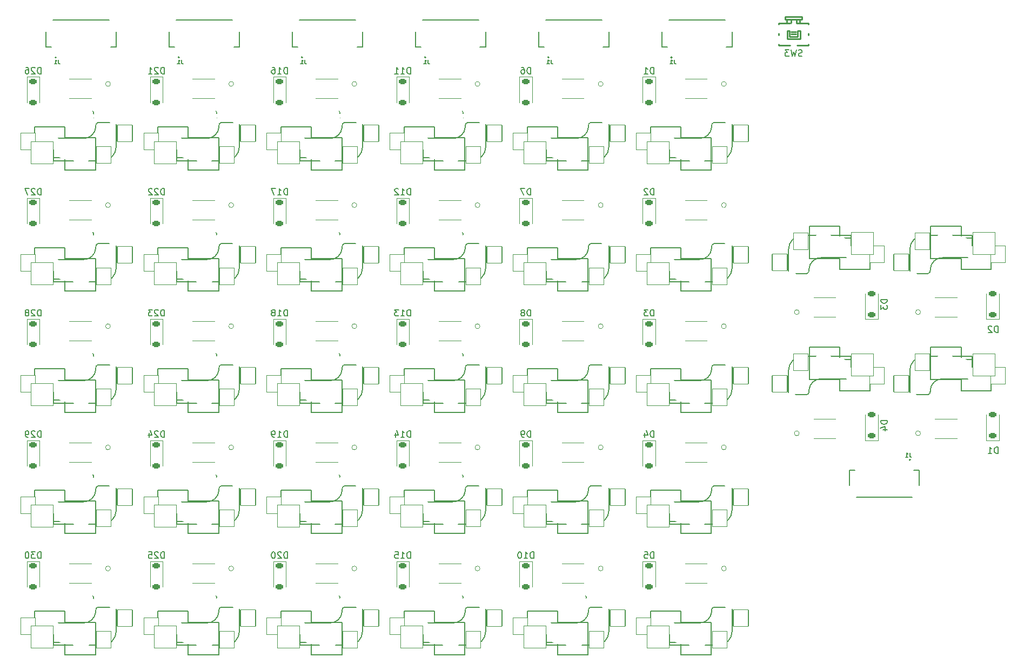
<source format=gbo>
G04 #@! TF.GenerationSoftware,KiCad,Pcbnew,7.0.8*
G04 #@! TF.CreationDate,2023-11-08T21:38:18-08:00*
G04 #@! TF.ProjectId,(OLD) Seismos_CoreStencil,284f4c44-2920-4536-9569-736d6f735f43,rev?*
G04 #@! TF.SameCoordinates,Original*
G04 #@! TF.FileFunction,Legend,Bot*
G04 #@! TF.FilePolarity,Positive*
%FSLAX46Y46*%
G04 Gerber Fmt 4.6, Leading zero omitted, Abs format (unit mm)*
G04 Created by KiCad (PCBNEW 7.0.8) date 2023-11-08 21:38:18*
%MOMM*%
%LPD*%
G01*
G04 APERTURE LIST*
G04 Aperture macros list*
%AMRoundRect*
0 Rectangle with rounded corners*
0 $1 Rounding radius*
0 $2 $3 $4 $5 $6 $7 $8 $9 X,Y pos of 4 corners*
0 Add a 4 corners polygon primitive as box body*
4,1,4,$2,$3,$4,$5,$6,$7,$8,$9,$2,$3,0*
0 Add four circle primitives for the rounded corners*
1,1,$1+$1,$2,$3*
1,1,$1+$1,$4,$5*
1,1,$1+$1,$6,$7*
1,1,$1+$1,$8,$9*
0 Add four rect primitives between the rounded corners*
20,1,$1+$1,$2,$3,$4,$5,0*
20,1,$1+$1,$4,$5,$6,$7,0*
20,1,$1+$1,$6,$7,$8,$9,0*
20,1,$1+$1,$8,$9,$2,$3,0*%
G04 Aperture macros list end*
%ADD10C,0.150000*%
%ADD11C,0.127000*%
%ADD12C,0.200000*%
%ADD13C,0.120000*%
%ADD14C,0.254000*%
%ADD15R,0.600000X1.550000*%
%ADD16R,1.200000X1.800000*%
%ADD17C,3.200000*%
%ADD18RoundRect,0.225000X-0.375000X0.225000X-0.375000X-0.225000X0.375000X-0.225000X0.375000X0.225000X0*%
%ADD19C,2.300000*%
%ADD20C,1.000000*%
%ADD21C,3.000000*%
%ADD22C,4.000000*%
%ADD23R,1.750000X0.812800*%
%ADD24RoundRect,0.063500X1.150000X1.300000X-1.150000X1.300000X-1.150000X-1.300000X1.150000X-1.300000X0*%
%ADD25RoundRect,0.063500X1.750000X1.750000X-1.750000X1.750000X-1.750000X-1.750000X1.750000X-1.750000X0*%
%ADD26RoundRect,0.063500X1.200000X1.300000X-1.200000X1.300000X-1.200000X-1.300000X1.200000X-1.300000X0*%
%ADD27RoundRect,0.225000X0.375000X-0.225000X0.375000X0.225000X-0.375000X0.225000X-0.375000X-0.225000X0*%
%ADD28RoundRect,0.063500X-1.150000X-1.300000X1.150000X-1.300000X1.150000X1.300000X-1.150000X1.300000X0*%
%ADD29RoundRect,0.063500X-1.750000X-1.750000X1.750000X-1.750000X1.750000X1.750000X-1.750000X1.750000X0*%
%ADD30RoundRect,0.063500X-1.200000X-1.300000X1.200000X-1.300000X1.200000X1.300000X-1.200000X1.300000X0*%
%ADD31C,0.900000*%
%ADD32R,1.550000X1.000000*%
G04 APERTURE END LIST*
D10*
X169481332Y-88741876D02*
X169481332Y-89199019D01*
X169481332Y-89199019D02*
X169511809Y-89290447D01*
X169511809Y-89290447D02*
X169572761Y-89351400D01*
X169572761Y-89351400D02*
X169664190Y-89381876D01*
X169664190Y-89381876D02*
X169725142Y-89381876D01*
X168841332Y-89381876D02*
X169207047Y-89381876D01*
X169024190Y-89381876D02*
X169024190Y-88741876D01*
X169024190Y-88741876D02*
X169085142Y-88833304D01*
X169085142Y-88833304D02*
X169146094Y-88894257D01*
X169146094Y-88894257D02*
X169207047Y-88924733D01*
X36095332Y-27054676D02*
X36095332Y-27511819D01*
X36095332Y-27511819D02*
X36125809Y-27603247D01*
X36125809Y-27603247D02*
X36186761Y-27664200D01*
X36186761Y-27664200D02*
X36278190Y-27694676D01*
X36278190Y-27694676D02*
X36339142Y-27694676D01*
X35455332Y-27694676D02*
X35821047Y-27694676D01*
X35638190Y-27694676D02*
X35638190Y-27054676D01*
X35638190Y-27054676D02*
X35699142Y-27146104D01*
X35699142Y-27146104D02*
X35760094Y-27207057D01*
X35760094Y-27207057D02*
X35821047Y-27237533D01*
X55395332Y-27054676D02*
X55395332Y-27511819D01*
X55395332Y-27511819D02*
X55425809Y-27603247D01*
X55425809Y-27603247D02*
X55486761Y-27664200D01*
X55486761Y-27664200D02*
X55578190Y-27694676D01*
X55578190Y-27694676D02*
X55639142Y-27694676D01*
X54755332Y-27694676D02*
X55121047Y-27694676D01*
X54938190Y-27694676D02*
X54938190Y-27054676D01*
X54938190Y-27054676D02*
X54999142Y-27146104D01*
X54999142Y-27146104D02*
X55060094Y-27207057D01*
X55060094Y-27207057D02*
X55121047Y-27237533D01*
X74695332Y-27054676D02*
X74695332Y-27511819D01*
X74695332Y-27511819D02*
X74725809Y-27603247D01*
X74725809Y-27603247D02*
X74786761Y-27664200D01*
X74786761Y-27664200D02*
X74878190Y-27694676D01*
X74878190Y-27694676D02*
X74939142Y-27694676D01*
X74055332Y-27694676D02*
X74421047Y-27694676D01*
X74238190Y-27694676D02*
X74238190Y-27054676D01*
X74238190Y-27054676D02*
X74299142Y-27146104D01*
X74299142Y-27146104D02*
X74360094Y-27207057D01*
X74360094Y-27207057D02*
X74421047Y-27237533D01*
X93995332Y-27054676D02*
X93995332Y-27511819D01*
X93995332Y-27511819D02*
X94025809Y-27603247D01*
X94025809Y-27603247D02*
X94086761Y-27664200D01*
X94086761Y-27664200D02*
X94178190Y-27694676D01*
X94178190Y-27694676D02*
X94239142Y-27694676D01*
X93355332Y-27694676D02*
X93721047Y-27694676D01*
X93538190Y-27694676D02*
X93538190Y-27054676D01*
X93538190Y-27054676D02*
X93599142Y-27146104D01*
X93599142Y-27146104D02*
X93660094Y-27207057D01*
X93660094Y-27207057D02*
X93721047Y-27237533D01*
X113295332Y-27054676D02*
X113295332Y-27511819D01*
X113295332Y-27511819D02*
X113325809Y-27603247D01*
X113325809Y-27603247D02*
X113386761Y-27664200D01*
X113386761Y-27664200D02*
X113478190Y-27694676D01*
X113478190Y-27694676D02*
X113539142Y-27694676D01*
X112655332Y-27694676D02*
X113021047Y-27694676D01*
X112838190Y-27694676D02*
X112838190Y-27054676D01*
X112838190Y-27054676D02*
X112899142Y-27146104D01*
X112899142Y-27146104D02*
X112960094Y-27207057D01*
X112960094Y-27207057D02*
X113021047Y-27237533D01*
X132595332Y-27054676D02*
X132595332Y-27511819D01*
X132595332Y-27511819D02*
X132625809Y-27603247D01*
X132625809Y-27603247D02*
X132686761Y-27664200D01*
X132686761Y-27664200D02*
X132778190Y-27694676D01*
X132778190Y-27694676D02*
X132839142Y-27694676D01*
X131955332Y-27694676D02*
X132321047Y-27694676D01*
X132138190Y-27694676D02*
X132138190Y-27054676D01*
X132138190Y-27054676D02*
X132199142Y-27146104D01*
X132199142Y-27146104D02*
X132260094Y-27207057D01*
X132260094Y-27207057D02*
X132321047Y-27237533D01*
X71964285Y-105254819D02*
X71964285Y-104254819D01*
X71964285Y-104254819D02*
X71726190Y-104254819D01*
X71726190Y-104254819D02*
X71583333Y-104302438D01*
X71583333Y-104302438D02*
X71488095Y-104397676D01*
X71488095Y-104397676D02*
X71440476Y-104492914D01*
X71440476Y-104492914D02*
X71392857Y-104683390D01*
X71392857Y-104683390D02*
X71392857Y-104826247D01*
X71392857Y-104826247D02*
X71440476Y-105016723D01*
X71440476Y-105016723D02*
X71488095Y-105111961D01*
X71488095Y-105111961D02*
X71583333Y-105207200D01*
X71583333Y-105207200D02*
X71726190Y-105254819D01*
X71726190Y-105254819D02*
X71964285Y-105254819D01*
X71011904Y-104350057D02*
X70964285Y-104302438D01*
X70964285Y-104302438D02*
X70869047Y-104254819D01*
X70869047Y-104254819D02*
X70630952Y-104254819D01*
X70630952Y-104254819D02*
X70535714Y-104302438D01*
X70535714Y-104302438D02*
X70488095Y-104350057D01*
X70488095Y-104350057D02*
X70440476Y-104445295D01*
X70440476Y-104445295D02*
X70440476Y-104540533D01*
X70440476Y-104540533D02*
X70488095Y-104683390D01*
X70488095Y-104683390D02*
X71059523Y-105254819D01*
X71059523Y-105254819D02*
X70440476Y-105254819D01*
X69821428Y-104254819D02*
X69726190Y-104254819D01*
X69726190Y-104254819D02*
X69630952Y-104302438D01*
X69630952Y-104302438D02*
X69583333Y-104350057D01*
X69583333Y-104350057D02*
X69535714Y-104445295D01*
X69535714Y-104445295D02*
X69488095Y-104635771D01*
X69488095Y-104635771D02*
X69488095Y-104873866D01*
X69488095Y-104873866D02*
X69535714Y-105064342D01*
X69535714Y-105064342D02*
X69583333Y-105159580D01*
X69583333Y-105159580D02*
X69630952Y-105207200D01*
X69630952Y-105207200D02*
X69726190Y-105254819D01*
X69726190Y-105254819D02*
X69821428Y-105254819D01*
X69821428Y-105254819D02*
X69916666Y-105207200D01*
X69916666Y-105207200D02*
X69964285Y-105159580D01*
X69964285Y-105159580D02*
X70011904Y-105064342D01*
X70011904Y-105064342D02*
X70059523Y-104873866D01*
X70059523Y-104873866D02*
X70059523Y-104635771D01*
X70059523Y-104635771D02*
X70011904Y-104445295D01*
X70011904Y-104445295D02*
X69964285Y-104350057D01*
X69964285Y-104350057D02*
X69916666Y-104302438D01*
X69916666Y-104302438D02*
X69821428Y-104254819D01*
X41601523Y-36119200D02*
X41458666Y-36166819D01*
X41458666Y-36166819D02*
X41220571Y-36166819D01*
X41220571Y-36166819D02*
X41125333Y-36119200D01*
X41125333Y-36119200D02*
X41077714Y-36071580D01*
X41077714Y-36071580D02*
X41030095Y-35976342D01*
X41030095Y-35976342D02*
X41030095Y-35881104D01*
X41030095Y-35881104D02*
X41077714Y-35785866D01*
X41077714Y-35785866D02*
X41125333Y-35738247D01*
X41125333Y-35738247D02*
X41220571Y-35690628D01*
X41220571Y-35690628D02*
X41411047Y-35643009D01*
X41411047Y-35643009D02*
X41506285Y-35595390D01*
X41506285Y-35595390D02*
X41553904Y-35547771D01*
X41553904Y-35547771D02*
X41601523Y-35452533D01*
X41601523Y-35452533D02*
X41601523Y-35357295D01*
X41601523Y-35357295D02*
X41553904Y-35262057D01*
X41553904Y-35262057D02*
X41506285Y-35214438D01*
X41506285Y-35214438D02*
X41411047Y-35166819D01*
X41411047Y-35166819D02*
X41172952Y-35166819D01*
X41172952Y-35166819D02*
X41030095Y-35214438D01*
X40696761Y-35166819D02*
X40458666Y-36166819D01*
X40458666Y-36166819D02*
X40268190Y-35452533D01*
X40268190Y-35452533D02*
X40077714Y-36166819D01*
X40077714Y-36166819D02*
X39839619Y-35166819D01*
X39506285Y-35262057D02*
X39458666Y-35214438D01*
X39458666Y-35214438D02*
X39363428Y-35166819D01*
X39363428Y-35166819D02*
X39125333Y-35166819D01*
X39125333Y-35166819D02*
X39030095Y-35214438D01*
X39030095Y-35214438D02*
X38982476Y-35262057D01*
X38982476Y-35262057D02*
X38934857Y-35357295D01*
X38934857Y-35357295D02*
X38934857Y-35452533D01*
X38934857Y-35452533D02*
X38982476Y-35595390D01*
X38982476Y-35595390D02*
X39553904Y-36166819D01*
X39553904Y-36166819D02*
X38934857Y-36166819D01*
X38077714Y-35166819D02*
X38268190Y-35166819D01*
X38268190Y-35166819D02*
X38363428Y-35214438D01*
X38363428Y-35214438D02*
X38411047Y-35262057D01*
X38411047Y-35262057D02*
X38506285Y-35404914D01*
X38506285Y-35404914D02*
X38553904Y-35595390D01*
X38553904Y-35595390D02*
X38553904Y-35976342D01*
X38553904Y-35976342D02*
X38506285Y-36071580D01*
X38506285Y-36071580D02*
X38458666Y-36119200D01*
X38458666Y-36119200D02*
X38363428Y-36166819D01*
X38363428Y-36166819D02*
X38172952Y-36166819D01*
X38172952Y-36166819D02*
X38077714Y-36119200D01*
X38077714Y-36119200D02*
X38030095Y-36071580D01*
X38030095Y-36071580D02*
X37982476Y-35976342D01*
X37982476Y-35976342D02*
X37982476Y-35738247D01*
X37982476Y-35738247D02*
X38030095Y-35643009D01*
X38030095Y-35643009D02*
X38077714Y-35595390D01*
X38077714Y-35595390D02*
X38172952Y-35547771D01*
X38172952Y-35547771D02*
X38363428Y-35547771D01*
X38363428Y-35547771D02*
X38458666Y-35595390D01*
X38458666Y-35595390D02*
X38506285Y-35643009D01*
X38506285Y-35643009D02*
X38553904Y-35738247D01*
X52664285Y-29254819D02*
X52664285Y-28254819D01*
X52664285Y-28254819D02*
X52426190Y-28254819D01*
X52426190Y-28254819D02*
X52283333Y-28302438D01*
X52283333Y-28302438D02*
X52188095Y-28397676D01*
X52188095Y-28397676D02*
X52140476Y-28492914D01*
X52140476Y-28492914D02*
X52092857Y-28683390D01*
X52092857Y-28683390D02*
X52092857Y-28826247D01*
X52092857Y-28826247D02*
X52140476Y-29016723D01*
X52140476Y-29016723D02*
X52188095Y-29111961D01*
X52188095Y-29111961D02*
X52283333Y-29207200D01*
X52283333Y-29207200D02*
X52426190Y-29254819D01*
X52426190Y-29254819D02*
X52664285Y-29254819D01*
X51711904Y-28350057D02*
X51664285Y-28302438D01*
X51664285Y-28302438D02*
X51569047Y-28254819D01*
X51569047Y-28254819D02*
X51330952Y-28254819D01*
X51330952Y-28254819D02*
X51235714Y-28302438D01*
X51235714Y-28302438D02*
X51188095Y-28350057D01*
X51188095Y-28350057D02*
X51140476Y-28445295D01*
X51140476Y-28445295D02*
X51140476Y-28540533D01*
X51140476Y-28540533D02*
X51188095Y-28683390D01*
X51188095Y-28683390D02*
X51759523Y-29254819D01*
X51759523Y-29254819D02*
X51140476Y-29254819D01*
X50188095Y-29254819D02*
X50759523Y-29254819D01*
X50473809Y-29254819D02*
X50473809Y-28254819D01*
X50473809Y-28254819D02*
X50569047Y-28397676D01*
X50569047Y-28397676D02*
X50664285Y-28492914D01*
X50664285Y-28492914D02*
X50759523Y-28540533D01*
X52664285Y-86254819D02*
X52664285Y-85254819D01*
X52664285Y-85254819D02*
X52426190Y-85254819D01*
X52426190Y-85254819D02*
X52283333Y-85302438D01*
X52283333Y-85302438D02*
X52188095Y-85397676D01*
X52188095Y-85397676D02*
X52140476Y-85492914D01*
X52140476Y-85492914D02*
X52092857Y-85683390D01*
X52092857Y-85683390D02*
X52092857Y-85826247D01*
X52092857Y-85826247D02*
X52140476Y-86016723D01*
X52140476Y-86016723D02*
X52188095Y-86111961D01*
X52188095Y-86111961D02*
X52283333Y-86207200D01*
X52283333Y-86207200D02*
X52426190Y-86254819D01*
X52426190Y-86254819D02*
X52664285Y-86254819D01*
X51711904Y-85350057D02*
X51664285Y-85302438D01*
X51664285Y-85302438D02*
X51569047Y-85254819D01*
X51569047Y-85254819D02*
X51330952Y-85254819D01*
X51330952Y-85254819D02*
X51235714Y-85302438D01*
X51235714Y-85302438D02*
X51188095Y-85350057D01*
X51188095Y-85350057D02*
X51140476Y-85445295D01*
X51140476Y-85445295D02*
X51140476Y-85540533D01*
X51140476Y-85540533D02*
X51188095Y-85683390D01*
X51188095Y-85683390D02*
X51759523Y-86254819D01*
X51759523Y-86254819D02*
X51140476Y-86254819D01*
X50283333Y-85588152D02*
X50283333Y-86254819D01*
X50521428Y-85207200D02*
X50759523Y-85921485D01*
X50759523Y-85921485D02*
X50140476Y-85921485D01*
X129388094Y-86254819D02*
X129388094Y-85254819D01*
X129388094Y-85254819D02*
X129149999Y-85254819D01*
X129149999Y-85254819D02*
X129007142Y-85302438D01*
X129007142Y-85302438D02*
X128911904Y-85397676D01*
X128911904Y-85397676D02*
X128864285Y-85492914D01*
X128864285Y-85492914D02*
X128816666Y-85683390D01*
X128816666Y-85683390D02*
X128816666Y-85826247D01*
X128816666Y-85826247D02*
X128864285Y-86016723D01*
X128864285Y-86016723D02*
X128911904Y-86111961D01*
X128911904Y-86111961D02*
X129007142Y-86207200D01*
X129007142Y-86207200D02*
X129149999Y-86254819D01*
X129149999Y-86254819D02*
X129388094Y-86254819D01*
X127959523Y-85588152D02*
X127959523Y-86254819D01*
X128197618Y-85207200D02*
X128435713Y-85921485D01*
X128435713Y-85921485D02*
X127816666Y-85921485D01*
X71964285Y-29254819D02*
X71964285Y-28254819D01*
X71964285Y-28254819D02*
X71726190Y-28254819D01*
X71726190Y-28254819D02*
X71583333Y-28302438D01*
X71583333Y-28302438D02*
X71488095Y-28397676D01*
X71488095Y-28397676D02*
X71440476Y-28492914D01*
X71440476Y-28492914D02*
X71392857Y-28683390D01*
X71392857Y-28683390D02*
X71392857Y-28826247D01*
X71392857Y-28826247D02*
X71440476Y-29016723D01*
X71440476Y-29016723D02*
X71488095Y-29111961D01*
X71488095Y-29111961D02*
X71583333Y-29207200D01*
X71583333Y-29207200D02*
X71726190Y-29254819D01*
X71726190Y-29254819D02*
X71964285Y-29254819D01*
X70440476Y-29254819D02*
X71011904Y-29254819D01*
X70726190Y-29254819D02*
X70726190Y-28254819D01*
X70726190Y-28254819D02*
X70821428Y-28397676D01*
X70821428Y-28397676D02*
X70916666Y-28492914D01*
X70916666Y-28492914D02*
X71011904Y-28540533D01*
X69583333Y-28254819D02*
X69773809Y-28254819D01*
X69773809Y-28254819D02*
X69869047Y-28302438D01*
X69869047Y-28302438D02*
X69916666Y-28350057D01*
X69916666Y-28350057D02*
X70011904Y-28492914D01*
X70011904Y-28492914D02*
X70059523Y-28683390D01*
X70059523Y-28683390D02*
X70059523Y-29064342D01*
X70059523Y-29064342D02*
X70011904Y-29159580D01*
X70011904Y-29159580D02*
X69964285Y-29207200D01*
X69964285Y-29207200D02*
X69869047Y-29254819D01*
X69869047Y-29254819D02*
X69678571Y-29254819D01*
X69678571Y-29254819D02*
X69583333Y-29207200D01*
X69583333Y-29207200D02*
X69535714Y-29159580D01*
X69535714Y-29159580D02*
X69488095Y-29064342D01*
X69488095Y-29064342D02*
X69488095Y-28826247D01*
X69488095Y-28826247D02*
X69535714Y-28731009D01*
X69535714Y-28731009D02*
X69583333Y-28683390D01*
X69583333Y-28683390D02*
X69678571Y-28635771D01*
X69678571Y-28635771D02*
X69869047Y-28635771D01*
X69869047Y-28635771D02*
X69964285Y-28683390D01*
X69964285Y-28683390D02*
X70011904Y-28731009D01*
X70011904Y-28731009D02*
X70059523Y-28826247D01*
X183288094Y-88804819D02*
X183288094Y-87804819D01*
X183288094Y-87804819D02*
X183049999Y-87804819D01*
X183049999Y-87804819D02*
X182907142Y-87852438D01*
X182907142Y-87852438D02*
X182811904Y-87947676D01*
X182811904Y-87947676D02*
X182764285Y-88042914D01*
X182764285Y-88042914D02*
X182716666Y-88233390D01*
X182716666Y-88233390D02*
X182716666Y-88376247D01*
X182716666Y-88376247D02*
X182764285Y-88566723D01*
X182764285Y-88566723D02*
X182811904Y-88661961D01*
X182811904Y-88661961D02*
X182907142Y-88757200D01*
X182907142Y-88757200D02*
X183049999Y-88804819D01*
X183049999Y-88804819D02*
X183288094Y-88804819D01*
X181764285Y-88804819D02*
X182335713Y-88804819D01*
X182049999Y-88804819D02*
X182049999Y-87804819D01*
X182049999Y-87804819D02*
X182145237Y-87947676D01*
X182145237Y-87947676D02*
X182240475Y-88042914D01*
X182240475Y-88042914D02*
X182335713Y-88090533D01*
X91264285Y-48254819D02*
X91264285Y-47254819D01*
X91264285Y-47254819D02*
X91026190Y-47254819D01*
X91026190Y-47254819D02*
X90883333Y-47302438D01*
X90883333Y-47302438D02*
X90788095Y-47397676D01*
X90788095Y-47397676D02*
X90740476Y-47492914D01*
X90740476Y-47492914D02*
X90692857Y-47683390D01*
X90692857Y-47683390D02*
X90692857Y-47826247D01*
X90692857Y-47826247D02*
X90740476Y-48016723D01*
X90740476Y-48016723D02*
X90788095Y-48111961D01*
X90788095Y-48111961D02*
X90883333Y-48207200D01*
X90883333Y-48207200D02*
X91026190Y-48254819D01*
X91026190Y-48254819D02*
X91264285Y-48254819D01*
X89740476Y-48254819D02*
X90311904Y-48254819D01*
X90026190Y-48254819D02*
X90026190Y-47254819D01*
X90026190Y-47254819D02*
X90121428Y-47397676D01*
X90121428Y-47397676D02*
X90216666Y-47492914D01*
X90216666Y-47492914D02*
X90311904Y-47540533D01*
X89359523Y-47350057D02*
X89311904Y-47302438D01*
X89311904Y-47302438D02*
X89216666Y-47254819D01*
X89216666Y-47254819D02*
X88978571Y-47254819D01*
X88978571Y-47254819D02*
X88883333Y-47302438D01*
X88883333Y-47302438D02*
X88835714Y-47350057D01*
X88835714Y-47350057D02*
X88788095Y-47445295D01*
X88788095Y-47445295D02*
X88788095Y-47540533D01*
X88788095Y-47540533D02*
X88835714Y-47683390D01*
X88835714Y-47683390D02*
X89407142Y-48254819D01*
X89407142Y-48254819D02*
X88788095Y-48254819D01*
X137625332Y-55119200D02*
X137482475Y-55166819D01*
X137482475Y-55166819D02*
X137244380Y-55166819D01*
X137244380Y-55166819D02*
X137149142Y-55119200D01*
X137149142Y-55119200D02*
X137101523Y-55071580D01*
X137101523Y-55071580D02*
X137053904Y-54976342D01*
X137053904Y-54976342D02*
X137053904Y-54881104D01*
X137053904Y-54881104D02*
X137101523Y-54785866D01*
X137101523Y-54785866D02*
X137149142Y-54738247D01*
X137149142Y-54738247D02*
X137244380Y-54690628D01*
X137244380Y-54690628D02*
X137434856Y-54643009D01*
X137434856Y-54643009D02*
X137530094Y-54595390D01*
X137530094Y-54595390D02*
X137577713Y-54547771D01*
X137577713Y-54547771D02*
X137625332Y-54452533D01*
X137625332Y-54452533D02*
X137625332Y-54357295D01*
X137625332Y-54357295D02*
X137577713Y-54262057D01*
X137577713Y-54262057D02*
X137530094Y-54214438D01*
X137530094Y-54214438D02*
X137434856Y-54166819D01*
X137434856Y-54166819D02*
X137196761Y-54166819D01*
X137196761Y-54166819D02*
X137053904Y-54214438D01*
X136720570Y-54166819D02*
X136482475Y-55166819D01*
X136482475Y-55166819D02*
X136291999Y-54452533D01*
X136291999Y-54452533D02*
X136101523Y-55166819D01*
X136101523Y-55166819D02*
X135863428Y-54166819D01*
X135530094Y-54262057D02*
X135482475Y-54214438D01*
X135482475Y-54214438D02*
X135387237Y-54166819D01*
X135387237Y-54166819D02*
X135149142Y-54166819D01*
X135149142Y-54166819D02*
X135053904Y-54214438D01*
X135053904Y-54214438D02*
X135006285Y-54262057D01*
X135006285Y-54262057D02*
X134958666Y-54357295D01*
X134958666Y-54357295D02*
X134958666Y-54452533D01*
X134958666Y-54452533D02*
X135006285Y-54595390D01*
X135006285Y-54595390D02*
X135577713Y-55166819D01*
X135577713Y-55166819D02*
X134958666Y-55166819D01*
X41601523Y-112119200D02*
X41458666Y-112166819D01*
X41458666Y-112166819D02*
X41220571Y-112166819D01*
X41220571Y-112166819D02*
X41125333Y-112119200D01*
X41125333Y-112119200D02*
X41077714Y-112071580D01*
X41077714Y-112071580D02*
X41030095Y-111976342D01*
X41030095Y-111976342D02*
X41030095Y-111881104D01*
X41030095Y-111881104D02*
X41077714Y-111785866D01*
X41077714Y-111785866D02*
X41125333Y-111738247D01*
X41125333Y-111738247D02*
X41220571Y-111690628D01*
X41220571Y-111690628D02*
X41411047Y-111643009D01*
X41411047Y-111643009D02*
X41506285Y-111595390D01*
X41506285Y-111595390D02*
X41553904Y-111547771D01*
X41553904Y-111547771D02*
X41601523Y-111452533D01*
X41601523Y-111452533D02*
X41601523Y-111357295D01*
X41601523Y-111357295D02*
X41553904Y-111262057D01*
X41553904Y-111262057D02*
X41506285Y-111214438D01*
X41506285Y-111214438D02*
X41411047Y-111166819D01*
X41411047Y-111166819D02*
X41172952Y-111166819D01*
X41172952Y-111166819D02*
X41030095Y-111214438D01*
X40696761Y-111166819D02*
X40458666Y-112166819D01*
X40458666Y-112166819D02*
X40268190Y-111452533D01*
X40268190Y-111452533D02*
X40077714Y-112166819D01*
X40077714Y-112166819D02*
X39839619Y-111166819D01*
X39553904Y-111166819D02*
X38934857Y-111166819D01*
X38934857Y-111166819D02*
X39268190Y-111547771D01*
X39268190Y-111547771D02*
X39125333Y-111547771D01*
X39125333Y-111547771D02*
X39030095Y-111595390D01*
X39030095Y-111595390D02*
X38982476Y-111643009D01*
X38982476Y-111643009D02*
X38934857Y-111738247D01*
X38934857Y-111738247D02*
X38934857Y-111976342D01*
X38934857Y-111976342D02*
X38982476Y-112071580D01*
X38982476Y-112071580D02*
X39030095Y-112119200D01*
X39030095Y-112119200D02*
X39125333Y-112166819D01*
X39125333Y-112166819D02*
X39411047Y-112166819D01*
X39411047Y-112166819D02*
X39506285Y-112119200D01*
X39506285Y-112119200D02*
X39553904Y-112071580D01*
X38315809Y-111166819D02*
X38220571Y-111166819D01*
X38220571Y-111166819D02*
X38125333Y-111214438D01*
X38125333Y-111214438D02*
X38077714Y-111262057D01*
X38077714Y-111262057D02*
X38030095Y-111357295D01*
X38030095Y-111357295D02*
X37982476Y-111547771D01*
X37982476Y-111547771D02*
X37982476Y-111785866D01*
X37982476Y-111785866D02*
X38030095Y-111976342D01*
X38030095Y-111976342D02*
X38077714Y-112071580D01*
X38077714Y-112071580D02*
X38125333Y-112119200D01*
X38125333Y-112119200D02*
X38220571Y-112166819D01*
X38220571Y-112166819D02*
X38315809Y-112166819D01*
X38315809Y-112166819D02*
X38411047Y-112119200D01*
X38411047Y-112119200D02*
X38458666Y-112071580D01*
X38458666Y-112071580D02*
X38506285Y-111976342D01*
X38506285Y-111976342D02*
X38553904Y-111785866D01*
X38553904Y-111785866D02*
X38553904Y-111547771D01*
X38553904Y-111547771D02*
X38506285Y-111357295D01*
X38506285Y-111357295D02*
X38458666Y-111262057D01*
X38458666Y-111262057D02*
X38411047Y-111214438D01*
X38411047Y-111214438D02*
X38315809Y-111166819D01*
X80201523Y-74119200D02*
X80058666Y-74166819D01*
X80058666Y-74166819D02*
X79820571Y-74166819D01*
X79820571Y-74166819D02*
X79725333Y-74119200D01*
X79725333Y-74119200D02*
X79677714Y-74071580D01*
X79677714Y-74071580D02*
X79630095Y-73976342D01*
X79630095Y-73976342D02*
X79630095Y-73881104D01*
X79630095Y-73881104D02*
X79677714Y-73785866D01*
X79677714Y-73785866D02*
X79725333Y-73738247D01*
X79725333Y-73738247D02*
X79820571Y-73690628D01*
X79820571Y-73690628D02*
X80011047Y-73643009D01*
X80011047Y-73643009D02*
X80106285Y-73595390D01*
X80106285Y-73595390D02*
X80153904Y-73547771D01*
X80153904Y-73547771D02*
X80201523Y-73452533D01*
X80201523Y-73452533D02*
X80201523Y-73357295D01*
X80201523Y-73357295D02*
X80153904Y-73262057D01*
X80153904Y-73262057D02*
X80106285Y-73214438D01*
X80106285Y-73214438D02*
X80011047Y-73166819D01*
X80011047Y-73166819D02*
X79772952Y-73166819D01*
X79772952Y-73166819D02*
X79630095Y-73214438D01*
X79296761Y-73166819D02*
X79058666Y-74166819D01*
X79058666Y-74166819D02*
X78868190Y-73452533D01*
X78868190Y-73452533D02*
X78677714Y-74166819D01*
X78677714Y-74166819D02*
X78439619Y-73166819D01*
X77534857Y-74166819D02*
X78106285Y-74166819D01*
X77820571Y-74166819D02*
X77820571Y-73166819D01*
X77820571Y-73166819D02*
X77915809Y-73309676D01*
X77915809Y-73309676D02*
X78011047Y-73404914D01*
X78011047Y-73404914D02*
X78106285Y-73452533D01*
X76963428Y-73595390D02*
X77058666Y-73547771D01*
X77058666Y-73547771D02*
X77106285Y-73500152D01*
X77106285Y-73500152D02*
X77153904Y-73404914D01*
X77153904Y-73404914D02*
X77153904Y-73357295D01*
X77153904Y-73357295D02*
X77106285Y-73262057D01*
X77106285Y-73262057D02*
X77058666Y-73214438D01*
X77058666Y-73214438D02*
X76963428Y-73166819D01*
X76963428Y-73166819D02*
X76772952Y-73166819D01*
X76772952Y-73166819D02*
X76677714Y-73214438D01*
X76677714Y-73214438D02*
X76630095Y-73262057D01*
X76630095Y-73262057D02*
X76582476Y-73357295D01*
X76582476Y-73357295D02*
X76582476Y-73404914D01*
X76582476Y-73404914D02*
X76630095Y-73500152D01*
X76630095Y-73500152D02*
X76677714Y-73547771D01*
X76677714Y-73547771D02*
X76772952Y-73595390D01*
X76772952Y-73595390D02*
X76963428Y-73595390D01*
X76963428Y-73595390D02*
X77058666Y-73643009D01*
X77058666Y-73643009D02*
X77106285Y-73690628D01*
X77106285Y-73690628D02*
X77153904Y-73785866D01*
X77153904Y-73785866D02*
X77153904Y-73976342D01*
X77153904Y-73976342D02*
X77106285Y-74071580D01*
X77106285Y-74071580D02*
X77058666Y-74119200D01*
X77058666Y-74119200D02*
X76963428Y-74166819D01*
X76963428Y-74166819D02*
X76772952Y-74166819D01*
X76772952Y-74166819D02*
X76677714Y-74119200D01*
X76677714Y-74119200D02*
X76630095Y-74071580D01*
X76630095Y-74071580D02*
X76582476Y-73976342D01*
X76582476Y-73976342D02*
X76582476Y-73785866D01*
X76582476Y-73785866D02*
X76630095Y-73690628D01*
X76630095Y-73690628D02*
X76677714Y-73643009D01*
X76677714Y-73643009D02*
X76772952Y-73595390D01*
X118325332Y-74119200D02*
X118182475Y-74166819D01*
X118182475Y-74166819D02*
X117944380Y-74166819D01*
X117944380Y-74166819D02*
X117849142Y-74119200D01*
X117849142Y-74119200D02*
X117801523Y-74071580D01*
X117801523Y-74071580D02*
X117753904Y-73976342D01*
X117753904Y-73976342D02*
X117753904Y-73881104D01*
X117753904Y-73881104D02*
X117801523Y-73785866D01*
X117801523Y-73785866D02*
X117849142Y-73738247D01*
X117849142Y-73738247D02*
X117944380Y-73690628D01*
X117944380Y-73690628D02*
X118134856Y-73643009D01*
X118134856Y-73643009D02*
X118230094Y-73595390D01*
X118230094Y-73595390D02*
X118277713Y-73547771D01*
X118277713Y-73547771D02*
X118325332Y-73452533D01*
X118325332Y-73452533D02*
X118325332Y-73357295D01*
X118325332Y-73357295D02*
X118277713Y-73262057D01*
X118277713Y-73262057D02*
X118230094Y-73214438D01*
X118230094Y-73214438D02*
X118134856Y-73166819D01*
X118134856Y-73166819D02*
X117896761Y-73166819D01*
X117896761Y-73166819D02*
X117753904Y-73214438D01*
X117420570Y-73166819D02*
X117182475Y-74166819D01*
X117182475Y-74166819D02*
X116991999Y-73452533D01*
X116991999Y-73452533D02*
X116801523Y-74166819D01*
X116801523Y-74166819D02*
X116563428Y-73166819D01*
X116039618Y-73595390D02*
X116134856Y-73547771D01*
X116134856Y-73547771D02*
X116182475Y-73500152D01*
X116182475Y-73500152D02*
X116230094Y-73404914D01*
X116230094Y-73404914D02*
X116230094Y-73357295D01*
X116230094Y-73357295D02*
X116182475Y-73262057D01*
X116182475Y-73262057D02*
X116134856Y-73214438D01*
X116134856Y-73214438D02*
X116039618Y-73166819D01*
X116039618Y-73166819D02*
X115849142Y-73166819D01*
X115849142Y-73166819D02*
X115753904Y-73214438D01*
X115753904Y-73214438D02*
X115706285Y-73262057D01*
X115706285Y-73262057D02*
X115658666Y-73357295D01*
X115658666Y-73357295D02*
X115658666Y-73404914D01*
X115658666Y-73404914D02*
X115706285Y-73500152D01*
X115706285Y-73500152D02*
X115753904Y-73547771D01*
X115753904Y-73547771D02*
X115849142Y-73595390D01*
X115849142Y-73595390D02*
X116039618Y-73595390D01*
X116039618Y-73595390D02*
X116134856Y-73643009D01*
X116134856Y-73643009D02*
X116182475Y-73690628D01*
X116182475Y-73690628D02*
X116230094Y-73785866D01*
X116230094Y-73785866D02*
X116230094Y-73976342D01*
X116230094Y-73976342D02*
X116182475Y-74071580D01*
X116182475Y-74071580D02*
X116134856Y-74119200D01*
X116134856Y-74119200D02*
X116039618Y-74166819D01*
X116039618Y-74166819D02*
X115849142Y-74166819D01*
X115849142Y-74166819D02*
X115753904Y-74119200D01*
X115753904Y-74119200D02*
X115706285Y-74071580D01*
X115706285Y-74071580D02*
X115658666Y-73976342D01*
X115658666Y-73976342D02*
X115658666Y-73785866D01*
X115658666Y-73785866D02*
X115706285Y-73690628D01*
X115706285Y-73690628D02*
X115753904Y-73643009D01*
X115753904Y-73643009D02*
X115849142Y-73595390D01*
X129388094Y-105254819D02*
X129388094Y-104254819D01*
X129388094Y-104254819D02*
X129149999Y-104254819D01*
X129149999Y-104254819D02*
X129007142Y-104302438D01*
X129007142Y-104302438D02*
X128911904Y-104397676D01*
X128911904Y-104397676D02*
X128864285Y-104492914D01*
X128864285Y-104492914D02*
X128816666Y-104683390D01*
X128816666Y-104683390D02*
X128816666Y-104826247D01*
X128816666Y-104826247D02*
X128864285Y-105016723D01*
X128864285Y-105016723D02*
X128911904Y-105111961D01*
X128911904Y-105111961D02*
X129007142Y-105207200D01*
X129007142Y-105207200D02*
X129149999Y-105254819D01*
X129149999Y-105254819D02*
X129388094Y-105254819D01*
X127911904Y-104254819D02*
X128388094Y-104254819D01*
X128388094Y-104254819D02*
X128435713Y-104731009D01*
X128435713Y-104731009D02*
X128388094Y-104683390D01*
X128388094Y-104683390D02*
X128292856Y-104635771D01*
X128292856Y-104635771D02*
X128054761Y-104635771D01*
X128054761Y-104635771D02*
X127959523Y-104683390D01*
X127959523Y-104683390D02*
X127911904Y-104731009D01*
X127911904Y-104731009D02*
X127864285Y-104826247D01*
X127864285Y-104826247D02*
X127864285Y-105064342D01*
X127864285Y-105064342D02*
X127911904Y-105159580D01*
X127911904Y-105159580D02*
X127959523Y-105207200D01*
X127959523Y-105207200D02*
X128054761Y-105254819D01*
X128054761Y-105254819D02*
X128292856Y-105254819D01*
X128292856Y-105254819D02*
X128388094Y-105207200D01*
X128388094Y-105207200D02*
X128435713Y-105159580D01*
X60901523Y-55119200D02*
X60758666Y-55166819D01*
X60758666Y-55166819D02*
X60520571Y-55166819D01*
X60520571Y-55166819D02*
X60425333Y-55119200D01*
X60425333Y-55119200D02*
X60377714Y-55071580D01*
X60377714Y-55071580D02*
X60330095Y-54976342D01*
X60330095Y-54976342D02*
X60330095Y-54881104D01*
X60330095Y-54881104D02*
X60377714Y-54785866D01*
X60377714Y-54785866D02*
X60425333Y-54738247D01*
X60425333Y-54738247D02*
X60520571Y-54690628D01*
X60520571Y-54690628D02*
X60711047Y-54643009D01*
X60711047Y-54643009D02*
X60806285Y-54595390D01*
X60806285Y-54595390D02*
X60853904Y-54547771D01*
X60853904Y-54547771D02*
X60901523Y-54452533D01*
X60901523Y-54452533D02*
X60901523Y-54357295D01*
X60901523Y-54357295D02*
X60853904Y-54262057D01*
X60853904Y-54262057D02*
X60806285Y-54214438D01*
X60806285Y-54214438D02*
X60711047Y-54166819D01*
X60711047Y-54166819D02*
X60472952Y-54166819D01*
X60472952Y-54166819D02*
X60330095Y-54214438D01*
X59996761Y-54166819D02*
X59758666Y-55166819D01*
X59758666Y-55166819D02*
X59568190Y-54452533D01*
X59568190Y-54452533D02*
X59377714Y-55166819D01*
X59377714Y-55166819D02*
X59139619Y-54166819D01*
X58806285Y-54262057D02*
X58758666Y-54214438D01*
X58758666Y-54214438D02*
X58663428Y-54166819D01*
X58663428Y-54166819D02*
X58425333Y-54166819D01*
X58425333Y-54166819D02*
X58330095Y-54214438D01*
X58330095Y-54214438D02*
X58282476Y-54262057D01*
X58282476Y-54262057D02*
X58234857Y-54357295D01*
X58234857Y-54357295D02*
X58234857Y-54452533D01*
X58234857Y-54452533D02*
X58282476Y-54595390D01*
X58282476Y-54595390D02*
X58853904Y-55166819D01*
X58853904Y-55166819D02*
X58234857Y-55166819D01*
X57853904Y-54262057D02*
X57806285Y-54214438D01*
X57806285Y-54214438D02*
X57711047Y-54166819D01*
X57711047Y-54166819D02*
X57472952Y-54166819D01*
X57472952Y-54166819D02*
X57377714Y-54214438D01*
X57377714Y-54214438D02*
X57330095Y-54262057D01*
X57330095Y-54262057D02*
X57282476Y-54357295D01*
X57282476Y-54357295D02*
X57282476Y-54452533D01*
X57282476Y-54452533D02*
X57330095Y-54595390D01*
X57330095Y-54595390D02*
X57901523Y-55166819D01*
X57901523Y-55166819D02*
X57282476Y-55166819D01*
X33364285Y-67254819D02*
X33364285Y-66254819D01*
X33364285Y-66254819D02*
X33126190Y-66254819D01*
X33126190Y-66254819D02*
X32983333Y-66302438D01*
X32983333Y-66302438D02*
X32888095Y-66397676D01*
X32888095Y-66397676D02*
X32840476Y-66492914D01*
X32840476Y-66492914D02*
X32792857Y-66683390D01*
X32792857Y-66683390D02*
X32792857Y-66826247D01*
X32792857Y-66826247D02*
X32840476Y-67016723D01*
X32840476Y-67016723D02*
X32888095Y-67111961D01*
X32888095Y-67111961D02*
X32983333Y-67207200D01*
X32983333Y-67207200D02*
X33126190Y-67254819D01*
X33126190Y-67254819D02*
X33364285Y-67254819D01*
X32411904Y-66350057D02*
X32364285Y-66302438D01*
X32364285Y-66302438D02*
X32269047Y-66254819D01*
X32269047Y-66254819D02*
X32030952Y-66254819D01*
X32030952Y-66254819D02*
X31935714Y-66302438D01*
X31935714Y-66302438D02*
X31888095Y-66350057D01*
X31888095Y-66350057D02*
X31840476Y-66445295D01*
X31840476Y-66445295D02*
X31840476Y-66540533D01*
X31840476Y-66540533D02*
X31888095Y-66683390D01*
X31888095Y-66683390D02*
X32459523Y-67254819D01*
X32459523Y-67254819D02*
X31840476Y-67254819D01*
X31269047Y-66683390D02*
X31364285Y-66635771D01*
X31364285Y-66635771D02*
X31411904Y-66588152D01*
X31411904Y-66588152D02*
X31459523Y-66492914D01*
X31459523Y-66492914D02*
X31459523Y-66445295D01*
X31459523Y-66445295D02*
X31411904Y-66350057D01*
X31411904Y-66350057D02*
X31364285Y-66302438D01*
X31364285Y-66302438D02*
X31269047Y-66254819D01*
X31269047Y-66254819D02*
X31078571Y-66254819D01*
X31078571Y-66254819D02*
X30983333Y-66302438D01*
X30983333Y-66302438D02*
X30935714Y-66350057D01*
X30935714Y-66350057D02*
X30888095Y-66445295D01*
X30888095Y-66445295D02*
X30888095Y-66492914D01*
X30888095Y-66492914D02*
X30935714Y-66588152D01*
X30935714Y-66588152D02*
X30983333Y-66635771D01*
X30983333Y-66635771D02*
X31078571Y-66683390D01*
X31078571Y-66683390D02*
X31269047Y-66683390D01*
X31269047Y-66683390D02*
X31364285Y-66731009D01*
X31364285Y-66731009D02*
X31411904Y-66778628D01*
X31411904Y-66778628D02*
X31459523Y-66873866D01*
X31459523Y-66873866D02*
X31459523Y-67064342D01*
X31459523Y-67064342D02*
X31411904Y-67159580D01*
X31411904Y-67159580D02*
X31364285Y-67207200D01*
X31364285Y-67207200D02*
X31269047Y-67254819D01*
X31269047Y-67254819D02*
X31078571Y-67254819D01*
X31078571Y-67254819D02*
X30983333Y-67207200D01*
X30983333Y-67207200D02*
X30935714Y-67159580D01*
X30935714Y-67159580D02*
X30888095Y-67064342D01*
X30888095Y-67064342D02*
X30888095Y-66873866D01*
X30888095Y-66873866D02*
X30935714Y-66778628D01*
X30935714Y-66778628D02*
X30983333Y-66731009D01*
X30983333Y-66731009D02*
X31078571Y-66683390D01*
X52664285Y-48254819D02*
X52664285Y-47254819D01*
X52664285Y-47254819D02*
X52426190Y-47254819D01*
X52426190Y-47254819D02*
X52283333Y-47302438D01*
X52283333Y-47302438D02*
X52188095Y-47397676D01*
X52188095Y-47397676D02*
X52140476Y-47492914D01*
X52140476Y-47492914D02*
X52092857Y-47683390D01*
X52092857Y-47683390D02*
X52092857Y-47826247D01*
X52092857Y-47826247D02*
X52140476Y-48016723D01*
X52140476Y-48016723D02*
X52188095Y-48111961D01*
X52188095Y-48111961D02*
X52283333Y-48207200D01*
X52283333Y-48207200D02*
X52426190Y-48254819D01*
X52426190Y-48254819D02*
X52664285Y-48254819D01*
X51711904Y-47350057D02*
X51664285Y-47302438D01*
X51664285Y-47302438D02*
X51569047Y-47254819D01*
X51569047Y-47254819D02*
X51330952Y-47254819D01*
X51330952Y-47254819D02*
X51235714Y-47302438D01*
X51235714Y-47302438D02*
X51188095Y-47350057D01*
X51188095Y-47350057D02*
X51140476Y-47445295D01*
X51140476Y-47445295D02*
X51140476Y-47540533D01*
X51140476Y-47540533D02*
X51188095Y-47683390D01*
X51188095Y-47683390D02*
X51759523Y-48254819D01*
X51759523Y-48254819D02*
X51140476Y-48254819D01*
X50759523Y-47350057D02*
X50711904Y-47302438D01*
X50711904Y-47302438D02*
X50616666Y-47254819D01*
X50616666Y-47254819D02*
X50378571Y-47254819D01*
X50378571Y-47254819D02*
X50283333Y-47302438D01*
X50283333Y-47302438D02*
X50235714Y-47350057D01*
X50235714Y-47350057D02*
X50188095Y-47445295D01*
X50188095Y-47445295D02*
X50188095Y-47540533D01*
X50188095Y-47540533D02*
X50235714Y-47683390D01*
X50235714Y-47683390D02*
X50807142Y-48254819D01*
X50807142Y-48254819D02*
X50188095Y-48254819D01*
X110564285Y-105254819D02*
X110564285Y-104254819D01*
X110564285Y-104254819D02*
X110326190Y-104254819D01*
X110326190Y-104254819D02*
X110183333Y-104302438D01*
X110183333Y-104302438D02*
X110088095Y-104397676D01*
X110088095Y-104397676D02*
X110040476Y-104492914D01*
X110040476Y-104492914D02*
X109992857Y-104683390D01*
X109992857Y-104683390D02*
X109992857Y-104826247D01*
X109992857Y-104826247D02*
X110040476Y-105016723D01*
X110040476Y-105016723D02*
X110088095Y-105111961D01*
X110088095Y-105111961D02*
X110183333Y-105207200D01*
X110183333Y-105207200D02*
X110326190Y-105254819D01*
X110326190Y-105254819D02*
X110564285Y-105254819D01*
X109040476Y-105254819D02*
X109611904Y-105254819D01*
X109326190Y-105254819D02*
X109326190Y-104254819D01*
X109326190Y-104254819D02*
X109421428Y-104397676D01*
X109421428Y-104397676D02*
X109516666Y-104492914D01*
X109516666Y-104492914D02*
X109611904Y-104540533D01*
X108421428Y-104254819D02*
X108326190Y-104254819D01*
X108326190Y-104254819D02*
X108230952Y-104302438D01*
X108230952Y-104302438D02*
X108183333Y-104350057D01*
X108183333Y-104350057D02*
X108135714Y-104445295D01*
X108135714Y-104445295D02*
X108088095Y-104635771D01*
X108088095Y-104635771D02*
X108088095Y-104873866D01*
X108088095Y-104873866D02*
X108135714Y-105064342D01*
X108135714Y-105064342D02*
X108183333Y-105159580D01*
X108183333Y-105159580D02*
X108230952Y-105207200D01*
X108230952Y-105207200D02*
X108326190Y-105254819D01*
X108326190Y-105254819D02*
X108421428Y-105254819D01*
X108421428Y-105254819D02*
X108516666Y-105207200D01*
X108516666Y-105207200D02*
X108564285Y-105159580D01*
X108564285Y-105159580D02*
X108611904Y-105064342D01*
X108611904Y-105064342D02*
X108659523Y-104873866D01*
X108659523Y-104873866D02*
X108659523Y-104635771D01*
X108659523Y-104635771D02*
X108611904Y-104445295D01*
X108611904Y-104445295D02*
X108564285Y-104350057D01*
X108564285Y-104350057D02*
X108516666Y-104302438D01*
X108516666Y-104302438D02*
X108421428Y-104254819D01*
X110088094Y-67254819D02*
X110088094Y-66254819D01*
X110088094Y-66254819D02*
X109849999Y-66254819D01*
X109849999Y-66254819D02*
X109707142Y-66302438D01*
X109707142Y-66302438D02*
X109611904Y-66397676D01*
X109611904Y-66397676D02*
X109564285Y-66492914D01*
X109564285Y-66492914D02*
X109516666Y-66683390D01*
X109516666Y-66683390D02*
X109516666Y-66826247D01*
X109516666Y-66826247D02*
X109564285Y-67016723D01*
X109564285Y-67016723D02*
X109611904Y-67111961D01*
X109611904Y-67111961D02*
X109707142Y-67207200D01*
X109707142Y-67207200D02*
X109849999Y-67254819D01*
X109849999Y-67254819D02*
X110088094Y-67254819D01*
X108945237Y-66683390D02*
X109040475Y-66635771D01*
X109040475Y-66635771D02*
X109088094Y-66588152D01*
X109088094Y-66588152D02*
X109135713Y-66492914D01*
X109135713Y-66492914D02*
X109135713Y-66445295D01*
X109135713Y-66445295D02*
X109088094Y-66350057D01*
X109088094Y-66350057D02*
X109040475Y-66302438D01*
X109040475Y-66302438D02*
X108945237Y-66254819D01*
X108945237Y-66254819D02*
X108754761Y-66254819D01*
X108754761Y-66254819D02*
X108659523Y-66302438D01*
X108659523Y-66302438D02*
X108611904Y-66350057D01*
X108611904Y-66350057D02*
X108564285Y-66445295D01*
X108564285Y-66445295D02*
X108564285Y-66492914D01*
X108564285Y-66492914D02*
X108611904Y-66588152D01*
X108611904Y-66588152D02*
X108659523Y-66635771D01*
X108659523Y-66635771D02*
X108754761Y-66683390D01*
X108754761Y-66683390D02*
X108945237Y-66683390D01*
X108945237Y-66683390D02*
X109040475Y-66731009D01*
X109040475Y-66731009D02*
X109088094Y-66778628D01*
X109088094Y-66778628D02*
X109135713Y-66873866D01*
X109135713Y-66873866D02*
X109135713Y-67064342D01*
X109135713Y-67064342D02*
X109088094Y-67159580D01*
X109088094Y-67159580D02*
X109040475Y-67207200D01*
X109040475Y-67207200D02*
X108945237Y-67254819D01*
X108945237Y-67254819D02*
X108754761Y-67254819D01*
X108754761Y-67254819D02*
X108659523Y-67207200D01*
X108659523Y-67207200D02*
X108611904Y-67159580D01*
X108611904Y-67159580D02*
X108564285Y-67064342D01*
X108564285Y-67064342D02*
X108564285Y-66873866D01*
X108564285Y-66873866D02*
X108611904Y-66778628D01*
X108611904Y-66778628D02*
X108659523Y-66731009D01*
X108659523Y-66731009D02*
X108754761Y-66683390D01*
X33364285Y-48254819D02*
X33364285Y-47254819D01*
X33364285Y-47254819D02*
X33126190Y-47254819D01*
X33126190Y-47254819D02*
X32983333Y-47302438D01*
X32983333Y-47302438D02*
X32888095Y-47397676D01*
X32888095Y-47397676D02*
X32840476Y-47492914D01*
X32840476Y-47492914D02*
X32792857Y-47683390D01*
X32792857Y-47683390D02*
X32792857Y-47826247D01*
X32792857Y-47826247D02*
X32840476Y-48016723D01*
X32840476Y-48016723D02*
X32888095Y-48111961D01*
X32888095Y-48111961D02*
X32983333Y-48207200D01*
X32983333Y-48207200D02*
X33126190Y-48254819D01*
X33126190Y-48254819D02*
X33364285Y-48254819D01*
X32411904Y-47350057D02*
X32364285Y-47302438D01*
X32364285Y-47302438D02*
X32269047Y-47254819D01*
X32269047Y-47254819D02*
X32030952Y-47254819D01*
X32030952Y-47254819D02*
X31935714Y-47302438D01*
X31935714Y-47302438D02*
X31888095Y-47350057D01*
X31888095Y-47350057D02*
X31840476Y-47445295D01*
X31840476Y-47445295D02*
X31840476Y-47540533D01*
X31840476Y-47540533D02*
X31888095Y-47683390D01*
X31888095Y-47683390D02*
X32459523Y-48254819D01*
X32459523Y-48254819D02*
X31840476Y-48254819D01*
X31507142Y-47254819D02*
X30840476Y-47254819D01*
X30840476Y-47254819D02*
X31269047Y-48254819D01*
X99501523Y-55119200D02*
X99358666Y-55166819D01*
X99358666Y-55166819D02*
X99120571Y-55166819D01*
X99120571Y-55166819D02*
X99025333Y-55119200D01*
X99025333Y-55119200D02*
X98977714Y-55071580D01*
X98977714Y-55071580D02*
X98930095Y-54976342D01*
X98930095Y-54976342D02*
X98930095Y-54881104D01*
X98930095Y-54881104D02*
X98977714Y-54785866D01*
X98977714Y-54785866D02*
X99025333Y-54738247D01*
X99025333Y-54738247D02*
X99120571Y-54690628D01*
X99120571Y-54690628D02*
X99311047Y-54643009D01*
X99311047Y-54643009D02*
X99406285Y-54595390D01*
X99406285Y-54595390D02*
X99453904Y-54547771D01*
X99453904Y-54547771D02*
X99501523Y-54452533D01*
X99501523Y-54452533D02*
X99501523Y-54357295D01*
X99501523Y-54357295D02*
X99453904Y-54262057D01*
X99453904Y-54262057D02*
X99406285Y-54214438D01*
X99406285Y-54214438D02*
X99311047Y-54166819D01*
X99311047Y-54166819D02*
X99072952Y-54166819D01*
X99072952Y-54166819D02*
X98930095Y-54214438D01*
X98596761Y-54166819D02*
X98358666Y-55166819D01*
X98358666Y-55166819D02*
X98168190Y-54452533D01*
X98168190Y-54452533D02*
X97977714Y-55166819D01*
X97977714Y-55166819D02*
X97739619Y-54166819D01*
X96834857Y-55166819D02*
X97406285Y-55166819D01*
X97120571Y-55166819D02*
X97120571Y-54166819D01*
X97120571Y-54166819D02*
X97215809Y-54309676D01*
X97215809Y-54309676D02*
X97311047Y-54404914D01*
X97311047Y-54404914D02*
X97406285Y-54452533D01*
X96453904Y-54262057D02*
X96406285Y-54214438D01*
X96406285Y-54214438D02*
X96311047Y-54166819D01*
X96311047Y-54166819D02*
X96072952Y-54166819D01*
X96072952Y-54166819D02*
X95977714Y-54214438D01*
X95977714Y-54214438D02*
X95930095Y-54262057D01*
X95930095Y-54262057D02*
X95882476Y-54357295D01*
X95882476Y-54357295D02*
X95882476Y-54452533D01*
X95882476Y-54452533D02*
X95930095Y-54595390D01*
X95930095Y-54595390D02*
X96501523Y-55166819D01*
X96501523Y-55166819D02*
X95882476Y-55166819D01*
X99501523Y-112119200D02*
X99358666Y-112166819D01*
X99358666Y-112166819D02*
X99120571Y-112166819D01*
X99120571Y-112166819D02*
X99025333Y-112119200D01*
X99025333Y-112119200D02*
X98977714Y-112071580D01*
X98977714Y-112071580D02*
X98930095Y-111976342D01*
X98930095Y-111976342D02*
X98930095Y-111881104D01*
X98930095Y-111881104D02*
X98977714Y-111785866D01*
X98977714Y-111785866D02*
X99025333Y-111738247D01*
X99025333Y-111738247D02*
X99120571Y-111690628D01*
X99120571Y-111690628D02*
X99311047Y-111643009D01*
X99311047Y-111643009D02*
X99406285Y-111595390D01*
X99406285Y-111595390D02*
X99453904Y-111547771D01*
X99453904Y-111547771D02*
X99501523Y-111452533D01*
X99501523Y-111452533D02*
X99501523Y-111357295D01*
X99501523Y-111357295D02*
X99453904Y-111262057D01*
X99453904Y-111262057D02*
X99406285Y-111214438D01*
X99406285Y-111214438D02*
X99311047Y-111166819D01*
X99311047Y-111166819D02*
X99072952Y-111166819D01*
X99072952Y-111166819D02*
X98930095Y-111214438D01*
X98596761Y-111166819D02*
X98358666Y-112166819D01*
X98358666Y-112166819D02*
X98168190Y-111452533D01*
X98168190Y-111452533D02*
X97977714Y-112166819D01*
X97977714Y-112166819D02*
X97739619Y-111166819D01*
X96834857Y-112166819D02*
X97406285Y-112166819D01*
X97120571Y-112166819D02*
X97120571Y-111166819D01*
X97120571Y-111166819D02*
X97215809Y-111309676D01*
X97215809Y-111309676D02*
X97311047Y-111404914D01*
X97311047Y-111404914D02*
X97406285Y-111452533D01*
X95930095Y-111166819D02*
X96406285Y-111166819D01*
X96406285Y-111166819D02*
X96453904Y-111643009D01*
X96453904Y-111643009D02*
X96406285Y-111595390D01*
X96406285Y-111595390D02*
X96311047Y-111547771D01*
X96311047Y-111547771D02*
X96072952Y-111547771D01*
X96072952Y-111547771D02*
X95977714Y-111595390D01*
X95977714Y-111595390D02*
X95930095Y-111643009D01*
X95930095Y-111643009D02*
X95882476Y-111738247D01*
X95882476Y-111738247D02*
X95882476Y-111976342D01*
X95882476Y-111976342D02*
X95930095Y-112071580D01*
X95930095Y-112071580D02*
X95977714Y-112119200D01*
X95977714Y-112119200D02*
X96072952Y-112166819D01*
X96072952Y-112166819D02*
X96311047Y-112166819D01*
X96311047Y-112166819D02*
X96406285Y-112119200D01*
X96406285Y-112119200D02*
X96453904Y-112071580D01*
X91264285Y-105254819D02*
X91264285Y-104254819D01*
X91264285Y-104254819D02*
X91026190Y-104254819D01*
X91026190Y-104254819D02*
X90883333Y-104302438D01*
X90883333Y-104302438D02*
X90788095Y-104397676D01*
X90788095Y-104397676D02*
X90740476Y-104492914D01*
X90740476Y-104492914D02*
X90692857Y-104683390D01*
X90692857Y-104683390D02*
X90692857Y-104826247D01*
X90692857Y-104826247D02*
X90740476Y-105016723D01*
X90740476Y-105016723D02*
X90788095Y-105111961D01*
X90788095Y-105111961D02*
X90883333Y-105207200D01*
X90883333Y-105207200D02*
X91026190Y-105254819D01*
X91026190Y-105254819D02*
X91264285Y-105254819D01*
X89740476Y-105254819D02*
X90311904Y-105254819D01*
X90026190Y-105254819D02*
X90026190Y-104254819D01*
X90026190Y-104254819D02*
X90121428Y-104397676D01*
X90121428Y-104397676D02*
X90216666Y-104492914D01*
X90216666Y-104492914D02*
X90311904Y-104540533D01*
X88835714Y-104254819D02*
X89311904Y-104254819D01*
X89311904Y-104254819D02*
X89359523Y-104731009D01*
X89359523Y-104731009D02*
X89311904Y-104683390D01*
X89311904Y-104683390D02*
X89216666Y-104635771D01*
X89216666Y-104635771D02*
X88978571Y-104635771D01*
X88978571Y-104635771D02*
X88883333Y-104683390D01*
X88883333Y-104683390D02*
X88835714Y-104731009D01*
X88835714Y-104731009D02*
X88788095Y-104826247D01*
X88788095Y-104826247D02*
X88788095Y-105064342D01*
X88788095Y-105064342D02*
X88835714Y-105159580D01*
X88835714Y-105159580D02*
X88883333Y-105207200D01*
X88883333Y-105207200D02*
X88978571Y-105254819D01*
X88978571Y-105254819D02*
X89216666Y-105254819D01*
X89216666Y-105254819D02*
X89311904Y-105207200D01*
X89311904Y-105207200D02*
X89359523Y-105159580D01*
X80201523Y-36119200D02*
X80058666Y-36166819D01*
X80058666Y-36166819D02*
X79820571Y-36166819D01*
X79820571Y-36166819D02*
X79725333Y-36119200D01*
X79725333Y-36119200D02*
X79677714Y-36071580D01*
X79677714Y-36071580D02*
X79630095Y-35976342D01*
X79630095Y-35976342D02*
X79630095Y-35881104D01*
X79630095Y-35881104D02*
X79677714Y-35785866D01*
X79677714Y-35785866D02*
X79725333Y-35738247D01*
X79725333Y-35738247D02*
X79820571Y-35690628D01*
X79820571Y-35690628D02*
X80011047Y-35643009D01*
X80011047Y-35643009D02*
X80106285Y-35595390D01*
X80106285Y-35595390D02*
X80153904Y-35547771D01*
X80153904Y-35547771D02*
X80201523Y-35452533D01*
X80201523Y-35452533D02*
X80201523Y-35357295D01*
X80201523Y-35357295D02*
X80153904Y-35262057D01*
X80153904Y-35262057D02*
X80106285Y-35214438D01*
X80106285Y-35214438D02*
X80011047Y-35166819D01*
X80011047Y-35166819D02*
X79772952Y-35166819D01*
X79772952Y-35166819D02*
X79630095Y-35214438D01*
X79296761Y-35166819D02*
X79058666Y-36166819D01*
X79058666Y-36166819D02*
X78868190Y-35452533D01*
X78868190Y-35452533D02*
X78677714Y-36166819D01*
X78677714Y-36166819D02*
X78439619Y-35166819D01*
X77534857Y-36166819D02*
X78106285Y-36166819D01*
X77820571Y-36166819D02*
X77820571Y-35166819D01*
X77820571Y-35166819D02*
X77915809Y-35309676D01*
X77915809Y-35309676D02*
X78011047Y-35404914D01*
X78011047Y-35404914D02*
X78106285Y-35452533D01*
X76677714Y-35166819D02*
X76868190Y-35166819D01*
X76868190Y-35166819D02*
X76963428Y-35214438D01*
X76963428Y-35214438D02*
X77011047Y-35262057D01*
X77011047Y-35262057D02*
X77106285Y-35404914D01*
X77106285Y-35404914D02*
X77153904Y-35595390D01*
X77153904Y-35595390D02*
X77153904Y-35976342D01*
X77153904Y-35976342D02*
X77106285Y-36071580D01*
X77106285Y-36071580D02*
X77058666Y-36119200D01*
X77058666Y-36119200D02*
X76963428Y-36166819D01*
X76963428Y-36166819D02*
X76772952Y-36166819D01*
X76772952Y-36166819D02*
X76677714Y-36119200D01*
X76677714Y-36119200D02*
X76630095Y-36071580D01*
X76630095Y-36071580D02*
X76582476Y-35976342D01*
X76582476Y-35976342D02*
X76582476Y-35738247D01*
X76582476Y-35738247D02*
X76630095Y-35643009D01*
X76630095Y-35643009D02*
X76677714Y-35595390D01*
X76677714Y-35595390D02*
X76772952Y-35547771D01*
X76772952Y-35547771D02*
X76963428Y-35547771D01*
X76963428Y-35547771D02*
X77058666Y-35595390D01*
X77058666Y-35595390D02*
X77106285Y-35643009D01*
X77106285Y-35643009D02*
X77153904Y-35738247D01*
X129388094Y-29254819D02*
X129388094Y-28254819D01*
X129388094Y-28254819D02*
X129149999Y-28254819D01*
X129149999Y-28254819D02*
X129007142Y-28302438D01*
X129007142Y-28302438D02*
X128911904Y-28397676D01*
X128911904Y-28397676D02*
X128864285Y-28492914D01*
X128864285Y-28492914D02*
X128816666Y-28683390D01*
X128816666Y-28683390D02*
X128816666Y-28826247D01*
X128816666Y-28826247D02*
X128864285Y-29016723D01*
X128864285Y-29016723D02*
X128911904Y-29111961D01*
X128911904Y-29111961D02*
X129007142Y-29207200D01*
X129007142Y-29207200D02*
X129149999Y-29254819D01*
X129149999Y-29254819D02*
X129388094Y-29254819D01*
X127864285Y-29254819D02*
X128435713Y-29254819D01*
X128149999Y-29254819D02*
X128149999Y-28254819D01*
X128149999Y-28254819D02*
X128245237Y-28397676D01*
X128245237Y-28397676D02*
X128340475Y-28492914D01*
X128340475Y-28492914D02*
X128435713Y-28540533D01*
X60901523Y-36119200D02*
X60758666Y-36166819D01*
X60758666Y-36166819D02*
X60520571Y-36166819D01*
X60520571Y-36166819D02*
X60425333Y-36119200D01*
X60425333Y-36119200D02*
X60377714Y-36071580D01*
X60377714Y-36071580D02*
X60330095Y-35976342D01*
X60330095Y-35976342D02*
X60330095Y-35881104D01*
X60330095Y-35881104D02*
X60377714Y-35785866D01*
X60377714Y-35785866D02*
X60425333Y-35738247D01*
X60425333Y-35738247D02*
X60520571Y-35690628D01*
X60520571Y-35690628D02*
X60711047Y-35643009D01*
X60711047Y-35643009D02*
X60806285Y-35595390D01*
X60806285Y-35595390D02*
X60853904Y-35547771D01*
X60853904Y-35547771D02*
X60901523Y-35452533D01*
X60901523Y-35452533D02*
X60901523Y-35357295D01*
X60901523Y-35357295D02*
X60853904Y-35262057D01*
X60853904Y-35262057D02*
X60806285Y-35214438D01*
X60806285Y-35214438D02*
X60711047Y-35166819D01*
X60711047Y-35166819D02*
X60472952Y-35166819D01*
X60472952Y-35166819D02*
X60330095Y-35214438D01*
X59996761Y-35166819D02*
X59758666Y-36166819D01*
X59758666Y-36166819D02*
X59568190Y-35452533D01*
X59568190Y-35452533D02*
X59377714Y-36166819D01*
X59377714Y-36166819D02*
X59139619Y-35166819D01*
X58806285Y-35262057D02*
X58758666Y-35214438D01*
X58758666Y-35214438D02*
X58663428Y-35166819D01*
X58663428Y-35166819D02*
X58425333Y-35166819D01*
X58425333Y-35166819D02*
X58330095Y-35214438D01*
X58330095Y-35214438D02*
X58282476Y-35262057D01*
X58282476Y-35262057D02*
X58234857Y-35357295D01*
X58234857Y-35357295D02*
X58234857Y-35452533D01*
X58234857Y-35452533D02*
X58282476Y-35595390D01*
X58282476Y-35595390D02*
X58853904Y-36166819D01*
X58853904Y-36166819D02*
X58234857Y-36166819D01*
X57282476Y-36166819D02*
X57853904Y-36166819D01*
X57568190Y-36166819D02*
X57568190Y-35166819D01*
X57568190Y-35166819D02*
X57663428Y-35309676D01*
X57663428Y-35309676D02*
X57758666Y-35404914D01*
X57758666Y-35404914D02*
X57853904Y-35452533D01*
X99501523Y-36119200D02*
X99358666Y-36166819D01*
X99358666Y-36166819D02*
X99120571Y-36166819D01*
X99120571Y-36166819D02*
X99025333Y-36119200D01*
X99025333Y-36119200D02*
X98977714Y-36071580D01*
X98977714Y-36071580D02*
X98930095Y-35976342D01*
X98930095Y-35976342D02*
X98930095Y-35881104D01*
X98930095Y-35881104D02*
X98977714Y-35785866D01*
X98977714Y-35785866D02*
X99025333Y-35738247D01*
X99025333Y-35738247D02*
X99120571Y-35690628D01*
X99120571Y-35690628D02*
X99311047Y-35643009D01*
X99311047Y-35643009D02*
X99406285Y-35595390D01*
X99406285Y-35595390D02*
X99453904Y-35547771D01*
X99453904Y-35547771D02*
X99501523Y-35452533D01*
X99501523Y-35452533D02*
X99501523Y-35357295D01*
X99501523Y-35357295D02*
X99453904Y-35262057D01*
X99453904Y-35262057D02*
X99406285Y-35214438D01*
X99406285Y-35214438D02*
X99311047Y-35166819D01*
X99311047Y-35166819D02*
X99072952Y-35166819D01*
X99072952Y-35166819D02*
X98930095Y-35214438D01*
X98596761Y-35166819D02*
X98358666Y-36166819D01*
X98358666Y-36166819D02*
X98168190Y-35452533D01*
X98168190Y-35452533D02*
X97977714Y-36166819D01*
X97977714Y-36166819D02*
X97739619Y-35166819D01*
X96834857Y-36166819D02*
X97406285Y-36166819D01*
X97120571Y-36166819D02*
X97120571Y-35166819D01*
X97120571Y-35166819D02*
X97215809Y-35309676D01*
X97215809Y-35309676D02*
X97311047Y-35404914D01*
X97311047Y-35404914D02*
X97406285Y-35452533D01*
X95882476Y-36166819D02*
X96453904Y-36166819D01*
X96168190Y-36166819D02*
X96168190Y-35166819D01*
X96168190Y-35166819D02*
X96263428Y-35309676D01*
X96263428Y-35309676D02*
X96358666Y-35404914D01*
X96358666Y-35404914D02*
X96453904Y-35452533D01*
X118801523Y-112119200D02*
X118658666Y-112166819D01*
X118658666Y-112166819D02*
X118420571Y-112166819D01*
X118420571Y-112166819D02*
X118325333Y-112119200D01*
X118325333Y-112119200D02*
X118277714Y-112071580D01*
X118277714Y-112071580D02*
X118230095Y-111976342D01*
X118230095Y-111976342D02*
X118230095Y-111881104D01*
X118230095Y-111881104D02*
X118277714Y-111785866D01*
X118277714Y-111785866D02*
X118325333Y-111738247D01*
X118325333Y-111738247D02*
X118420571Y-111690628D01*
X118420571Y-111690628D02*
X118611047Y-111643009D01*
X118611047Y-111643009D02*
X118706285Y-111595390D01*
X118706285Y-111595390D02*
X118753904Y-111547771D01*
X118753904Y-111547771D02*
X118801523Y-111452533D01*
X118801523Y-111452533D02*
X118801523Y-111357295D01*
X118801523Y-111357295D02*
X118753904Y-111262057D01*
X118753904Y-111262057D02*
X118706285Y-111214438D01*
X118706285Y-111214438D02*
X118611047Y-111166819D01*
X118611047Y-111166819D02*
X118372952Y-111166819D01*
X118372952Y-111166819D02*
X118230095Y-111214438D01*
X117896761Y-111166819D02*
X117658666Y-112166819D01*
X117658666Y-112166819D02*
X117468190Y-111452533D01*
X117468190Y-111452533D02*
X117277714Y-112166819D01*
X117277714Y-112166819D02*
X117039619Y-111166819D01*
X116134857Y-112166819D02*
X116706285Y-112166819D01*
X116420571Y-112166819D02*
X116420571Y-111166819D01*
X116420571Y-111166819D02*
X116515809Y-111309676D01*
X116515809Y-111309676D02*
X116611047Y-111404914D01*
X116611047Y-111404914D02*
X116706285Y-111452533D01*
X115515809Y-111166819D02*
X115420571Y-111166819D01*
X115420571Y-111166819D02*
X115325333Y-111214438D01*
X115325333Y-111214438D02*
X115277714Y-111262057D01*
X115277714Y-111262057D02*
X115230095Y-111357295D01*
X115230095Y-111357295D02*
X115182476Y-111547771D01*
X115182476Y-111547771D02*
X115182476Y-111785866D01*
X115182476Y-111785866D02*
X115230095Y-111976342D01*
X115230095Y-111976342D02*
X115277714Y-112071580D01*
X115277714Y-112071580D02*
X115325333Y-112119200D01*
X115325333Y-112119200D02*
X115420571Y-112166819D01*
X115420571Y-112166819D02*
X115515809Y-112166819D01*
X115515809Y-112166819D02*
X115611047Y-112119200D01*
X115611047Y-112119200D02*
X115658666Y-112071580D01*
X115658666Y-112071580D02*
X115706285Y-111976342D01*
X115706285Y-111976342D02*
X115753904Y-111785866D01*
X115753904Y-111785866D02*
X115753904Y-111547771D01*
X115753904Y-111547771D02*
X115706285Y-111357295D01*
X115706285Y-111357295D02*
X115658666Y-111262057D01*
X115658666Y-111262057D02*
X115611047Y-111214438D01*
X115611047Y-111214438D02*
X115515809Y-111166819D01*
X154524667Y-61380800D02*
X154667524Y-61333180D01*
X154667524Y-61333180D02*
X154905619Y-61333180D01*
X154905619Y-61333180D02*
X155000857Y-61380800D01*
X155000857Y-61380800D02*
X155048476Y-61428419D01*
X155048476Y-61428419D02*
X155096095Y-61523657D01*
X155096095Y-61523657D02*
X155096095Y-61618895D01*
X155096095Y-61618895D02*
X155048476Y-61714133D01*
X155048476Y-61714133D02*
X155000857Y-61761752D01*
X155000857Y-61761752D02*
X154905619Y-61809371D01*
X154905619Y-61809371D02*
X154715143Y-61856990D01*
X154715143Y-61856990D02*
X154619905Y-61904609D01*
X154619905Y-61904609D02*
X154572286Y-61952228D01*
X154572286Y-61952228D02*
X154524667Y-62047466D01*
X154524667Y-62047466D02*
X154524667Y-62142704D01*
X154524667Y-62142704D02*
X154572286Y-62237942D01*
X154572286Y-62237942D02*
X154619905Y-62285561D01*
X154619905Y-62285561D02*
X154715143Y-62333180D01*
X154715143Y-62333180D02*
X154953238Y-62333180D01*
X154953238Y-62333180D02*
X155096095Y-62285561D01*
X155429429Y-62333180D02*
X155667524Y-61333180D01*
X155667524Y-61333180D02*
X155858000Y-62047466D01*
X155858000Y-62047466D02*
X156048476Y-61333180D01*
X156048476Y-61333180D02*
X156286572Y-62333180D01*
X156572286Y-62333180D02*
X157191333Y-62333180D01*
X157191333Y-62333180D02*
X156858000Y-61952228D01*
X156858000Y-61952228D02*
X157000857Y-61952228D01*
X157000857Y-61952228D02*
X157096095Y-61904609D01*
X157096095Y-61904609D02*
X157143714Y-61856990D01*
X157143714Y-61856990D02*
X157191333Y-61761752D01*
X157191333Y-61761752D02*
X157191333Y-61523657D01*
X157191333Y-61523657D02*
X157143714Y-61428419D01*
X157143714Y-61428419D02*
X157096095Y-61380800D01*
X157096095Y-61380800D02*
X157000857Y-61333180D01*
X157000857Y-61333180D02*
X156715143Y-61333180D01*
X156715143Y-61333180D02*
X156619905Y-61380800D01*
X156619905Y-61380800D02*
X156572286Y-61428419D01*
X80201523Y-93119200D02*
X80058666Y-93166819D01*
X80058666Y-93166819D02*
X79820571Y-93166819D01*
X79820571Y-93166819D02*
X79725333Y-93119200D01*
X79725333Y-93119200D02*
X79677714Y-93071580D01*
X79677714Y-93071580D02*
X79630095Y-92976342D01*
X79630095Y-92976342D02*
X79630095Y-92881104D01*
X79630095Y-92881104D02*
X79677714Y-92785866D01*
X79677714Y-92785866D02*
X79725333Y-92738247D01*
X79725333Y-92738247D02*
X79820571Y-92690628D01*
X79820571Y-92690628D02*
X80011047Y-92643009D01*
X80011047Y-92643009D02*
X80106285Y-92595390D01*
X80106285Y-92595390D02*
X80153904Y-92547771D01*
X80153904Y-92547771D02*
X80201523Y-92452533D01*
X80201523Y-92452533D02*
X80201523Y-92357295D01*
X80201523Y-92357295D02*
X80153904Y-92262057D01*
X80153904Y-92262057D02*
X80106285Y-92214438D01*
X80106285Y-92214438D02*
X80011047Y-92166819D01*
X80011047Y-92166819D02*
X79772952Y-92166819D01*
X79772952Y-92166819D02*
X79630095Y-92214438D01*
X79296761Y-92166819D02*
X79058666Y-93166819D01*
X79058666Y-93166819D02*
X78868190Y-92452533D01*
X78868190Y-92452533D02*
X78677714Y-93166819D01*
X78677714Y-93166819D02*
X78439619Y-92166819D01*
X77534857Y-93166819D02*
X78106285Y-93166819D01*
X77820571Y-93166819D02*
X77820571Y-92166819D01*
X77820571Y-92166819D02*
X77915809Y-92309676D01*
X77915809Y-92309676D02*
X78011047Y-92404914D01*
X78011047Y-92404914D02*
X78106285Y-92452533D01*
X77058666Y-93166819D02*
X76868190Y-93166819D01*
X76868190Y-93166819D02*
X76772952Y-93119200D01*
X76772952Y-93119200D02*
X76725333Y-93071580D01*
X76725333Y-93071580D02*
X76630095Y-92928723D01*
X76630095Y-92928723D02*
X76582476Y-92738247D01*
X76582476Y-92738247D02*
X76582476Y-92357295D01*
X76582476Y-92357295D02*
X76630095Y-92262057D01*
X76630095Y-92262057D02*
X76677714Y-92214438D01*
X76677714Y-92214438D02*
X76772952Y-92166819D01*
X76772952Y-92166819D02*
X76963428Y-92166819D01*
X76963428Y-92166819D02*
X77058666Y-92214438D01*
X77058666Y-92214438D02*
X77106285Y-92262057D01*
X77106285Y-92262057D02*
X77153904Y-92357295D01*
X77153904Y-92357295D02*
X77153904Y-92595390D01*
X77153904Y-92595390D02*
X77106285Y-92690628D01*
X77106285Y-92690628D02*
X77058666Y-92738247D01*
X77058666Y-92738247D02*
X76963428Y-92785866D01*
X76963428Y-92785866D02*
X76772952Y-92785866D01*
X76772952Y-92785866D02*
X76677714Y-92738247D01*
X76677714Y-92738247D02*
X76630095Y-92690628D01*
X76630095Y-92690628D02*
X76582476Y-92595390D01*
X71964285Y-86254819D02*
X71964285Y-85254819D01*
X71964285Y-85254819D02*
X71726190Y-85254819D01*
X71726190Y-85254819D02*
X71583333Y-85302438D01*
X71583333Y-85302438D02*
X71488095Y-85397676D01*
X71488095Y-85397676D02*
X71440476Y-85492914D01*
X71440476Y-85492914D02*
X71392857Y-85683390D01*
X71392857Y-85683390D02*
X71392857Y-85826247D01*
X71392857Y-85826247D02*
X71440476Y-86016723D01*
X71440476Y-86016723D02*
X71488095Y-86111961D01*
X71488095Y-86111961D02*
X71583333Y-86207200D01*
X71583333Y-86207200D02*
X71726190Y-86254819D01*
X71726190Y-86254819D02*
X71964285Y-86254819D01*
X70440476Y-86254819D02*
X71011904Y-86254819D01*
X70726190Y-86254819D02*
X70726190Y-85254819D01*
X70726190Y-85254819D02*
X70821428Y-85397676D01*
X70821428Y-85397676D02*
X70916666Y-85492914D01*
X70916666Y-85492914D02*
X71011904Y-85540533D01*
X69964285Y-86254819D02*
X69773809Y-86254819D01*
X69773809Y-86254819D02*
X69678571Y-86207200D01*
X69678571Y-86207200D02*
X69630952Y-86159580D01*
X69630952Y-86159580D02*
X69535714Y-86016723D01*
X69535714Y-86016723D02*
X69488095Y-85826247D01*
X69488095Y-85826247D02*
X69488095Y-85445295D01*
X69488095Y-85445295D02*
X69535714Y-85350057D01*
X69535714Y-85350057D02*
X69583333Y-85302438D01*
X69583333Y-85302438D02*
X69678571Y-85254819D01*
X69678571Y-85254819D02*
X69869047Y-85254819D01*
X69869047Y-85254819D02*
X69964285Y-85302438D01*
X69964285Y-85302438D02*
X70011904Y-85350057D01*
X70011904Y-85350057D02*
X70059523Y-85445295D01*
X70059523Y-85445295D02*
X70059523Y-85683390D01*
X70059523Y-85683390D02*
X70011904Y-85778628D01*
X70011904Y-85778628D02*
X69964285Y-85826247D01*
X69964285Y-85826247D02*
X69869047Y-85873866D01*
X69869047Y-85873866D02*
X69678571Y-85873866D01*
X69678571Y-85873866D02*
X69583333Y-85826247D01*
X69583333Y-85826247D02*
X69535714Y-85778628D01*
X69535714Y-85778628D02*
X69488095Y-85683390D01*
X118325332Y-36119200D02*
X118182475Y-36166819D01*
X118182475Y-36166819D02*
X117944380Y-36166819D01*
X117944380Y-36166819D02*
X117849142Y-36119200D01*
X117849142Y-36119200D02*
X117801523Y-36071580D01*
X117801523Y-36071580D02*
X117753904Y-35976342D01*
X117753904Y-35976342D02*
X117753904Y-35881104D01*
X117753904Y-35881104D02*
X117801523Y-35785866D01*
X117801523Y-35785866D02*
X117849142Y-35738247D01*
X117849142Y-35738247D02*
X117944380Y-35690628D01*
X117944380Y-35690628D02*
X118134856Y-35643009D01*
X118134856Y-35643009D02*
X118230094Y-35595390D01*
X118230094Y-35595390D02*
X118277713Y-35547771D01*
X118277713Y-35547771D02*
X118325332Y-35452533D01*
X118325332Y-35452533D02*
X118325332Y-35357295D01*
X118325332Y-35357295D02*
X118277713Y-35262057D01*
X118277713Y-35262057D02*
X118230094Y-35214438D01*
X118230094Y-35214438D02*
X118134856Y-35166819D01*
X118134856Y-35166819D02*
X117896761Y-35166819D01*
X117896761Y-35166819D02*
X117753904Y-35214438D01*
X117420570Y-35166819D02*
X117182475Y-36166819D01*
X117182475Y-36166819D02*
X116991999Y-35452533D01*
X116991999Y-35452533D02*
X116801523Y-36166819D01*
X116801523Y-36166819D02*
X116563428Y-35166819D01*
X115753904Y-35166819D02*
X115944380Y-35166819D01*
X115944380Y-35166819D02*
X116039618Y-35214438D01*
X116039618Y-35214438D02*
X116087237Y-35262057D01*
X116087237Y-35262057D02*
X116182475Y-35404914D01*
X116182475Y-35404914D02*
X116230094Y-35595390D01*
X116230094Y-35595390D02*
X116230094Y-35976342D01*
X116230094Y-35976342D02*
X116182475Y-36071580D01*
X116182475Y-36071580D02*
X116134856Y-36119200D01*
X116134856Y-36119200D02*
X116039618Y-36166819D01*
X116039618Y-36166819D02*
X115849142Y-36166819D01*
X115849142Y-36166819D02*
X115753904Y-36119200D01*
X115753904Y-36119200D02*
X115706285Y-36071580D01*
X115706285Y-36071580D02*
X115658666Y-35976342D01*
X115658666Y-35976342D02*
X115658666Y-35738247D01*
X115658666Y-35738247D02*
X115706285Y-35643009D01*
X115706285Y-35643009D02*
X115753904Y-35595390D01*
X115753904Y-35595390D02*
X115849142Y-35547771D01*
X115849142Y-35547771D02*
X116039618Y-35547771D01*
X116039618Y-35547771D02*
X116134856Y-35595390D01*
X116134856Y-35595390D02*
X116182475Y-35643009D01*
X116182475Y-35643009D02*
X116230094Y-35738247D01*
X71964285Y-48254819D02*
X71964285Y-47254819D01*
X71964285Y-47254819D02*
X71726190Y-47254819D01*
X71726190Y-47254819D02*
X71583333Y-47302438D01*
X71583333Y-47302438D02*
X71488095Y-47397676D01*
X71488095Y-47397676D02*
X71440476Y-47492914D01*
X71440476Y-47492914D02*
X71392857Y-47683390D01*
X71392857Y-47683390D02*
X71392857Y-47826247D01*
X71392857Y-47826247D02*
X71440476Y-48016723D01*
X71440476Y-48016723D02*
X71488095Y-48111961D01*
X71488095Y-48111961D02*
X71583333Y-48207200D01*
X71583333Y-48207200D02*
X71726190Y-48254819D01*
X71726190Y-48254819D02*
X71964285Y-48254819D01*
X70440476Y-48254819D02*
X71011904Y-48254819D01*
X70726190Y-48254819D02*
X70726190Y-47254819D01*
X70726190Y-47254819D02*
X70821428Y-47397676D01*
X70821428Y-47397676D02*
X70916666Y-47492914D01*
X70916666Y-47492914D02*
X71011904Y-47540533D01*
X70107142Y-47254819D02*
X69440476Y-47254819D01*
X69440476Y-47254819D02*
X69869047Y-48254819D01*
X118325332Y-55119200D02*
X118182475Y-55166819D01*
X118182475Y-55166819D02*
X117944380Y-55166819D01*
X117944380Y-55166819D02*
X117849142Y-55119200D01*
X117849142Y-55119200D02*
X117801523Y-55071580D01*
X117801523Y-55071580D02*
X117753904Y-54976342D01*
X117753904Y-54976342D02*
X117753904Y-54881104D01*
X117753904Y-54881104D02*
X117801523Y-54785866D01*
X117801523Y-54785866D02*
X117849142Y-54738247D01*
X117849142Y-54738247D02*
X117944380Y-54690628D01*
X117944380Y-54690628D02*
X118134856Y-54643009D01*
X118134856Y-54643009D02*
X118230094Y-54595390D01*
X118230094Y-54595390D02*
X118277713Y-54547771D01*
X118277713Y-54547771D02*
X118325332Y-54452533D01*
X118325332Y-54452533D02*
X118325332Y-54357295D01*
X118325332Y-54357295D02*
X118277713Y-54262057D01*
X118277713Y-54262057D02*
X118230094Y-54214438D01*
X118230094Y-54214438D02*
X118134856Y-54166819D01*
X118134856Y-54166819D02*
X117896761Y-54166819D01*
X117896761Y-54166819D02*
X117753904Y-54214438D01*
X117420570Y-54166819D02*
X117182475Y-55166819D01*
X117182475Y-55166819D02*
X116991999Y-54452533D01*
X116991999Y-54452533D02*
X116801523Y-55166819D01*
X116801523Y-55166819D02*
X116563428Y-54166819D01*
X116277713Y-54166819D02*
X115611047Y-54166819D01*
X115611047Y-54166819D02*
X116039618Y-55166819D01*
X33364285Y-86254819D02*
X33364285Y-85254819D01*
X33364285Y-85254819D02*
X33126190Y-85254819D01*
X33126190Y-85254819D02*
X32983333Y-85302438D01*
X32983333Y-85302438D02*
X32888095Y-85397676D01*
X32888095Y-85397676D02*
X32840476Y-85492914D01*
X32840476Y-85492914D02*
X32792857Y-85683390D01*
X32792857Y-85683390D02*
X32792857Y-85826247D01*
X32792857Y-85826247D02*
X32840476Y-86016723D01*
X32840476Y-86016723D02*
X32888095Y-86111961D01*
X32888095Y-86111961D02*
X32983333Y-86207200D01*
X32983333Y-86207200D02*
X33126190Y-86254819D01*
X33126190Y-86254819D02*
X33364285Y-86254819D01*
X32411904Y-85350057D02*
X32364285Y-85302438D01*
X32364285Y-85302438D02*
X32269047Y-85254819D01*
X32269047Y-85254819D02*
X32030952Y-85254819D01*
X32030952Y-85254819D02*
X31935714Y-85302438D01*
X31935714Y-85302438D02*
X31888095Y-85350057D01*
X31888095Y-85350057D02*
X31840476Y-85445295D01*
X31840476Y-85445295D02*
X31840476Y-85540533D01*
X31840476Y-85540533D02*
X31888095Y-85683390D01*
X31888095Y-85683390D02*
X32459523Y-86254819D01*
X32459523Y-86254819D02*
X31840476Y-86254819D01*
X31364285Y-86254819D02*
X31173809Y-86254819D01*
X31173809Y-86254819D02*
X31078571Y-86207200D01*
X31078571Y-86207200D02*
X31030952Y-86159580D01*
X31030952Y-86159580D02*
X30935714Y-86016723D01*
X30935714Y-86016723D02*
X30888095Y-85826247D01*
X30888095Y-85826247D02*
X30888095Y-85445295D01*
X30888095Y-85445295D02*
X30935714Y-85350057D01*
X30935714Y-85350057D02*
X30983333Y-85302438D01*
X30983333Y-85302438D02*
X31078571Y-85254819D01*
X31078571Y-85254819D02*
X31269047Y-85254819D01*
X31269047Y-85254819D02*
X31364285Y-85302438D01*
X31364285Y-85302438D02*
X31411904Y-85350057D01*
X31411904Y-85350057D02*
X31459523Y-85445295D01*
X31459523Y-85445295D02*
X31459523Y-85683390D01*
X31459523Y-85683390D02*
X31411904Y-85778628D01*
X31411904Y-85778628D02*
X31364285Y-85826247D01*
X31364285Y-85826247D02*
X31269047Y-85873866D01*
X31269047Y-85873866D02*
X31078571Y-85873866D01*
X31078571Y-85873866D02*
X30983333Y-85826247D01*
X30983333Y-85826247D02*
X30935714Y-85778628D01*
X30935714Y-85778628D02*
X30888095Y-85683390D01*
X118325332Y-93119200D02*
X118182475Y-93166819D01*
X118182475Y-93166819D02*
X117944380Y-93166819D01*
X117944380Y-93166819D02*
X117849142Y-93119200D01*
X117849142Y-93119200D02*
X117801523Y-93071580D01*
X117801523Y-93071580D02*
X117753904Y-92976342D01*
X117753904Y-92976342D02*
X117753904Y-92881104D01*
X117753904Y-92881104D02*
X117801523Y-92785866D01*
X117801523Y-92785866D02*
X117849142Y-92738247D01*
X117849142Y-92738247D02*
X117944380Y-92690628D01*
X117944380Y-92690628D02*
X118134856Y-92643009D01*
X118134856Y-92643009D02*
X118230094Y-92595390D01*
X118230094Y-92595390D02*
X118277713Y-92547771D01*
X118277713Y-92547771D02*
X118325332Y-92452533D01*
X118325332Y-92452533D02*
X118325332Y-92357295D01*
X118325332Y-92357295D02*
X118277713Y-92262057D01*
X118277713Y-92262057D02*
X118230094Y-92214438D01*
X118230094Y-92214438D02*
X118134856Y-92166819D01*
X118134856Y-92166819D02*
X117896761Y-92166819D01*
X117896761Y-92166819D02*
X117753904Y-92214438D01*
X117420570Y-92166819D02*
X117182475Y-93166819D01*
X117182475Y-93166819D02*
X116991999Y-92452533D01*
X116991999Y-92452533D02*
X116801523Y-93166819D01*
X116801523Y-93166819D02*
X116563428Y-92166819D01*
X116134856Y-93166819D02*
X115944380Y-93166819D01*
X115944380Y-93166819D02*
X115849142Y-93119200D01*
X115849142Y-93119200D02*
X115801523Y-93071580D01*
X115801523Y-93071580D02*
X115706285Y-92928723D01*
X115706285Y-92928723D02*
X115658666Y-92738247D01*
X115658666Y-92738247D02*
X115658666Y-92357295D01*
X115658666Y-92357295D02*
X115706285Y-92262057D01*
X115706285Y-92262057D02*
X115753904Y-92214438D01*
X115753904Y-92214438D02*
X115849142Y-92166819D01*
X115849142Y-92166819D02*
X116039618Y-92166819D01*
X116039618Y-92166819D02*
X116134856Y-92214438D01*
X116134856Y-92214438D02*
X116182475Y-92262057D01*
X116182475Y-92262057D02*
X116230094Y-92357295D01*
X116230094Y-92357295D02*
X116230094Y-92595390D01*
X116230094Y-92595390D02*
X116182475Y-92690628D01*
X116182475Y-92690628D02*
X116134856Y-92738247D01*
X116134856Y-92738247D02*
X116039618Y-92785866D01*
X116039618Y-92785866D02*
X115849142Y-92785866D01*
X115849142Y-92785866D02*
X115753904Y-92738247D01*
X115753904Y-92738247D02*
X115706285Y-92690628D01*
X115706285Y-92690628D02*
X115658666Y-92595390D01*
X60901523Y-93119200D02*
X60758666Y-93166819D01*
X60758666Y-93166819D02*
X60520571Y-93166819D01*
X60520571Y-93166819D02*
X60425333Y-93119200D01*
X60425333Y-93119200D02*
X60377714Y-93071580D01*
X60377714Y-93071580D02*
X60330095Y-92976342D01*
X60330095Y-92976342D02*
X60330095Y-92881104D01*
X60330095Y-92881104D02*
X60377714Y-92785866D01*
X60377714Y-92785866D02*
X60425333Y-92738247D01*
X60425333Y-92738247D02*
X60520571Y-92690628D01*
X60520571Y-92690628D02*
X60711047Y-92643009D01*
X60711047Y-92643009D02*
X60806285Y-92595390D01*
X60806285Y-92595390D02*
X60853904Y-92547771D01*
X60853904Y-92547771D02*
X60901523Y-92452533D01*
X60901523Y-92452533D02*
X60901523Y-92357295D01*
X60901523Y-92357295D02*
X60853904Y-92262057D01*
X60853904Y-92262057D02*
X60806285Y-92214438D01*
X60806285Y-92214438D02*
X60711047Y-92166819D01*
X60711047Y-92166819D02*
X60472952Y-92166819D01*
X60472952Y-92166819D02*
X60330095Y-92214438D01*
X59996761Y-92166819D02*
X59758666Y-93166819D01*
X59758666Y-93166819D02*
X59568190Y-92452533D01*
X59568190Y-92452533D02*
X59377714Y-93166819D01*
X59377714Y-93166819D02*
X59139619Y-92166819D01*
X58806285Y-92262057D02*
X58758666Y-92214438D01*
X58758666Y-92214438D02*
X58663428Y-92166819D01*
X58663428Y-92166819D02*
X58425333Y-92166819D01*
X58425333Y-92166819D02*
X58330095Y-92214438D01*
X58330095Y-92214438D02*
X58282476Y-92262057D01*
X58282476Y-92262057D02*
X58234857Y-92357295D01*
X58234857Y-92357295D02*
X58234857Y-92452533D01*
X58234857Y-92452533D02*
X58282476Y-92595390D01*
X58282476Y-92595390D02*
X58853904Y-93166819D01*
X58853904Y-93166819D02*
X58234857Y-93166819D01*
X57377714Y-92500152D02*
X57377714Y-93166819D01*
X57615809Y-92119200D02*
X57853904Y-92833485D01*
X57853904Y-92833485D02*
X57234857Y-92833485D01*
X91264285Y-29254819D02*
X91264285Y-28254819D01*
X91264285Y-28254819D02*
X91026190Y-28254819D01*
X91026190Y-28254819D02*
X90883333Y-28302438D01*
X90883333Y-28302438D02*
X90788095Y-28397676D01*
X90788095Y-28397676D02*
X90740476Y-28492914D01*
X90740476Y-28492914D02*
X90692857Y-28683390D01*
X90692857Y-28683390D02*
X90692857Y-28826247D01*
X90692857Y-28826247D02*
X90740476Y-29016723D01*
X90740476Y-29016723D02*
X90788095Y-29111961D01*
X90788095Y-29111961D02*
X90883333Y-29207200D01*
X90883333Y-29207200D02*
X91026190Y-29254819D01*
X91026190Y-29254819D02*
X91264285Y-29254819D01*
X89740476Y-29254819D02*
X90311904Y-29254819D01*
X90026190Y-29254819D02*
X90026190Y-28254819D01*
X90026190Y-28254819D02*
X90121428Y-28397676D01*
X90121428Y-28397676D02*
X90216666Y-28492914D01*
X90216666Y-28492914D02*
X90311904Y-28540533D01*
X88788095Y-29254819D02*
X89359523Y-29254819D01*
X89073809Y-29254819D02*
X89073809Y-28254819D01*
X89073809Y-28254819D02*
X89169047Y-28397676D01*
X89169047Y-28397676D02*
X89264285Y-28492914D01*
X89264285Y-28492914D02*
X89359523Y-28540533D01*
X152620832Y-26456700D02*
X152477975Y-26504319D01*
X152477975Y-26504319D02*
X152239880Y-26504319D01*
X152239880Y-26504319D02*
X152144642Y-26456700D01*
X152144642Y-26456700D02*
X152097023Y-26409080D01*
X152097023Y-26409080D02*
X152049404Y-26313842D01*
X152049404Y-26313842D02*
X152049404Y-26218604D01*
X152049404Y-26218604D02*
X152097023Y-26123366D01*
X152097023Y-26123366D02*
X152144642Y-26075747D01*
X152144642Y-26075747D02*
X152239880Y-26028128D01*
X152239880Y-26028128D02*
X152430356Y-25980509D01*
X152430356Y-25980509D02*
X152525594Y-25932890D01*
X152525594Y-25932890D02*
X152573213Y-25885271D01*
X152573213Y-25885271D02*
X152620832Y-25790033D01*
X152620832Y-25790033D02*
X152620832Y-25694795D01*
X152620832Y-25694795D02*
X152573213Y-25599557D01*
X152573213Y-25599557D02*
X152525594Y-25551938D01*
X152525594Y-25551938D02*
X152430356Y-25504319D01*
X152430356Y-25504319D02*
X152192261Y-25504319D01*
X152192261Y-25504319D02*
X152049404Y-25551938D01*
X151716070Y-25504319D02*
X151477975Y-26504319D01*
X151477975Y-26504319D02*
X151287499Y-25790033D01*
X151287499Y-25790033D02*
X151097023Y-26504319D01*
X151097023Y-26504319D02*
X150858928Y-25504319D01*
X150573213Y-25504319D02*
X149954166Y-25504319D01*
X149954166Y-25504319D02*
X150287499Y-25885271D01*
X150287499Y-25885271D02*
X150144642Y-25885271D01*
X150144642Y-25885271D02*
X150049404Y-25932890D01*
X150049404Y-25932890D02*
X150001785Y-25980509D01*
X150001785Y-25980509D02*
X149954166Y-26075747D01*
X149954166Y-26075747D02*
X149954166Y-26313842D01*
X149954166Y-26313842D02*
X150001785Y-26409080D01*
X150001785Y-26409080D02*
X150049404Y-26456700D01*
X150049404Y-26456700D02*
X150144642Y-26504319D01*
X150144642Y-26504319D02*
X150430356Y-26504319D01*
X150430356Y-26504319D02*
X150525594Y-26456700D01*
X150525594Y-26456700D02*
X150573213Y-26409080D01*
X52664285Y-67254819D02*
X52664285Y-66254819D01*
X52664285Y-66254819D02*
X52426190Y-66254819D01*
X52426190Y-66254819D02*
X52283333Y-66302438D01*
X52283333Y-66302438D02*
X52188095Y-66397676D01*
X52188095Y-66397676D02*
X52140476Y-66492914D01*
X52140476Y-66492914D02*
X52092857Y-66683390D01*
X52092857Y-66683390D02*
X52092857Y-66826247D01*
X52092857Y-66826247D02*
X52140476Y-67016723D01*
X52140476Y-67016723D02*
X52188095Y-67111961D01*
X52188095Y-67111961D02*
X52283333Y-67207200D01*
X52283333Y-67207200D02*
X52426190Y-67254819D01*
X52426190Y-67254819D02*
X52664285Y-67254819D01*
X51711904Y-66350057D02*
X51664285Y-66302438D01*
X51664285Y-66302438D02*
X51569047Y-66254819D01*
X51569047Y-66254819D02*
X51330952Y-66254819D01*
X51330952Y-66254819D02*
X51235714Y-66302438D01*
X51235714Y-66302438D02*
X51188095Y-66350057D01*
X51188095Y-66350057D02*
X51140476Y-66445295D01*
X51140476Y-66445295D02*
X51140476Y-66540533D01*
X51140476Y-66540533D02*
X51188095Y-66683390D01*
X51188095Y-66683390D02*
X51759523Y-67254819D01*
X51759523Y-67254819D02*
X51140476Y-67254819D01*
X50807142Y-66254819D02*
X50188095Y-66254819D01*
X50188095Y-66254819D02*
X50521428Y-66635771D01*
X50521428Y-66635771D02*
X50378571Y-66635771D01*
X50378571Y-66635771D02*
X50283333Y-66683390D01*
X50283333Y-66683390D02*
X50235714Y-66731009D01*
X50235714Y-66731009D02*
X50188095Y-66826247D01*
X50188095Y-66826247D02*
X50188095Y-67064342D01*
X50188095Y-67064342D02*
X50235714Y-67159580D01*
X50235714Y-67159580D02*
X50283333Y-67207200D01*
X50283333Y-67207200D02*
X50378571Y-67254819D01*
X50378571Y-67254819D02*
X50664285Y-67254819D01*
X50664285Y-67254819D02*
X50759523Y-67207200D01*
X50759523Y-67207200D02*
X50807142Y-67159580D01*
X154524667Y-80380800D02*
X154667524Y-80333180D01*
X154667524Y-80333180D02*
X154905619Y-80333180D01*
X154905619Y-80333180D02*
X155000857Y-80380800D01*
X155000857Y-80380800D02*
X155048476Y-80428419D01*
X155048476Y-80428419D02*
X155096095Y-80523657D01*
X155096095Y-80523657D02*
X155096095Y-80618895D01*
X155096095Y-80618895D02*
X155048476Y-80714133D01*
X155048476Y-80714133D02*
X155000857Y-80761752D01*
X155000857Y-80761752D02*
X154905619Y-80809371D01*
X154905619Y-80809371D02*
X154715143Y-80856990D01*
X154715143Y-80856990D02*
X154619905Y-80904609D01*
X154619905Y-80904609D02*
X154572286Y-80952228D01*
X154572286Y-80952228D02*
X154524667Y-81047466D01*
X154524667Y-81047466D02*
X154524667Y-81142704D01*
X154524667Y-81142704D02*
X154572286Y-81237942D01*
X154572286Y-81237942D02*
X154619905Y-81285561D01*
X154619905Y-81285561D02*
X154715143Y-81333180D01*
X154715143Y-81333180D02*
X154953238Y-81333180D01*
X154953238Y-81333180D02*
X155096095Y-81285561D01*
X155429429Y-81333180D02*
X155667524Y-80333180D01*
X155667524Y-80333180D02*
X155858000Y-81047466D01*
X155858000Y-81047466D02*
X156048476Y-80333180D01*
X156048476Y-80333180D02*
X156286572Y-81333180D01*
X157096095Y-80999847D02*
X157096095Y-80333180D01*
X156858000Y-81380800D02*
X156619905Y-80666514D01*
X156619905Y-80666514D02*
X157238952Y-80666514D01*
X165954819Y-83661905D02*
X164954819Y-83661905D01*
X164954819Y-83661905D02*
X164954819Y-83900000D01*
X164954819Y-83900000D02*
X165002438Y-84042857D01*
X165002438Y-84042857D02*
X165097676Y-84138095D01*
X165097676Y-84138095D02*
X165192914Y-84185714D01*
X165192914Y-84185714D02*
X165383390Y-84233333D01*
X165383390Y-84233333D02*
X165526247Y-84233333D01*
X165526247Y-84233333D02*
X165716723Y-84185714D01*
X165716723Y-84185714D02*
X165811961Y-84138095D01*
X165811961Y-84138095D02*
X165907200Y-84042857D01*
X165907200Y-84042857D02*
X165954819Y-83900000D01*
X165954819Y-83900000D02*
X165954819Y-83661905D01*
X165288152Y-85090476D02*
X165954819Y-85090476D01*
X164907200Y-84852381D02*
X165621485Y-84614286D01*
X165621485Y-84614286D02*
X165621485Y-85233333D01*
X99501523Y-74119200D02*
X99358666Y-74166819D01*
X99358666Y-74166819D02*
X99120571Y-74166819D01*
X99120571Y-74166819D02*
X99025333Y-74119200D01*
X99025333Y-74119200D02*
X98977714Y-74071580D01*
X98977714Y-74071580D02*
X98930095Y-73976342D01*
X98930095Y-73976342D02*
X98930095Y-73881104D01*
X98930095Y-73881104D02*
X98977714Y-73785866D01*
X98977714Y-73785866D02*
X99025333Y-73738247D01*
X99025333Y-73738247D02*
X99120571Y-73690628D01*
X99120571Y-73690628D02*
X99311047Y-73643009D01*
X99311047Y-73643009D02*
X99406285Y-73595390D01*
X99406285Y-73595390D02*
X99453904Y-73547771D01*
X99453904Y-73547771D02*
X99501523Y-73452533D01*
X99501523Y-73452533D02*
X99501523Y-73357295D01*
X99501523Y-73357295D02*
X99453904Y-73262057D01*
X99453904Y-73262057D02*
X99406285Y-73214438D01*
X99406285Y-73214438D02*
X99311047Y-73166819D01*
X99311047Y-73166819D02*
X99072952Y-73166819D01*
X99072952Y-73166819D02*
X98930095Y-73214438D01*
X98596761Y-73166819D02*
X98358666Y-74166819D01*
X98358666Y-74166819D02*
X98168190Y-73452533D01*
X98168190Y-73452533D02*
X97977714Y-74166819D01*
X97977714Y-74166819D02*
X97739619Y-73166819D01*
X96834857Y-74166819D02*
X97406285Y-74166819D01*
X97120571Y-74166819D02*
X97120571Y-73166819D01*
X97120571Y-73166819D02*
X97215809Y-73309676D01*
X97215809Y-73309676D02*
X97311047Y-73404914D01*
X97311047Y-73404914D02*
X97406285Y-73452533D01*
X96501523Y-73166819D02*
X95882476Y-73166819D01*
X95882476Y-73166819D02*
X96215809Y-73547771D01*
X96215809Y-73547771D02*
X96072952Y-73547771D01*
X96072952Y-73547771D02*
X95977714Y-73595390D01*
X95977714Y-73595390D02*
X95930095Y-73643009D01*
X95930095Y-73643009D02*
X95882476Y-73738247D01*
X95882476Y-73738247D02*
X95882476Y-73976342D01*
X95882476Y-73976342D02*
X95930095Y-74071580D01*
X95930095Y-74071580D02*
X95977714Y-74119200D01*
X95977714Y-74119200D02*
X96072952Y-74166819D01*
X96072952Y-74166819D02*
X96358666Y-74166819D01*
X96358666Y-74166819D02*
X96453904Y-74119200D01*
X96453904Y-74119200D02*
X96501523Y-74071580D01*
X41601523Y-93119200D02*
X41458666Y-93166819D01*
X41458666Y-93166819D02*
X41220571Y-93166819D01*
X41220571Y-93166819D02*
X41125333Y-93119200D01*
X41125333Y-93119200D02*
X41077714Y-93071580D01*
X41077714Y-93071580D02*
X41030095Y-92976342D01*
X41030095Y-92976342D02*
X41030095Y-92881104D01*
X41030095Y-92881104D02*
X41077714Y-92785866D01*
X41077714Y-92785866D02*
X41125333Y-92738247D01*
X41125333Y-92738247D02*
X41220571Y-92690628D01*
X41220571Y-92690628D02*
X41411047Y-92643009D01*
X41411047Y-92643009D02*
X41506285Y-92595390D01*
X41506285Y-92595390D02*
X41553904Y-92547771D01*
X41553904Y-92547771D02*
X41601523Y-92452533D01*
X41601523Y-92452533D02*
X41601523Y-92357295D01*
X41601523Y-92357295D02*
X41553904Y-92262057D01*
X41553904Y-92262057D02*
X41506285Y-92214438D01*
X41506285Y-92214438D02*
X41411047Y-92166819D01*
X41411047Y-92166819D02*
X41172952Y-92166819D01*
X41172952Y-92166819D02*
X41030095Y-92214438D01*
X40696761Y-92166819D02*
X40458666Y-93166819D01*
X40458666Y-93166819D02*
X40268190Y-92452533D01*
X40268190Y-92452533D02*
X40077714Y-93166819D01*
X40077714Y-93166819D02*
X39839619Y-92166819D01*
X39506285Y-92262057D02*
X39458666Y-92214438D01*
X39458666Y-92214438D02*
X39363428Y-92166819D01*
X39363428Y-92166819D02*
X39125333Y-92166819D01*
X39125333Y-92166819D02*
X39030095Y-92214438D01*
X39030095Y-92214438D02*
X38982476Y-92262057D01*
X38982476Y-92262057D02*
X38934857Y-92357295D01*
X38934857Y-92357295D02*
X38934857Y-92452533D01*
X38934857Y-92452533D02*
X38982476Y-92595390D01*
X38982476Y-92595390D02*
X39553904Y-93166819D01*
X39553904Y-93166819D02*
X38934857Y-93166819D01*
X38458666Y-93166819D02*
X38268190Y-93166819D01*
X38268190Y-93166819D02*
X38172952Y-93119200D01*
X38172952Y-93119200D02*
X38125333Y-93071580D01*
X38125333Y-93071580D02*
X38030095Y-92928723D01*
X38030095Y-92928723D02*
X37982476Y-92738247D01*
X37982476Y-92738247D02*
X37982476Y-92357295D01*
X37982476Y-92357295D02*
X38030095Y-92262057D01*
X38030095Y-92262057D02*
X38077714Y-92214438D01*
X38077714Y-92214438D02*
X38172952Y-92166819D01*
X38172952Y-92166819D02*
X38363428Y-92166819D01*
X38363428Y-92166819D02*
X38458666Y-92214438D01*
X38458666Y-92214438D02*
X38506285Y-92262057D01*
X38506285Y-92262057D02*
X38553904Y-92357295D01*
X38553904Y-92357295D02*
X38553904Y-92595390D01*
X38553904Y-92595390D02*
X38506285Y-92690628D01*
X38506285Y-92690628D02*
X38458666Y-92738247D01*
X38458666Y-92738247D02*
X38363428Y-92785866D01*
X38363428Y-92785866D02*
X38172952Y-92785866D01*
X38172952Y-92785866D02*
X38077714Y-92738247D01*
X38077714Y-92738247D02*
X38030095Y-92690628D01*
X38030095Y-92690628D02*
X37982476Y-92595390D01*
X99501523Y-93119200D02*
X99358666Y-93166819D01*
X99358666Y-93166819D02*
X99120571Y-93166819D01*
X99120571Y-93166819D02*
X99025333Y-93119200D01*
X99025333Y-93119200D02*
X98977714Y-93071580D01*
X98977714Y-93071580D02*
X98930095Y-92976342D01*
X98930095Y-92976342D02*
X98930095Y-92881104D01*
X98930095Y-92881104D02*
X98977714Y-92785866D01*
X98977714Y-92785866D02*
X99025333Y-92738247D01*
X99025333Y-92738247D02*
X99120571Y-92690628D01*
X99120571Y-92690628D02*
X99311047Y-92643009D01*
X99311047Y-92643009D02*
X99406285Y-92595390D01*
X99406285Y-92595390D02*
X99453904Y-92547771D01*
X99453904Y-92547771D02*
X99501523Y-92452533D01*
X99501523Y-92452533D02*
X99501523Y-92357295D01*
X99501523Y-92357295D02*
X99453904Y-92262057D01*
X99453904Y-92262057D02*
X99406285Y-92214438D01*
X99406285Y-92214438D02*
X99311047Y-92166819D01*
X99311047Y-92166819D02*
X99072952Y-92166819D01*
X99072952Y-92166819D02*
X98930095Y-92214438D01*
X98596761Y-92166819D02*
X98358666Y-93166819D01*
X98358666Y-93166819D02*
X98168190Y-92452533D01*
X98168190Y-92452533D02*
X97977714Y-93166819D01*
X97977714Y-93166819D02*
X97739619Y-92166819D01*
X96834857Y-93166819D02*
X97406285Y-93166819D01*
X97120571Y-93166819D02*
X97120571Y-92166819D01*
X97120571Y-92166819D02*
X97215809Y-92309676D01*
X97215809Y-92309676D02*
X97311047Y-92404914D01*
X97311047Y-92404914D02*
X97406285Y-92452533D01*
X95977714Y-92500152D02*
X95977714Y-93166819D01*
X96215809Y-92119200D02*
X96453904Y-92833485D01*
X96453904Y-92833485D02*
X95834857Y-92833485D01*
X91264285Y-67254819D02*
X91264285Y-66254819D01*
X91264285Y-66254819D02*
X91026190Y-66254819D01*
X91026190Y-66254819D02*
X90883333Y-66302438D01*
X90883333Y-66302438D02*
X90788095Y-66397676D01*
X90788095Y-66397676D02*
X90740476Y-66492914D01*
X90740476Y-66492914D02*
X90692857Y-66683390D01*
X90692857Y-66683390D02*
X90692857Y-66826247D01*
X90692857Y-66826247D02*
X90740476Y-67016723D01*
X90740476Y-67016723D02*
X90788095Y-67111961D01*
X90788095Y-67111961D02*
X90883333Y-67207200D01*
X90883333Y-67207200D02*
X91026190Y-67254819D01*
X91026190Y-67254819D02*
X91264285Y-67254819D01*
X89740476Y-67254819D02*
X90311904Y-67254819D01*
X90026190Y-67254819D02*
X90026190Y-66254819D01*
X90026190Y-66254819D02*
X90121428Y-66397676D01*
X90121428Y-66397676D02*
X90216666Y-66492914D01*
X90216666Y-66492914D02*
X90311904Y-66540533D01*
X89407142Y-66254819D02*
X88788095Y-66254819D01*
X88788095Y-66254819D02*
X89121428Y-66635771D01*
X89121428Y-66635771D02*
X88978571Y-66635771D01*
X88978571Y-66635771D02*
X88883333Y-66683390D01*
X88883333Y-66683390D02*
X88835714Y-66731009D01*
X88835714Y-66731009D02*
X88788095Y-66826247D01*
X88788095Y-66826247D02*
X88788095Y-67064342D01*
X88788095Y-67064342D02*
X88835714Y-67159580D01*
X88835714Y-67159580D02*
X88883333Y-67207200D01*
X88883333Y-67207200D02*
X88978571Y-67254819D01*
X88978571Y-67254819D02*
X89264285Y-67254819D01*
X89264285Y-67254819D02*
X89359523Y-67207200D01*
X89359523Y-67207200D02*
X89407142Y-67159580D01*
X165954819Y-64661905D02*
X164954819Y-64661905D01*
X164954819Y-64661905D02*
X164954819Y-64900000D01*
X164954819Y-64900000D02*
X165002438Y-65042857D01*
X165002438Y-65042857D02*
X165097676Y-65138095D01*
X165097676Y-65138095D02*
X165192914Y-65185714D01*
X165192914Y-65185714D02*
X165383390Y-65233333D01*
X165383390Y-65233333D02*
X165526247Y-65233333D01*
X165526247Y-65233333D02*
X165716723Y-65185714D01*
X165716723Y-65185714D02*
X165811961Y-65138095D01*
X165811961Y-65138095D02*
X165907200Y-65042857D01*
X165907200Y-65042857D02*
X165954819Y-64900000D01*
X165954819Y-64900000D02*
X165954819Y-64661905D01*
X164954819Y-65566667D02*
X164954819Y-66185714D01*
X164954819Y-66185714D02*
X165335771Y-65852381D01*
X165335771Y-65852381D02*
X165335771Y-65995238D01*
X165335771Y-65995238D02*
X165383390Y-66090476D01*
X165383390Y-66090476D02*
X165431009Y-66138095D01*
X165431009Y-66138095D02*
X165526247Y-66185714D01*
X165526247Y-66185714D02*
X165764342Y-66185714D01*
X165764342Y-66185714D02*
X165859580Y-66138095D01*
X165859580Y-66138095D02*
X165907200Y-66090476D01*
X165907200Y-66090476D02*
X165954819Y-65995238D01*
X165954819Y-65995238D02*
X165954819Y-65709524D01*
X165954819Y-65709524D02*
X165907200Y-65614286D01*
X165907200Y-65614286D02*
X165859580Y-65566667D01*
X91264285Y-86254819D02*
X91264285Y-85254819D01*
X91264285Y-85254819D02*
X91026190Y-85254819D01*
X91026190Y-85254819D02*
X90883333Y-85302438D01*
X90883333Y-85302438D02*
X90788095Y-85397676D01*
X90788095Y-85397676D02*
X90740476Y-85492914D01*
X90740476Y-85492914D02*
X90692857Y-85683390D01*
X90692857Y-85683390D02*
X90692857Y-85826247D01*
X90692857Y-85826247D02*
X90740476Y-86016723D01*
X90740476Y-86016723D02*
X90788095Y-86111961D01*
X90788095Y-86111961D02*
X90883333Y-86207200D01*
X90883333Y-86207200D02*
X91026190Y-86254819D01*
X91026190Y-86254819D02*
X91264285Y-86254819D01*
X89740476Y-86254819D02*
X90311904Y-86254819D01*
X90026190Y-86254819D02*
X90026190Y-85254819D01*
X90026190Y-85254819D02*
X90121428Y-85397676D01*
X90121428Y-85397676D02*
X90216666Y-85492914D01*
X90216666Y-85492914D02*
X90311904Y-85540533D01*
X88883333Y-85588152D02*
X88883333Y-86254819D01*
X89121428Y-85207200D02*
X89359523Y-85921485D01*
X89359523Y-85921485D02*
X88740476Y-85921485D01*
X137625332Y-74119200D02*
X137482475Y-74166819D01*
X137482475Y-74166819D02*
X137244380Y-74166819D01*
X137244380Y-74166819D02*
X137149142Y-74119200D01*
X137149142Y-74119200D02*
X137101523Y-74071580D01*
X137101523Y-74071580D02*
X137053904Y-73976342D01*
X137053904Y-73976342D02*
X137053904Y-73881104D01*
X137053904Y-73881104D02*
X137101523Y-73785866D01*
X137101523Y-73785866D02*
X137149142Y-73738247D01*
X137149142Y-73738247D02*
X137244380Y-73690628D01*
X137244380Y-73690628D02*
X137434856Y-73643009D01*
X137434856Y-73643009D02*
X137530094Y-73595390D01*
X137530094Y-73595390D02*
X137577713Y-73547771D01*
X137577713Y-73547771D02*
X137625332Y-73452533D01*
X137625332Y-73452533D02*
X137625332Y-73357295D01*
X137625332Y-73357295D02*
X137577713Y-73262057D01*
X137577713Y-73262057D02*
X137530094Y-73214438D01*
X137530094Y-73214438D02*
X137434856Y-73166819D01*
X137434856Y-73166819D02*
X137196761Y-73166819D01*
X137196761Y-73166819D02*
X137053904Y-73214438D01*
X136720570Y-73166819D02*
X136482475Y-74166819D01*
X136482475Y-74166819D02*
X136291999Y-73452533D01*
X136291999Y-73452533D02*
X136101523Y-74166819D01*
X136101523Y-74166819D02*
X135863428Y-73166819D01*
X135577713Y-73166819D02*
X134958666Y-73166819D01*
X134958666Y-73166819D02*
X135291999Y-73547771D01*
X135291999Y-73547771D02*
X135149142Y-73547771D01*
X135149142Y-73547771D02*
X135053904Y-73595390D01*
X135053904Y-73595390D02*
X135006285Y-73643009D01*
X135006285Y-73643009D02*
X134958666Y-73738247D01*
X134958666Y-73738247D02*
X134958666Y-73976342D01*
X134958666Y-73976342D02*
X135006285Y-74071580D01*
X135006285Y-74071580D02*
X135053904Y-74119200D01*
X135053904Y-74119200D02*
X135149142Y-74166819D01*
X135149142Y-74166819D02*
X135434856Y-74166819D01*
X135434856Y-74166819D02*
X135530094Y-74119200D01*
X135530094Y-74119200D02*
X135577713Y-74071580D01*
X41601523Y-74119200D02*
X41458666Y-74166819D01*
X41458666Y-74166819D02*
X41220571Y-74166819D01*
X41220571Y-74166819D02*
X41125333Y-74119200D01*
X41125333Y-74119200D02*
X41077714Y-74071580D01*
X41077714Y-74071580D02*
X41030095Y-73976342D01*
X41030095Y-73976342D02*
X41030095Y-73881104D01*
X41030095Y-73881104D02*
X41077714Y-73785866D01*
X41077714Y-73785866D02*
X41125333Y-73738247D01*
X41125333Y-73738247D02*
X41220571Y-73690628D01*
X41220571Y-73690628D02*
X41411047Y-73643009D01*
X41411047Y-73643009D02*
X41506285Y-73595390D01*
X41506285Y-73595390D02*
X41553904Y-73547771D01*
X41553904Y-73547771D02*
X41601523Y-73452533D01*
X41601523Y-73452533D02*
X41601523Y-73357295D01*
X41601523Y-73357295D02*
X41553904Y-73262057D01*
X41553904Y-73262057D02*
X41506285Y-73214438D01*
X41506285Y-73214438D02*
X41411047Y-73166819D01*
X41411047Y-73166819D02*
X41172952Y-73166819D01*
X41172952Y-73166819D02*
X41030095Y-73214438D01*
X40696761Y-73166819D02*
X40458666Y-74166819D01*
X40458666Y-74166819D02*
X40268190Y-73452533D01*
X40268190Y-73452533D02*
X40077714Y-74166819D01*
X40077714Y-74166819D02*
X39839619Y-73166819D01*
X39506285Y-73262057D02*
X39458666Y-73214438D01*
X39458666Y-73214438D02*
X39363428Y-73166819D01*
X39363428Y-73166819D02*
X39125333Y-73166819D01*
X39125333Y-73166819D02*
X39030095Y-73214438D01*
X39030095Y-73214438D02*
X38982476Y-73262057D01*
X38982476Y-73262057D02*
X38934857Y-73357295D01*
X38934857Y-73357295D02*
X38934857Y-73452533D01*
X38934857Y-73452533D02*
X38982476Y-73595390D01*
X38982476Y-73595390D02*
X39553904Y-74166819D01*
X39553904Y-74166819D02*
X38934857Y-74166819D01*
X38363428Y-73595390D02*
X38458666Y-73547771D01*
X38458666Y-73547771D02*
X38506285Y-73500152D01*
X38506285Y-73500152D02*
X38553904Y-73404914D01*
X38553904Y-73404914D02*
X38553904Y-73357295D01*
X38553904Y-73357295D02*
X38506285Y-73262057D01*
X38506285Y-73262057D02*
X38458666Y-73214438D01*
X38458666Y-73214438D02*
X38363428Y-73166819D01*
X38363428Y-73166819D02*
X38172952Y-73166819D01*
X38172952Y-73166819D02*
X38077714Y-73214438D01*
X38077714Y-73214438D02*
X38030095Y-73262057D01*
X38030095Y-73262057D02*
X37982476Y-73357295D01*
X37982476Y-73357295D02*
X37982476Y-73404914D01*
X37982476Y-73404914D02*
X38030095Y-73500152D01*
X38030095Y-73500152D02*
X38077714Y-73547771D01*
X38077714Y-73547771D02*
X38172952Y-73595390D01*
X38172952Y-73595390D02*
X38363428Y-73595390D01*
X38363428Y-73595390D02*
X38458666Y-73643009D01*
X38458666Y-73643009D02*
X38506285Y-73690628D01*
X38506285Y-73690628D02*
X38553904Y-73785866D01*
X38553904Y-73785866D02*
X38553904Y-73976342D01*
X38553904Y-73976342D02*
X38506285Y-74071580D01*
X38506285Y-74071580D02*
X38458666Y-74119200D01*
X38458666Y-74119200D02*
X38363428Y-74166819D01*
X38363428Y-74166819D02*
X38172952Y-74166819D01*
X38172952Y-74166819D02*
X38077714Y-74119200D01*
X38077714Y-74119200D02*
X38030095Y-74071580D01*
X38030095Y-74071580D02*
X37982476Y-73976342D01*
X37982476Y-73976342D02*
X37982476Y-73785866D01*
X37982476Y-73785866D02*
X38030095Y-73690628D01*
X38030095Y-73690628D02*
X38077714Y-73643009D01*
X38077714Y-73643009D02*
X38172952Y-73595390D01*
X41601523Y-55119200D02*
X41458666Y-55166819D01*
X41458666Y-55166819D02*
X41220571Y-55166819D01*
X41220571Y-55166819D02*
X41125333Y-55119200D01*
X41125333Y-55119200D02*
X41077714Y-55071580D01*
X41077714Y-55071580D02*
X41030095Y-54976342D01*
X41030095Y-54976342D02*
X41030095Y-54881104D01*
X41030095Y-54881104D02*
X41077714Y-54785866D01*
X41077714Y-54785866D02*
X41125333Y-54738247D01*
X41125333Y-54738247D02*
X41220571Y-54690628D01*
X41220571Y-54690628D02*
X41411047Y-54643009D01*
X41411047Y-54643009D02*
X41506285Y-54595390D01*
X41506285Y-54595390D02*
X41553904Y-54547771D01*
X41553904Y-54547771D02*
X41601523Y-54452533D01*
X41601523Y-54452533D02*
X41601523Y-54357295D01*
X41601523Y-54357295D02*
X41553904Y-54262057D01*
X41553904Y-54262057D02*
X41506285Y-54214438D01*
X41506285Y-54214438D02*
X41411047Y-54166819D01*
X41411047Y-54166819D02*
X41172952Y-54166819D01*
X41172952Y-54166819D02*
X41030095Y-54214438D01*
X40696761Y-54166819D02*
X40458666Y-55166819D01*
X40458666Y-55166819D02*
X40268190Y-54452533D01*
X40268190Y-54452533D02*
X40077714Y-55166819D01*
X40077714Y-55166819D02*
X39839619Y-54166819D01*
X39506285Y-54262057D02*
X39458666Y-54214438D01*
X39458666Y-54214438D02*
X39363428Y-54166819D01*
X39363428Y-54166819D02*
X39125333Y-54166819D01*
X39125333Y-54166819D02*
X39030095Y-54214438D01*
X39030095Y-54214438D02*
X38982476Y-54262057D01*
X38982476Y-54262057D02*
X38934857Y-54357295D01*
X38934857Y-54357295D02*
X38934857Y-54452533D01*
X38934857Y-54452533D02*
X38982476Y-54595390D01*
X38982476Y-54595390D02*
X39553904Y-55166819D01*
X39553904Y-55166819D02*
X38934857Y-55166819D01*
X38601523Y-54166819D02*
X37934857Y-54166819D01*
X37934857Y-54166819D02*
X38363428Y-55166819D01*
X60901523Y-74119200D02*
X60758666Y-74166819D01*
X60758666Y-74166819D02*
X60520571Y-74166819D01*
X60520571Y-74166819D02*
X60425333Y-74119200D01*
X60425333Y-74119200D02*
X60377714Y-74071580D01*
X60377714Y-74071580D02*
X60330095Y-73976342D01*
X60330095Y-73976342D02*
X60330095Y-73881104D01*
X60330095Y-73881104D02*
X60377714Y-73785866D01*
X60377714Y-73785866D02*
X60425333Y-73738247D01*
X60425333Y-73738247D02*
X60520571Y-73690628D01*
X60520571Y-73690628D02*
X60711047Y-73643009D01*
X60711047Y-73643009D02*
X60806285Y-73595390D01*
X60806285Y-73595390D02*
X60853904Y-73547771D01*
X60853904Y-73547771D02*
X60901523Y-73452533D01*
X60901523Y-73452533D02*
X60901523Y-73357295D01*
X60901523Y-73357295D02*
X60853904Y-73262057D01*
X60853904Y-73262057D02*
X60806285Y-73214438D01*
X60806285Y-73214438D02*
X60711047Y-73166819D01*
X60711047Y-73166819D02*
X60472952Y-73166819D01*
X60472952Y-73166819D02*
X60330095Y-73214438D01*
X59996761Y-73166819D02*
X59758666Y-74166819D01*
X59758666Y-74166819D02*
X59568190Y-73452533D01*
X59568190Y-73452533D02*
X59377714Y-74166819D01*
X59377714Y-74166819D02*
X59139619Y-73166819D01*
X58806285Y-73262057D02*
X58758666Y-73214438D01*
X58758666Y-73214438D02*
X58663428Y-73166819D01*
X58663428Y-73166819D02*
X58425333Y-73166819D01*
X58425333Y-73166819D02*
X58330095Y-73214438D01*
X58330095Y-73214438D02*
X58282476Y-73262057D01*
X58282476Y-73262057D02*
X58234857Y-73357295D01*
X58234857Y-73357295D02*
X58234857Y-73452533D01*
X58234857Y-73452533D02*
X58282476Y-73595390D01*
X58282476Y-73595390D02*
X58853904Y-74166819D01*
X58853904Y-74166819D02*
X58234857Y-74166819D01*
X57901523Y-73166819D02*
X57282476Y-73166819D01*
X57282476Y-73166819D02*
X57615809Y-73547771D01*
X57615809Y-73547771D02*
X57472952Y-73547771D01*
X57472952Y-73547771D02*
X57377714Y-73595390D01*
X57377714Y-73595390D02*
X57330095Y-73643009D01*
X57330095Y-73643009D02*
X57282476Y-73738247D01*
X57282476Y-73738247D02*
X57282476Y-73976342D01*
X57282476Y-73976342D02*
X57330095Y-74071580D01*
X57330095Y-74071580D02*
X57377714Y-74119200D01*
X57377714Y-74119200D02*
X57472952Y-74166819D01*
X57472952Y-74166819D02*
X57758666Y-74166819D01*
X57758666Y-74166819D02*
X57853904Y-74119200D01*
X57853904Y-74119200D02*
X57901523Y-74071580D01*
X80201523Y-112119200D02*
X80058666Y-112166819D01*
X80058666Y-112166819D02*
X79820571Y-112166819D01*
X79820571Y-112166819D02*
X79725333Y-112119200D01*
X79725333Y-112119200D02*
X79677714Y-112071580D01*
X79677714Y-112071580D02*
X79630095Y-111976342D01*
X79630095Y-111976342D02*
X79630095Y-111881104D01*
X79630095Y-111881104D02*
X79677714Y-111785866D01*
X79677714Y-111785866D02*
X79725333Y-111738247D01*
X79725333Y-111738247D02*
X79820571Y-111690628D01*
X79820571Y-111690628D02*
X80011047Y-111643009D01*
X80011047Y-111643009D02*
X80106285Y-111595390D01*
X80106285Y-111595390D02*
X80153904Y-111547771D01*
X80153904Y-111547771D02*
X80201523Y-111452533D01*
X80201523Y-111452533D02*
X80201523Y-111357295D01*
X80201523Y-111357295D02*
X80153904Y-111262057D01*
X80153904Y-111262057D02*
X80106285Y-111214438D01*
X80106285Y-111214438D02*
X80011047Y-111166819D01*
X80011047Y-111166819D02*
X79772952Y-111166819D01*
X79772952Y-111166819D02*
X79630095Y-111214438D01*
X79296761Y-111166819D02*
X79058666Y-112166819D01*
X79058666Y-112166819D02*
X78868190Y-111452533D01*
X78868190Y-111452533D02*
X78677714Y-112166819D01*
X78677714Y-112166819D02*
X78439619Y-111166819D01*
X78106285Y-111262057D02*
X78058666Y-111214438D01*
X78058666Y-111214438D02*
X77963428Y-111166819D01*
X77963428Y-111166819D02*
X77725333Y-111166819D01*
X77725333Y-111166819D02*
X77630095Y-111214438D01*
X77630095Y-111214438D02*
X77582476Y-111262057D01*
X77582476Y-111262057D02*
X77534857Y-111357295D01*
X77534857Y-111357295D02*
X77534857Y-111452533D01*
X77534857Y-111452533D02*
X77582476Y-111595390D01*
X77582476Y-111595390D02*
X78153904Y-112166819D01*
X78153904Y-112166819D02*
X77534857Y-112166819D01*
X76915809Y-111166819D02*
X76820571Y-111166819D01*
X76820571Y-111166819D02*
X76725333Y-111214438D01*
X76725333Y-111214438D02*
X76677714Y-111262057D01*
X76677714Y-111262057D02*
X76630095Y-111357295D01*
X76630095Y-111357295D02*
X76582476Y-111547771D01*
X76582476Y-111547771D02*
X76582476Y-111785866D01*
X76582476Y-111785866D02*
X76630095Y-111976342D01*
X76630095Y-111976342D02*
X76677714Y-112071580D01*
X76677714Y-112071580D02*
X76725333Y-112119200D01*
X76725333Y-112119200D02*
X76820571Y-112166819D01*
X76820571Y-112166819D02*
X76915809Y-112166819D01*
X76915809Y-112166819D02*
X77011047Y-112119200D01*
X77011047Y-112119200D02*
X77058666Y-112071580D01*
X77058666Y-112071580D02*
X77106285Y-111976342D01*
X77106285Y-111976342D02*
X77153904Y-111785866D01*
X77153904Y-111785866D02*
X77153904Y-111547771D01*
X77153904Y-111547771D02*
X77106285Y-111357295D01*
X77106285Y-111357295D02*
X77058666Y-111262057D01*
X77058666Y-111262057D02*
X77011047Y-111214438D01*
X77011047Y-111214438D02*
X76915809Y-111166819D01*
X33364285Y-29254819D02*
X33364285Y-28254819D01*
X33364285Y-28254819D02*
X33126190Y-28254819D01*
X33126190Y-28254819D02*
X32983333Y-28302438D01*
X32983333Y-28302438D02*
X32888095Y-28397676D01*
X32888095Y-28397676D02*
X32840476Y-28492914D01*
X32840476Y-28492914D02*
X32792857Y-28683390D01*
X32792857Y-28683390D02*
X32792857Y-28826247D01*
X32792857Y-28826247D02*
X32840476Y-29016723D01*
X32840476Y-29016723D02*
X32888095Y-29111961D01*
X32888095Y-29111961D02*
X32983333Y-29207200D01*
X32983333Y-29207200D02*
X33126190Y-29254819D01*
X33126190Y-29254819D02*
X33364285Y-29254819D01*
X32411904Y-28350057D02*
X32364285Y-28302438D01*
X32364285Y-28302438D02*
X32269047Y-28254819D01*
X32269047Y-28254819D02*
X32030952Y-28254819D01*
X32030952Y-28254819D02*
X31935714Y-28302438D01*
X31935714Y-28302438D02*
X31888095Y-28350057D01*
X31888095Y-28350057D02*
X31840476Y-28445295D01*
X31840476Y-28445295D02*
X31840476Y-28540533D01*
X31840476Y-28540533D02*
X31888095Y-28683390D01*
X31888095Y-28683390D02*
X32459523Y-29254819D01*
X32459523Y-29254819D02*
X31840476Y-29254819D01*
X30983333Y-28254819D02*
X31173809Y-28254819D01*
X31173809Y-28254819D02*
X31269047Y-28302438D01*
X31269047Y-28302438D02*
X31316666Y-28350057D01*
X31316666Y-28350057D02*
X31411904Y-28492914D01*
X31411904Y-28492914D02*
X31459523Y-28683390D01*
X31459523Y-28683390D02*
X31459523Y-29064342D01*
X31459523Y-29064342D02*
X31411904Y-29159580D01*
X31411904Y-29159580D02*
X31364285Y-29207200D01*
X31364285Y-29207200D02*
X31269047Y-29254819D01*
X31269047Y-29254819D02*
X31078571Y-29254819D01*
X31078571Y-29254819D02*
X30983333Y-29207200D01*
X30983333Y-29207200D02*
X30935714Y-29159580D01*
X30935714Y-29159580D02*
X30888095Y-29064342D01*
X30888095Y-29064342D02*
X30888095Y-28826247D01*
X30888095Y-28826247D02*
X30935714Y-28731009D01*
X30935714Y-28731009D02*
X30983333Y-28683390D01*
X30983333Y-28683390D02*
X31078571Y-28635771D01*
X31078571Y-28635771D02*
X31269047Y-28635771D01*
X31269047Y-28635771D02*
X31364285Y-28683390D01*
X31364285Y-28683390D02*
X31411904Y-28731009D01*
X31411904Y-28731009D02*
X31459523Y-28826247D01*
X110088094Y-86254819D02*
X110088094Y-85254819D01*
X110088094Y-85254819D02*
X109849999Y-85254819D01*
X109849999Y-85254819D02*
X109707142Y-85302438D01*
X109707142Y-85302438D02*
X109611904Y-85397676D01*
X109611904Y-85397676D02*
X109564285Y-85492914D01*
X109564285Y-85492914D02*
X109516666Y-85683390D01*
X109516666Y-85683390D02*
X109516666Y-85826247D01*
X109516666Y-85826247D02*
X109564285Y-86016723D01*
X109564285Y-86016723D02*
X109611904Y-86111961D01*
X109611904Y-86111961D02*
X109707142Y-86207200D01*
X109707142Y-86207200D02*
X109849999Y-86254819D01*
X109849999Y-86254819D02*
X110088094Y-86254819D01*
X109040475Y-86254819D02*
X108849999Y-86254819D01*
X108849999Y-86254819D02*
X108754761Y-86207200D01*
X108754761Y-86207200D02*
X108707142Y-86159580D01*
X108707142Y-86159580D02*
X108611904Y-86016723D01*
X108611904Y-86016723D02*
X108564285Y-85826247D01*
X108564285Y-85826247D02*
X108564285Y-85445295D01*
X108564285Y-85445295D02*
X108611904Y-85350057D01*
X108611904Y-85350057D02*
X108659523Y-85302438D01*
X108659523Y-85302438D02*
X108754761Y-85254819D01*
X108754761Y-85254819D02*
X108945237Y-85254819D01*
X108945237Y-85254819D02*
X109040475Y-85302438D01*
X109040475Y-85302438D02*
X109088094Y-85350057D01*
X109088094Y-85350057D02*
X109135713Y-85445295D01*
X109135713Y-85445295D02*
X109135713Y-85683390D01*
X109135713Y-85683390D02*
X109088094Y-85778628D01*
X109088094Y-85778628D02*
X109040475Y-85826247D01*
X109040475Y-85826247D02*
X108945237Y-85873866D01*
X108945237Y-85873866D02*
X108754761Y-85873866D01*
X108754761Y-85873866D02*
X108659523Y-85826247D01*
X108659523Y-85826247D02*
X108611904Y-85778628D01*
X108611904Y-85778628D02*
X108564285Y-85683390D01*
X137625332Y-36119200D02*
X137482475Y-36166819D01*
X137482475Y-36166819D02*
X137244380Y-36166819D01*
X137244380Y-36166819D02*
X137149142Y-36119200D01*
X137149142Y-36119200D02*
X137101523Y-36071580D01*
X137101523Y-36071580D02*
X137053904Y-35976342D01*
X137053904Y-35976342D02*
X137053904Y-35881104D01*
X137053904Y-35881104D02*
X137101523Y-35785866D01*
X137101523Y-35785866D02*
X137149142Y-35738247D01*
X137149142Y-35738247D02*
X137244380Y-35690628D01*
X137244380Y-35690628D02*
X137434856Y-35643009D01*
X137434856Y-35643009D02*
X137530094Y-35595390D01*
X137530094Y-35595390D02*
X137577713Y-35547771D01*
X137577713Y-35547771D02*
X137625332Y-35452533D01*
X137625332Y-35452533D02*
X137625332Y-35357295D01*
X137625332Y-35357295D02*
X137577713Y-35262057D01*
X137577713Y-35262057D02*
X137530094Y-35214438D01*
X137530094Y-35214438D02*
X137434856Y-35166819D01*
X137434856Y-35166819D02*
X137196761Y-35166819D01*
X137196761Y-35166819D02*
X137053904Y-35214438D01*
X136720570Y-35166819D02*
X136482475Y-36166819D01*
X136482475Y-36166819D02*
X136291999Y-35452533D01*
X136291999Y-35452533D02*
X136101523Y-36166819D01*
X136101523Y-36166819D02*
X135863428Y-35166819D01*
X134958666Y-36166819D02*
X135530094Y-36166819D01*
X135244380Y-36166819D02*
X135244380Y-35166819D01*
X135244380Y-35166819D02*
X135339618Y-35309676D01*
X135339618Y-35309676D02*
X135434856Y-35404914D01*
X135434856Y-35404914D02*
X135530094Y-35452533D01*
X80201523Y-55119200D02*
X80058666Y-55166819D01*
X80058666Y-55166819D02*
X79820571Y-55166819D01*
X79820571Y-55166819D02*
X79725333Y-55119200D01*
X79725333Y-55119200D02*
X79677714Y-55071580D01*
X79677714Y-55071580D02*
X79630095Y-54976342D01*
X79630095Y-54976342D02*
X79630095Y-54881104D01*
X79630095Y-54881104D02*
X79677714Y-54785866D01*
X79677714Y-54785866D02*
X79725333Y-54738247D01*
X79725333Y-54738247D02*
X79820571Y-54690628D01*
X79820571Y-54690628D02*
X80011047Y-54643009D01*
X80011047Y-54643009D02*
X80106285Y-54595390D01*
X80106285Y-54595390D02*
X80153904Y-54547771D01*
X80153904Y-54547771D02*
X80201523Y-54452533D01*
X80201523Y-54452533D02*
X80201523Y-54357295D01*
X80201523Y-54357295D02*
X80153904Y-54262057D01*
X80153904Y-54262057D02*
X80106285Y-54214438D01*
X80106285Y-54214438D02*
X80011047Y-54166819D01*
X80011047Y-54166819D02*
X79772952Y-54166819D01*
X79772952Y-54166819D02*
X79630095Y-54214438D01*
X79296761Y-54166819D02*
X79058666Y-55166819D01*
X79058666Y-55166819D02*
X78868190Y-54452533D01*
X78868190Y-54452533D02*
X78677714Y-55166819D01*
X78677714Y-55166819D02*
X78439619Y-54166819D01*
X77534857Y-55166819D02*
X78106285Y-55166819D01*
X77820571Y-55166819D02*
X77820571Y-54166819D01*
X77820571Y-54166819D02*
X77915809Y-54309676D01*
X77915809Y-54309676D02*
X78011047Y-54404914D01*
X78011047Y-54404914D02*
X78106285Y-54452533D01*
X77201523Y-54166819D02*
X76534857Y-54166819D01*
X76534857Y-54166819D02*
X76963428Y-55166819D01*
X110088094Y-29254819D02*
X110088094Y-28254819D01*
X110088094Y-28254819D02*
X109849999Y-28254819D01*
X109849999Y-28254819D02*
X109707142Y-28302438D01*
X109707142Y-28302438D02*
X109611904Y-28397676D01*
X109611904Y-28397676D02*
X109564285Y-28492914D01*
X109564285Y-28492914D02*
X109516666Y-28683390D01*
X109516666Y-28683390D02*
X109516666Y-28826247D01*
X109516666Y-28826247D02*
X109564285Y-29016723D01*
X109564285Y-29016723D02*
X109611904Y-29111961D01*
X109611904Y-29111961D02*
X109707142Y-29207200D01*
X109707142Y-29207200D02*
X109849999Y-29254819D01*
X109849999Y-29254819D02*
X110088094Y-29254819D01*
X108659523Y-28254819D02*
X108849999Y-28254819D01*
X108849999Y-28254819D02*
X108945237Y-28302438D01*
X108945237Y-28302438D02*
X108992856Y-28350057D01*
X108992856Y-28350057D02*
X109088094Y-28492914D01*
X109088094Y-28492914D02*
X109135713Y-28683390D01*
X109135713Y-28683390D02*
X109135713Y-29064342D01*
X109135713Y-29064342D02*
X109088094Y-29159580D01*
X109088094Y-29159580D02*
X109040475Y-29207200D01*
X109040475Y-29207200D02*
X108945237Y-29254819D01*
X108945237Y-29254819D02*
X108754761Y-29254819D01*
X108754761Y-29254819D02*
X108659523Y-29207200D01*
X108659523Y-29207200D02*
X108611904Y-29159580D01*
X108611904Y-29159580D02*
X108564285Y-29064342D01*
X108564285Y-29064342D02*
X108564285Y-28826247D01*
X108564285Y-28826247D02*
X108611904Y-28731009D01*
X108611904Y-28731009D02*
X108659523Y-28683390D01*
X108659523Y-28683390D02*
X108754761Y-28635771D01*
X108754761Y-28635771D02*
X108945237Y-28635771D01*
X108945237Y-28635771D02*
X109040475Y-28683390D01*
X109040475Y-28683390D02*
X109088094Y-28731009D01*
X109088094Y-28731009D02*
X109135713Y-28826247D01*
X60901523Y-112119200D02*
X60758666Y-112166819D01*
X60758666Y-112166819D02*
X60520571Y-112166819D01*
X60520571Y-112166819D02*
X60425333Y-112119200D01*
X60425333Y-112119200D02*
X60377714Y-112071580D01*
X60377714Y-112071580D02*
X60330095Y-111976342D01*
X60330095Y-111976342D02*
X60330095Y-111881104D01*
X60330095Y-111881104D02*
X60377714Y-111785866D01*
X60377714Y-111785866D02*
X60425333Y-111738247D01*
X60425333Y-111738247D02*
X60520571Y-111690628D01*
X60520571Y-111690628D02*
X60711047Y-111643009D01*
X60711047Y-111643009D02*
X60806285Y-111595390D01*
X60806285Y-111595390D02*
X60853904Y-111547771D01*
X60853904Y-111547771D02*
X60901523Y-111452533D01*
X60901523Y-111452533D02*
X60901523Y-111357295D01*
X60901523Y-111357295D02*
X60853904Y-111262057D01*
X60853904Y-111262057D02*
X60806285Y-111214438D01*
X60806285Y-111214438D02*
X60711047Y-111166819D01*
X60711047Y-111166819D02*
X60472952Y-111166819D01*
X60472952Y-111166819D02*
X60330095Y-111214438D01*
X59996761Y-111166819D02*
X59758666Y-112166819D01*
X59758666Y-112166819D02*
X59568190Y-111452533D01*
X59568190Y-111452533D02*
X59377714Y-112166819D01*
X59377714Y-112166819D02*
X59139619Y-111166819D01*
X58806285Y-111262057D02*
X58758666Y-111214438D01*
X58758666Y-111214438D02*
X58663428Y-111166819D01*
X58663428Y-111166819D02*
X58425333Y-111166819D01*
X58425333Y-111166819D02*
X58330095Y-111214438D01*
X58330095Y-111214438D02*
X58282476Y-111262057D01*
X58282476Y-111262057D02*
X58234857Y-111357295D01*
X58234857Y-111357295D02*
X58234857Y-111452533D01*
X58234857Y-111452533D02*
X58282476Y-111595390D01*
X58282476Y-111595390D02*
X58853904Y-112166819D01*
X58853904Y-112166819D02*
X58234857Y-112166819D01*
X57330095Y-111166819D02*
X57806285Y-111166819D01*
X57806285Y-111166819D02*
X57853904Y-111643009D01*
X57853904Y-111643009D02*
X57806285Y-111595390D01*
X57806285Y-111595390D02*
X57711047Y-111547771D01*
X57711047Y-111547771D02*
X57472952Y-111547771D01*
X57472952Y-111547771D02*
X57377714Y-111595390D01*
X57377714Y-111595390D02*
X57330095Y-111643009D01*
X57330095Y-111643009D02*
X57282476Y-111738247D01*
X57282476Y-111738247D02*
X57282476Y-111976342D01*
X57282476Y-111976342D02*
X57330095Y-112071580D01*
X57330095Y-112071580D02*
X57377714Y-112119200D01*
X57377714Y-112119200D02*
X57472952Y-112166819D01*
X57472952Y-112166819D02*
X57711047Y-112166819D01*
X57711047Y-112166819D02*
X57806285Y-112119200D01*
X57806285Y-112119200D02*
X57853904Y-112071580D01*
X137625332Y-93119200D02*
X137482475Y-93166819D01*
X137482475Y-93166819D02*
X137244380Y-93166819D01*
X137244380Y-93166819D02*
X137149142Y-93119200D01*
X137149142Y-93119200D02*
X137101523Y-93071580D01*
X137101523Y-93071580D02*
X137053904Y-92976342D01*
X137053904Y-92976342D02*
X137053904Y-92881104D01*
X137053904Y-92881104D02*
X137101523Y-92785866D01*
X137101523Y-92785866D02*
X137149142Y-92738247D01*
X137149142Y-92738247D02*
X137244380Y-92690628D01*
X137244380Y-92690628D02*
X137434856Y-92643009D01*
X137434856Y-92643009D02*
X137530094Y-92595390D01*
X137530094Y-92595390D02*
X137577713Y-92547771D01*
X137577713Y-92547771D02*
X137625332Y-92452533D01*
X137625332Y-92452533D02*
X137625332Y-92357295D01*
X137625332Y-92357295D02*
X137577713Y-92262057D01*
X137577713Y-92262057D02*
X137530094Y-92214438D01*
X137530094Y-92214438D02*
X137434856Y-92166819D01*
X137434856Y-92166819D02*
X137196761Y-92166819D01*
X137196761Y-92166819D02*
X137053904Y-92214438D01*
X136720570Y-92166819D02*
X136482475Y-93166819D01*
X136482475Y-93166819D02*
X136291999Y-92452533D01*
X136291999Y-92452533D02*
X136101523Y-93166819D01*
X136101523Y-93166819D02*
X135863428Y-92166819D01*
X135053904Y-92500152D02*
X135053904Y-93166819D01*
X135291999Y-92119200D02*
X135530094Y-92833485D01*
X135530094Y-92833485D02*
X134911047Y-92833485D01*
X129388094Y-48254819D02*
X129388094Y-47254819D01*
X129388094Y-47254819D02*
X129149999Y-47254819D01*
X129149999Y-47254819D02*
X129007142Y-47302438D01*
X129007142Y-47302438D02*
X128911904Y-47397676D01*
X128911904Y-47397676D02*
X128864285Y-47492914D01*
X128864285Y-47492914D02*
X128816666Y-47683390D01*
X128816666Y-47683390D02*
X128816666Y-47826247D01*
X128816666Y-47826247D02*
X128864285Y-48016723D01*
X128864285Y-48016723D02*
X128911904Y-48111961D01*
X128911904Y-48111961D02*
X129007142Y-48207200D01*
X129007142Y-48207200D02*
X129149999Y-48254819D01*
X129149999Y-48254819D02*
X129388094Y-48254819D01*
X128435713Y-47350057D02*
X128388094Y-47302438D01*
X128388094Y-47302438D02*
X128292856Y-47254819D01*
X128292856Y-47254819D02*
X128054761Y-47254819D01*
X128054761Y-47254819D02*
X127959523Y-47302438D01*
X127959523Y-47302438D02*
X127911904Y-47350057D01*
X127911904Y-47350057D02*
X127864285Y-47445295D01*
X127864285Y-47445295D02*
X127864285Y-47540533D01*
X127864285Y-47540533D02*
X127911904Y-47683390D01*
X127911904Y-47683390D02*
X128483332Y-48254819D01*
X128483332Y-48254819D02*
X127864285Y-48254819D01*
X137625332Y-112119200D02*
X137482475Y-112166819D01*
X137482475Y-112166819D02*
X137244380Y-112166819D01*
X137244380Y-112166819D02*
X137149142Y-112119200D01*
X137149142Y-112119200D02*
X137101523Y-112071580D01*
X137101523Y-112071580D02*
X137053904Y-111976342D01*
X137053904Y-111976342D02*
X137053904Y-111881104D01*
X137053904Y-111881104D02*
X137101523Y-111785866D01*
X137101523Y-111785866D02*
X137149142Y-111738247D01*
X137149142Y-111738247D02*
X137244380Y-111690628D01*
X137244380Y-111690628D02*
X137434856Y-111643009D01*
X137434856Y-111643009D02*
X137530094Y-111595390D01*
X137530094Y-111595390D02*
X137577713Y-111547771D01*
X137577713Y-111547771D02*
X137625332Y-111452533D01*
X137625332Y-111452533D02*
X137625332Y-111357295D01*
X137625332Y-111357295D02*
X137577713Y-111262057D01*
X137577713Y-111262057D02*
X137530094Y-111214438D01*
X137530094Y-111214438D02*
X137434856Y-111166819D01*
X137434856Y-111166819D02*
X137196761Y-111166819D01*
X137196761Y-111166819D02*
X137053904Y-111214438D01*
X136720570Y-111166819D02*
X136482475Y-112166819D01*
X136482475Y-112166819D02*
X136291999Y-111452533D01*
X136291999Y-111452533D02*
X136101523Y-112166819D01*
X136101523Y-112166819D02*
X135863428Y-111166819D01*
X135006285Y-111166819D02*
X135482475Y-111166819D01*
X135482475Y-111166819D02*
X135530094Y-111643009D01*
X135530094Y-111643009D02*
X135482475Y-111595390D01*
X135482475Y-111595390D02*
X135387237Y-111547771D01*
X135387237Y-111547771D02*
X135149142Y-111547771D01*
X135149142Y-111547771D02*
X135053904Y-111595390D01*
X135053904Y-111595390D02*
X135006285Y-111643009D01*
X135006285Y-111643009D02*
X134958666Y-111738247D01*
X134958666Y-111738247D02*
X134958666Y-111976342D01*
X134958666Y-111976342D02*
X135006285Y-112071580D01*
X135006285Y-112071580D02*
X135053904Y-112119200D01*
X135053904Y-112119200D02*
X135149142Y-112166819D01*
X135149142Y-112166819D02*
X135387237Y-112166819D01*
X135387237Y-112166819D02*
X135482475Y-112119200D01*
X135482475Y-112119200D02*
X135530094Y-112071580D01*
X52664285Y-105254819D02*
X52664285Y-104254819D01*
X52664285Y-104254819D02*
X52426190Y-104254819D01*
X52426190Y-104254819D02*
X52283333Y-104302438D01*
X52283333Y-104302438D02*
X52188095Y-104397676D01*
X52188095Y-104397676D02*
X52140476Y-104492914D01*
X52140476Y-104492914D02*
X52092857Y-104683390D01*
X52092857Y-104683390D02*
X52092857Y-104826247D01*
X52092857Y-104826247D02*
X52140476Y-105016723D01*
X52140476Y-105016723D02*
X52188095Y-105111961D01*
X52188095Y-105111961D02*
X52283333Y-105207200D01*
X52283333Y-105207200D02*
X52426190Y-105254819D01*
X52426190Y-105254819D02*
X52664285Y-105254819D01*
X51711904Y-104350057D02*
X51664285Y-104302438D01*
X51664285Y-104302438D02*
X51569047Y-104254819D01*
X51569047Y-104254819D02*
X51330952Y-104254819D01*
X51330952Y-104254819D02*
X51235714Y-104302438D01*
X51235714Y-104302438D02*
X51188095Y-104350057D01*
X51188095Y-104350057D02*
X51140476Y-104445295D01*
X51140476Y-104445295D02*
X51140476Y-104540533D01*
X51140476Y-104540533D02*
X51188095Y-104683390D01*
X51188095Y-104683390D02*
X51759523Y-105254819D01*
X51759523Y-105254819D02*
X51140476Y-105254819D01*
X50235714Y-104254819D02*
X50711904Y-104254819D01*
X50711904Y-104254819D02*
X50759523Y-104731009D01*
X50759523Y-104731009D02*
X50711904Y-104683390D01*
X50711904Y-104683390D02*
X50616666Y-104635771D01*
X50616666Y-104635771D02*
X50378571Y-104635771D01*
X50378571Y-104635771D02*
X50283333Y-104683390D01*
X50283333Y-104683390D02*
X50235714Y-104731009D01*
X50235714Y-104731009D02*
X50188095Y-104826247D01*
X50188095Y-104826247D02*
X50188095Y-105064342D01*
X50188095Y-105064342D02*
X50235714Y-105159580D01*
X50235714Y-105159580D02*
X50283333Y-105207200D01*
X50283333Y-105207200D02*
X50378571Y-105254819D01*
X50378571Y-105254819D02*
X50616666Y-105254819D01*
X50616666Y-105254819D02*
X50711904Y-105207200D01*
X50711904Y-105207200D02*
X50759523Y-105159580D01*
X183288094Y-69804819D02*
X183288094Y-68804819D01*
X183288094Y-68804819D02*
X183049999Y-68804819D01*
X183049999Y-68804819D02*
X182907142Y-68852438D01*
X182907142Y-68852438D02*
X182811904Y-68947676D01*
X182811904Y-68947676D02*
X182764285Y-69042914D01*
X182764285Y-69042914D02*
X182716666Y-69233390D01*
X182716666Y-69233390D02*
X182716666Y-69376247D01*
X182716666Y-69376247D02*
X182764285Y-69566723D01*
X182764285Y-69566723D02*
X182811904Y-69661961D01*
X182811904Y-69661961D02*
X182907142Y-69757200D01*
X182907142Y-69757200D02*
X183049999Y-69804819D01*
X183049999Y-69804819D02*
X183288094Y-69804819D01*
X182335713Y-68900057D02*
X182288094Y-68852438D01*
X182288094Y-68852438D02*
X182192856Y-68804819D01*
X182192856Y-68804819D02*
X181954761Y-68804819D01*
X181954761Y-68804819D02*
X181859523Y-68852438D01*
X181859523Y-68852438D02*
X181811904Y-68900057D01*
X181811904Y-68900057D02*
X181764285Y-68995295D01*
X181764285Y-68995295D02*
X181764285Y-69090533D01*
X181764285Y-69090533D02*
X181811904Y-69233390D01*
X181811904Y-69233390D02*
X182383332Y-69804819D01*
X182383332Y-69804819D02*
X181764285Y-69804819D01*
X173524667Y-61380800D02*
X173667524Y-61333180D01*
X173667524Y-61333180D02*
X173905619Y-61333180D01*
X173905619Y-61333180D02*
X174000857Y-61380800D01*
X174000857Y-61380800D02*
X174048476Y-61428419D01*
X174048476Y-61428419D02*
X174096095Y-61523657D01*
X174096095Y-61523657D02*
X174096095Y-61618895D01*
X174096095Y-61618895D02*
X174048476Y-61714133D01*
X174048476Y-61714133D02*
X174000857Y-61761752D01*
X174000857Y-61761752D02*
X173905619Y-61809371D01*
X173905619Y-61809371D02*
X173715143Y-61856990D01*
X173715143Y-61856990D02*
X173619905Y-61904609D01*
X173619905Y-61904609D02*
X173572286Y-61952228D01*
X173572286Y-61952228D02*
X173524667Y-62047466D01*
X173524667Y-62047466D02*
X173524667Y-62142704D01*
X173524667Y-62142704D02*
X173572286Y-62237942D01*
X173572286Y-62237942D02*
X173619905Y-62285561D01*
X173619905Y-62285561D02*
X173715143Y-62333180D01*
X173715143Y-62333180D02*
X173953238Y-62333180D01*
X173953238Y-62333180D02*
X174096095Y-62285561D01*
X174429429Y-62333180D02*
X174667524Y-61333180D01*
X174667524Y-61333180D02*
X174858000Y-62047466D01*
X174858000Y-62047466D02*
X175048476Y-61333180D01*
X175048476Y-61333180D02*
X175286572Y-62333180D01*
X175619905Y-62237942D02*
X175667524Y-62285561D01*
X175667524Y-62285561D02*
X175762762Y-62333180D01*
X175762762Y-62333180D02*
X176000857Y-62333180D01*
X176000857Y-62333180D02*
X176096095Y-62285561D01*
X176096095Y-62285561D02*
X176143714Y-62237942D01*
X176143714Y-62237942D02*
X176191333Y-62142704D01*
X176191333Y-62142704D02*
X176191333Y-62047466D01*
X176191333Y-62047466D02*
X176143714Y-61904609D01*
X176143714Y-61904609D02*
X175572286Y-61333180D01*
X175572286Y-61333180D02*
X176191333Y-61333180D01*
X33364285Y-105254819D02*
X33364285Y-104254819D01*
X33364285Y-104254819D02*
X33126190Y-104254819D01*
X33126190Y-104254819D02*
X32983333Y-104302438D01*
X32983333Y-104302438D02*
X32888095Y-104397676D01*
X32888095Y-104397676D02*
X32840476Y-104492914D01*
X32840476Y-104492914D02*
X32792857Y-104683390D01*
X32792857Y-104683390D02*
X32792857Y-104826247D01*
X32792857Y-104826247D02*
X32840476Y-105016723D01*
X32840476Y-105016723D02*
X32888095Y-105111961D01*
X32888095Y-105111961D02*
X32983333Y-105207200D01*
X32983333Y-105207200D02*
X33126190Y-105254819D01*
X33126190Y-105254819D02*
X33364285Y-105254819D01*
X32459523Y-104254819D02*
X31840476Y-104254819D01*
X31840476Y-104254819D02*
X32173809Y-104635771D01*
X32173809Y-104635771D02*
X32030952Y-104635771D01*
X32030952Y-104635771D02*
X31935714Y-104683390D01*
X31935714Y-104683390D02*
X31888095Y-104731009D01*
X31888095Y-104731009D02*
X31840476Y-104826247D01*
X31840476Y-104826247D02*
X31840476Y-105064342D01*
X31840476Y-105064342D02*
X31888095Y-105159580D01*
X31888095Y-105159580D02*
X31935714Y-105207200D01*
X31935714Y-105207200D02*
X32030952Y-105254819D01*
X32030952Y-105254819D02*
X32316666Y-105254819D01*
X32316666Y-105254819D02*
X32411904Y-105207200D01*
X32411904Y-105207200D02*
X32459523Y-105159580D01*
X31221428Y-104254819D02*
X31126190Y-104254819D01*
X31126190Y-104254819D02*
X31030952Y-104302438D01*
X31030952Y-104302438D02*
X30983333Y-104350057D01*
X30983333Y-104350057D02*
X30935714Y-104445295D01*
X30935714Y-104445295D02*
X30888095Y-104635771D01*
X30888095Y-104635771D02*
X30888095Y-104873866D01*
X30888095Y-104873866D02*
X30935714Y-105064342D01*
X30935714Y-105064342D02*
X30983333Y-105159580D01*
X30983333Y-105159580D02*
X31030952Y-105207200D01*
X31030952Y-105207200D02*
X31126190Y-105254819D01*
X31126190Y-105254819D02*
X31221428Y-105254819D01*
X31221428Y-105254819D02*
X31316666Y-105207200D01*
X31316666Y-105207200D02*
X31364285Y-105159580D01*
X31364285Y-105159580D02*
X31411904Y-105064342D01*
X31411904Y-105064342D02*
X31459523Y-104873866D01*
X31459523Y-104873866D02*
X31459523Y-104635771D01*
X31459523Y-104635771D02*
X31411904Y-104445295D01*
X31411904Y-104445295D02*
X31364285Y-104350057D01*
X31364285Y-104350057D02*
X31316666Y-104302438D01*
X31316666Y-104302438D02*
X31221428Y-104254819D01*
X173524667Y-80380800D02*
X173667524Y-80333180D01*
X173667524Y-80333180D02*
X173905619Y-80333180D01*
X173905619Y-80333180D02*
X174000857Y-80380800D01*
X174000857Y-80380800D02*
X174048476Y-80428419D01*
X174048476Y-80428419D02*
X174096095Y-80523657D01*
X174096095Y-80523657D02*
X174096095Y-80618895D01*
X174096095Y-80618895D02*
X174048476Y-80714133D01*
X174048476Y-80714133D02*
X174000857Y-80761752D01*
X174000857Y-80761752D02*
X173905619Y-80809371D01*
X173905619Y-80809371D02*
X173715143Y-80856990D01*
X173715143Y-80856990D02*
X173619905Y-80904609D01*
X173619905Y-80904609D02*
X173572286Y-80952228D01*
X173572286Y-80952228D02*
X173524667Y-81047466D01*
X173524667Y-81047466D02*
X173524667Y-81142704D01*
X173524667Y-81142704D02*
X173572286Y-81237942D01*
X173572286Y-81237942D02*
X173619905Y-81285561D01*
X173619905Y-81285561D02*
X173715143Y-81333180D01*
X173715143Y-81333180D02*
X173953238Y-81333180D01*
X173953238Y-81333180D02*
X174096095Y-81285561D01*
X174429429Y-81333180D02*
X174667524Y-80333180D01*
X174667524Y-80333180D02*
X174858000Y-81047466D01*
X174858000Y-81047466D02*
X175048476Y-80333180D01*
X175048476Y-80333180D02*
X175286572Y-81333180D01*
X176191333Y-80333180D02*
X175619905Y-80333180D01*
X175905619Y-80333180D02*
X175905619Y-81333180D01*
X175905619Y-81333180D02*
X175810381Y-81190323D01*
X175810381Y-81190323D02*
X175715143Y-81095085D01*
X175715143Y-81095085D02*
X175619905Y-81047466D01*
X129388094Y-67254819D02*
X129388094Y-66254819D01*
X129388094Y-66254819D02*
X129149999Y-66254819D01*
X129149999Y-66254819D02*
X129007142Y-66302438D01*
X129007142Y-66302438D02*
X128911904Y-66397676D01*
X128911904Y-66397676D02*
X128864285Y-66492914D01*
X128864285Y-66492914D02*
X128816666Y-66683390D01*
X128816666Y-66683390D02*
X128816666Y-66826247D01*
X128816666Y-66826247D02*
X128864285Y-67016723D01*
X128864285Y-67016723D02*
X128911904Y-67111961D01*
X128911904Y-67111961D02*
X129007142Y-67207200D01*
X129007142Y-67207200D02*
X129149999Y-67254819D01*
X129149999Y-67254819D02*
X129388094Y-67254819D01*
X128483332Y-66254819D02*
X127864285Y-66254819D01*
X127864285Y-66254819D02*
X128197618Y-66635771D01*
X128197618Y-66635771D02*
X128054761Y-66635771D01*
X128054761Y-66635771D02*
X127959523Y-66683390D01*
X127959523Y-66683390D02*
X127911904Y-66731009D01*
X127911904Y-66731009D02*
X127864285Y-66826247D01*
X127864285Y-66826247D02*
X127864285Y-67064342D01*
X127864285Y-67064342D02*
X127911904Y-67159580D01*
X127911904Y-67159580D02*
X127959523Y-67207200D01*
X127959523Y-67207200D02*
X128054761Y-67254819D01*
X128054761Y-67254819D02*
X128340475Y-67254819D01*
X128340475Y-67254819D02*
X128435713Y-67207200D01*
X128435713Y-67207200D02*
X128483332Y-67159580D01*
X71964285Y-67254819D02*
X71964285Y-66254819D01*
X71964285Y-66254819D02*
X71726190Y-66254819D01*
X71726190Y-66254819D02*
X71583333Y-66302438D01*
X71583333Y-66302438D02*
X71488095Y-66397676D01*
X71488095Y-66397676D02*
X71440476Y-66492914D01*
X71440476Y-66492914D02*
X71392857Y-66683390D01*
X71392857Y-66683390D02*
X71392857Y-66826247D01*
X71392857Y-66826247D02*
X71440476Y-67016723D01*
X71440476Y-67016723D02*
X71488095Y-67111961D01*
X71488095Y-67111961D02*
X71583333Y-67207200D01*
X71583333Y-67207200D02*
X71726190Y-67254819D01*
X71726190Y-67254819D02*
X71964285Y-67254819D01*
X70440476Y-67254819D02*
X71011904Y-67254819D01*
X70726190Y-67254819D02*
X70726190Y-66254819D01*
X70726190Y-66254819D02*
X70821428Y-66397676D01*
X70821428Y-66397676D02*
X70916666Y-66492914D01*
X70916666Y-66492914D02*
X71011904Y-66540533D01*
X69869047Y-66683390D02*
X69964285Y-66635771D01*
X69964285Y-66635771D02*
X70011904Y-66588152D01*
X70011904Y-66588152D02*
X70059523Y-66492914D01*
X70059523Y-66492914D02*
X70059523Y-66445295D01*
X70059523Y-66445295D02*
X70011904Y-66350057D01*
X70011904Y-66350057D02*
X69964285Y-66302438D01*
X69964285Y-66302438D02*
X69869047Y-66254819D01*
X69869047Y-66254819D02*
X69678571Y-66254819D01*
X69678571Y-66254819D02*
X69583333Y-66302438D01*
X69583333Y-66302438D02*
X69535714Y-66350057D01*
X69535714Y-66350057D02*
X69488095Y-66445295D01*
X69488095Y-66445295D02*
X69488095Y-66492914D01*
X69488095Y-66492914D02*
X69535714Y-66588152D01*
X69535714Y-66588152D02*
X69583333Y-66635771D01*
X69583333Y-66635771D02*
X69678571Y-66683390D01*
X69678571Y-66683390D02*
X69869047Y-66683390D01*
X69869047Y-66683390D02*
X69964285Y-66731009D01*
X69964285Y-66731009D02*
X70011904Y-66778628D01*
X70011904Y-66778628D02*
X70059523Y-66873866D01*
X70059523Y-66873866D02*
X70059523Y-67064342D01*
X70059523Y-67064342D02*
X70011904Y-67159580D01*
X70011904Y-67159580D02*
X69964285Y-67207200D01*
X69964285Y-67207200D02*
X69869047Y-67254819D01*
X69869047Y-67254819D02*
X69678571Y-67254819D01*
X69678571Y-67254819D02*
X69583333Y-67207200D01*
X69583333Y-67207200D02*
X69535714Y-67159580D01*
X69535714Y-67159580D02*
X69488095Y-67064342D01*
X69488095Y-67064342D02*
X69488095Y-66873866D01*
X69488095Y-66873866D02*
X69535714Y-66778628D01*
X69535714Y-66778628D02*
X69583333Y-66731009D01*
X69583333Y-66731009D02*
X69678571Y-66683390D01*
X110088094Y-48254819D02*
X110088094Y-47254819D01*
X110088094Y-47254819D02*
X109849999Y-47254819D01*
X109849999Y-47254819D02*
X109707142Y-47302438D01*
X109707142Y-47302438D02*
X109611904Y-47397676D01*
X109611904Y-47397676D02*
X109564285Y-47492914D01*
X109564285Y-47492914D02*
X109516666Y-47683390D01*
X109516666Y-47683390D02*
X109516666Y-47826247D01*
X109516666Y-47826247D02*
X109564285Y-48016723D01*
X109564285Y-48016723D02*
X109611904Y-48111961D01*
X109611904Y-48111961D02*
X109707142Y-48207200D01*
X109707142Y-48207200D02*
X109849999Y-48254819D01*
X109849999Y-48254819D02*
X110088094Y-48254819D01*
X109183332Y-47254819D02*
X108516666Y-47254819D01*
X108516666Y-47254819D02*
X108945237Y-48254819D01*
D11*
X171000000Y-91450000D02*
X171000000Y-93780000D01*
X170120000Y-91450000D02*
X171000000Y-91450000D01*
X169890000Y-95700000D02*
X161110000Y-95700000D01*
X160880000Y-91450000D02*
X160000000Y-91450000D01*
X160000000Y-91450000D02*
X160000000Y-93780000D01*
D12*
X169600000Y-89800000D02*
G75*
G03*
X169600000Y-89800000I-100000J0D01*
G01*
D11*
X34150000Y-25050000D02*
X34150000Y-22720000D01*
X35030000Y-25050000D02*
X34150000Y-25050000D01*
X35260000Y-20800000D02*
X44040000Y-20800000D01*
X44270000Y-25050000D02*
X45150000Y-25050000D01*
X45150000Y-25050000D02*
X45150000Y-22720000D01*
D12*
X35750000Y-26700000D02*
G75*
G03*
X35750000Y-26700000I-100000J0D01*
G01*
D11*
X53450000Y-25050000D02*
X53450000Y-22720000D01*
X54330000Y-25050000D02*
X53450000Y-25050000D01*
X54560000Y-20800000D02*
X63340000Y-20800000D01*
X63570000Y-25050000D02*
X64450000Y-25050000D01*
X64450000Y-25050000D02*
X64450000Y-22720000D01*
D12*
X55050000Y-26700000D02*
G75*
G03*
X55050000Y-26700000I-100000J0D01*
G01*
D11*
X72750000Y-25050000D02*
X72750000Y-22720000D01*
X73630000Y-25050000D02*
X72750000Y-25050000D01*
X73860000Y-20800000D02*
X82640000Y-20800000D01*
X82870000Y-25050000D02*
X83750000Y-25050000D01*
X83750000Y-25050000D02*
X83750000Y-22720000D01*
D12*
X74350000Y-26700000D02*
G75*
G03*
X74350000Y-26700000I-100000J0D01*
G01*
D11*
X92050000Y-25050000D02*
X92050000Y-22720000D01*
X92930000Y-25050000D02*
X92050000Y-25050000D01*
X93160000Y-20800000D02*
X101940000Y-20800000D01*
X102170000Y-25050000D02*
X103050000Y-25050000D01*
X103050000Y-25050000D02*
X103050000Y-22720000D01*
D12*
X93650000Y-26700000D02*
G75*
G03*
X93650000Y-26700000I-100000J0D01*
G01*
D11*
X111350000Y-25050000D02*
X111350000Y-22720000D01*
X112230000Y-25050000D02*
X111350000Y-25050000D01*
X112460000Y-20800000D02*
X121240000Y-20800000D01*
X121470000Y-25050000D02*
X122350000Y-25050000D01*
X122350000Y-25050000D02*
X122350000Y-22720000D01*
D12*
X112950000Y-26700000D02*
G75*
G03*
X112950000Y-26700000I-100000J0D01*
G01*
D11*
X130650000Y-25050000D02*
X130650000Y-22720000D01*
X131530000Y-25050000D02*
X130650000Y-25050000D01*
X131760000Y-20800000D02*
X140540000Y-20800000D01*
X140770000Y-25050000D02*
X141650000Y-25050000D01*
X141650000Y-25050000D02*
X141650000Y-22720000D01*
D12*
X132250000Y-26700000D02*
G75*
G03*
X132250000Y-26700000I-100000J0D01*
G01*
D13*
X71750000Y-105740000D02*
X71750000Y-109750000D01*
X69750000Y-105740000D02*
X71750000Y-105740000D01*
X69750000Y-105740000D02*
X69750000Y-109750000D01*
D10*
X45150000Y-36900000D02*
X45150000Y-40700000D01*
X42950000Y-42900000D02*
X35350000Y-42900000D01*
X42300000Y-36900000D02*
X45150000Y-36900000D01*
X41950000Y-37600000D02*
X41950000Y-37450000D01*
X41900000Y-44350000D02*
X41900000Y-39275000D01*
X41900000Y-39275000D02*
X37110000Y-39275000D01*
D13*
X41227200Y-30080200D02*
X37772800Y-30080200D01*
X37772800Y-33128200D02*
X41227200Y-33128200D01*
D10*
X37110000Y-44350000D02*
X41900000Y-44350000D01*
X37110000Y-42450000D02*
X37110000Y-44350000D01*
X37110000Y-39275000D02*
X37110000Y-37550000D01*
X37110000Y-37550000D02*
X32400000Y-37550000D01*
X35950000Y-39400000D02*
X39950000Y-39400000D01*
X35350000Y-42900000D02*
X35350000Y-39950000D01*
X32400000Y-42450000D02*
X37110000Y-42450000D01*
X32400000Y-37550000D02*
X32400000Y-42450000D01*
X42950000Y-42900000D02*
G75*
G03*
X45150000Y-40700000I0J2200000D01*
G01*
X42300000Y-36900000D02*
G75*
G03*
X41950000Y-37450000I100000J-450000D01*
G01*
X39950000Y-39399999D02*
G75*
G03*
X41949998Y-37599999I99999J1899999D01*
G01*
X35950000Y-39400000D02*
G75*
G03*
X35350000Y-39950000I-25000J-575000D01*
G01*
D13*
X44243200Y-30854900D02*
G75*
G03*
X44243200Y-30854900I-381000J0D01*
G01*
X52450000Y-29740000D02*
X52450000Y-33750000D01*
X50450000Y-29740000D02*
X52450000Y-29740000D01*
X50450000Y-29740000D02*
X50450000Y-33750000D01*
X52450000Y-86740000D02*
X52450000Y-90750000D01*
X50450000Y-86740000D02*
X52450000Y-86740000D01*
X50450000Y-86740000D02*
X50450000Y-90750000D01*
X129650000Y-86740000D02*
X129650000Y-90750000D01*
X127650000Y-86740000D02*
X129650000Y-86740000D01*
X127650000Y-86740000D02*
X127650000Y-90750000D01*
X71750000Y-29740000D02*
X71750000Y-33750000D01*
X69750000Y-29740000D02*
X71750000Y-29740000D01*
X69750000Y-29740000D02*
X69750000Y-33750000D01*
X181500000Y-86760000D02*
X181500000Y-82750000D01*
X183500000Y-86760000D02*
X181500000Y-86760000D01*
X183500000Y-86760000D02*
X183500000Y-82750000D01*
X91050000Y-48740000D02*
X91050000Y-52750000D01*
X89050000Y-48740000D02*
X91050000Y-48740000D01*
X89050000Y-48740000D02*
X89050000Y-52750000D01*
D10*
X141650000Y-55900000D02*
X141650000Y-59700000D01*
X139450000Y-61900000D02*
X131850000Y-61900000D01*
X138800000Y-55900000D02*
X141650000Y-55900000D01*
X138450000Y-56600000D02*
X138450000Y-56450000D01*
X138400000Y-63350000D02*
X138400000Y-58275000D01*
X138400000Y-58275000D02*
X133610000Y-58275000D01*
D13*
X137727200Y-49080200D02*
X134272800Y-49080200D01*
X134272800Y-52128200D02*
X137727200Y-52128200D01*
D10*
X133610000Y-63350000D02*
X138400000Y-63350000D01*
X133610000Y-61450000D02*
X133610000Y-63350000D01*
X133610000Y-58275000D02*
X133610000Y-56550000D01*
X133610000Y-56550000D02*
X128900000Y-56550000D01*
X132450000Y-58400000D02*
X136450000Y-58400000D01*
X131850000Y-61900000D02*
X131850000Y-58950000D01*
X128900000Y-61450000D02*
X133610000Y-61450000D01*
X128900000Y-56550000D02*
X128900000Y-61450000D01*
X139450000Y-61900000D02*
G75*
G03*
X141650000Y-59700000I0J2200000D01*
G01*
X138800000Y-55900000D02*
G75*
G03*
X138450000Y-56450000I100000J-450000D01*
G01*
X136450000Y-58399999D02*
G75*
G03*
X138449998Y-56599999I99999J1899999D01*
G01*
X132450000Y-58400000D02*
G75*
G03*
X131850000Y-58950000I-25000J-575000D01*
G01*
D13*
X140743200Y-49854900D02*
G75*
G03*
X140743200Y-49854900I-381000J0D01*
G01*
D10*
X45150000Y-112900000D02*
X45150000Y-116700000D01*
X42950000Y-118900000D02*
X35350000Y-118900000D01*
X42300000Y-112900000D02*
X45150000Y-112900000D01*
X41950000Y-113600000D02*
X41950000Y-113450000D01*
X41900000Y-120350000D02*
X41900000Y-115275000D01*
X41900000Y-115275000D02*
X37110000Y-115275000D01*
D13*
X41227200Y-106080200D02*
X37772800Y-106080200D01*
X37772800Y-109128200D02*
X41227200Y-109128200D01*
D10*
X37110000Y-120350000D02*
X41900000Y-120350000D01*
X37110000Y-118450000D02*
X37110000Y-120350000D01*
X37110000Y-115275000D02*
X37110000Y-113550000D01*
X37110000Y-113550000D02*
X32400000Y-113550000D01*
X35950000Y-115400000D02*
X39950000Y-115400000D01*
X35350000Y-118900000D02*
X35350000Y-115950000D01*
X32400000Y-118450000D02*
X37110000Y-118450000D01*
X32400000Y-113550000D02*
X32400000Y-118450000D01*
X42950000Y-118900000D02*
G75*
G03*
X45150000Y-116700000I0J2200000D01*
G01*
X42300000Y-112900000D02*
G75*
G03*
X41950000Y-113450000I100000J-450000D01*
G01*
X39950000Y-115399999D02*
G75*
G03*
X41949998Y-113599999I99999J1899999D01*
G01*
X35950000Y-115400000D02*
G75*
G03*
X35350000Y-115950000I-25000J-575000D01*
G01*
D13*
X44243200Y-106854900D02*
G75*
G03*
X44243200Y-106854900I-381000J0D01*
G01*
D10*
X83750000Y-74900000D02*
X83750000Y-78700000D01*
X81550000Y-80900000D02*
X73950000Y-80900000D01*
X80900000Y-74900000D02*
X83750000Y-74900000D01*
X80550000Y-75600000D02*
X80550000Y-75450000D01*
X80500000Y-82350000D02*
X80500000Y-77275000D01*
X80500000Y-77275000D02*
X75710000Y-77275000D01*
D13*
X79827200Y-68080200D02*
X76372800Y-68080200D01*
X76372800Y-71128200D02*
X79827200Y-71128200D01*
D10*
X75710000Y-82350000D02*
X80500000Y-82350000D01*
X75710000Y-80450000D02*
X75710000Y-82350000D01*
X75710000Y-77275000D02*
X75710000Y-75550000D01*
X75710000Y-75550000D02*
X71000000Y-75550000D01*
X74550000Y-77400000D02*
X78550000Y-77400000D01*
X73950000Y-80900000D02*
X73950000Y-77950000D01*
X71000000Y-80450000D02*
X75710000Y-80450000D01*
X71000000Y-75550000D02*
X71000000Y-80450000D01*
X81550000Y-80900000D02*
G75*
G03*
X83750000Y-78700000I0J2200000D01*
G01*
X80900000Y-74900000D02*
G75*
G03*
X80550000Y-75450000I100000J-450000D01*
G01*
X78550000Y-77399999D02*
G75*
G03*
X80549998Y-75599999I99999J1899999D01*
G01*
X74550000Y-77400000D02*
G75*
G03*
X73950000Y-77950000I-25000J-575000D01*
G01*
D13*
X82843200Y-68854900D02*
G75*
G03*
X82843200Y-68854900I-381000J0D01*
G01*
D10*
X122350000Y-74900000D02*
X122350000Y-78700000D01*
X120150000Y-80900000D02*
X112550000Y-80900000D01*
X119500000Y-74900000D02*
X122350000Y-74900000D01*
X119150000Y-75600000D02*
X119150000Y-75450000D01*
X119100000Y-82350000D02*
X119100000Y-77275000D01*
X119100000Y-77275000D02*
X114310000Y-77275000D01*
D13*
X118427200Y-68080200D02*
X114972800Y-68080200D01*
X114972800Y-71128200D02*
X118427200Y-71128200D01*
D10*
X114310000Y-82350000D02*
X119100000Y-82350000D01*
X114310000Y-80450000D02*
X114310000Y-82350000D01*
X114310000Y-77275000D02*
X114310000Y-75550000D01*
X114310000Y-75550000D02*
X109600000Y-75550000D01*
X113150000Y-77400000D02*
X117150000Y-77400000D01*
X112550000Y-80900000D02*
X112550000Y-77950000D01*
X109600000Y-80450000D02*
X114310000Y-80450000D01*
X109600000Y-75550000D02*
X109600000Y-80450000D01*
X120150000Y-80900000D02*
G75*
G03*
X122350000Y-78700000I0J2200000D01*
G01*
X119500000Y-74900000D02*
G75*
G03*
X119150000Y-75450000I100000J-450000D01*
G01*
X117150000Y-77399999D02*
G75*
G03*
X119149998Y-75599999I99999J1899999D01*
G01*
X113150000Y-77400000D02*
G75*
G03*
X112550000Y-77950000I-25000J-575000D01*
G01*
D13*
X121443200Y-68854900D02*
G75*
G03*
X121443200Y-68854900I-381000J0D01*
G01*
X129650000Y-105740000D02*
X129650000Y-109750000D01*
X127650000Y-105740000D02*
X129650000Y-105740000D01*
X127650000Y-105740000D02*
X127650000Y-109750000D01*
D10*
X64450000Y-55900000D02*
X64450000Y-59700000D01*
X62250000Y-61900000D02*
X54650000Y-61900000D01*
X61600000Y-55900000D02*
X64450000Y-55900000D01*
X61250000Y-56600000D02*
X61250000Y-56450000D01*
X61200000Y-63350000D02*
X61200000Y-58275000D01*
X61200000Y-58275000D02*
X56410000Y-58275000D01*
D13*
X60527200Y-49080200D02*
X57072800Y-49080200D01*
X57072800Y-52128200D02*
X60527200Y-52128200D01*
D10*
X56410000Y-63350000D02*
X61200000Y-63350000D01*
X56410000Y-61450000D02*
X56410000Y-63350000D01*
X56410000Y-58275000D02*
X56410000Y-56550000D01*
X56410000Y-56550000D02*
X51700000Y-56550000D01*
X55250000Y-58400000D02*
X59250000Y-58400000D01*
X54650000Y-61900000D02*
X54650000Y-58950000D01*
X51700000Y-61450000D02*
X56410000Y-61450000D01*
X51700000Y-56550000D02*
X51700000Y-61450000D01*
X62250000Y-61900000D02*
G75*
G03*
X64450000Y-59700000I0J2200000D01*
G01*
X61600000Y-55900000D02*
G75*
G03*
X61250000Y-56450000I100000J-450000D01*
G01*
X59250000Y-58399999D02*
G75*
G03*
X61249998Y-56599999I99999J1899999D01*
G01*
X55250000Y-58400000D02*
G75*
G03*
X54650000Y-58950000I-25000J-575000D01*
G01*
D13*
X63543200Y-49854900D02*
G75*
G03*
X63543200Y-49854900I-381000J0D01*
G01*
X33150000Y-67740000D02*
X33150000Y-71750000D01*
X31150000Y-67740000D02*
X33150000Y-67740000D01*
X31150000Y-67740000D02*
X31150000Y-71750000D01*
X52450000Y-48740000D02*
X52450000Y-52750000D01*
X50450000Y-48740000D02*
X52450000Y-48740000D01*
X50450000Y-48740000D02*
X50450000Y-52750000D01*
X110350000Y-105740000D02*
X110350000Y-109750000D01*
X108350000Y-105740000D02*
X110350000Y-105740000D01*
X108350000Y-105740000D02*
X108350000Y-109750000D01*
X110350000Y-67740000D02*
X110350000Y-71750000D01*
X108350000Y-67740000D02*
X110350000Y-67740000D01*
X108350000Y-67740000D02*
X108350000Y-71750000D01*
X33150000Y-48740000D02*
X33150000Y-52750000D01*
X31150000Y-48740000D02*
X33150000Y-48740000D01*
X31150000Y-48740000D02*
X31150000Y-52750000D01*
D10*
X103050000Y-55900000D02*
X103050000Y-59700000D01*
X100850000Y-61900000D02*
X93250000Y-61900000D01*
X100200000Y-55900000D02*
X103050000Y-55900000D01*
X99850000Y-56600000D02*
X99850000Y-56450000D01*
X99800000Y-63350000D02*
X99800000Y-58275000D01*
X99800000Y-58275000D02*
X95010000Y-58275000D01*
D13*
X99127200Y-49080200D02*
X95672800Y-49080200D01*
X95672800Y-52128200D02*
X99127200Y-52128200D01*
D10*
X95010000Y-63350000D02*
X99800000Y-63350000D01*
X95010000Y-61450000D02*
X95010000Y-63350000D01*
X95010000Y-58275000D02*
X95010000Y-56550000D01*
X95010000Y-56550000D02*
X90300000Y-56550000D01*
X93850000Y-58400000D02*
X97850000Y-58400000D01*
X93250000Y-61900000D02*
X93250000Y-58950000D01*
X90300000Y-61450000D02*
X95010000Y-61450000D01*
X90300000Y-56550000D02*
X90300000Y-61450000D01*
X100850000Y-61900000D02*
G75*
G03*
X103050000Y-59700000I0J2200000D01*
G01*
X100200000Y-55900000D02*
G75*
G03*
X99850000Y-56450000I100000J-450000D01*
G01*
X97850000Y-58399999D02*
G75*
G03*
X99849998Y-56599999I99999J1899999D01*
G01*
X93850000Y-58400000D02*
G75*
G03*
X93250000Y-58950000I-25000J-575000D01*
G01*
D13*
X102143200Y-49854900D02*
G75*
G03*
X102143200Y-49854900I-381000J0D01*
G01*
D10*
X103050000Y-112900000D02*
X103050000Y-116700000D01*
X100850000Y-118900000D02*
X93250000Y-118900000D01*
X100200000Y-112900000D02*
X103050000Y-112900000D01*
X99850000Y-113600000D02*
X99850000Y-113450000D01*
X99800000Y-120350000D02*
X99800000Y-115275000D01*
X99800000Y-115275000D02*
X95010000Y-115275000D01*
D13*
X99127200Y-106080200D02*
X95672800Y-106080200D01*
X95672800Y-109128200D02*
X99127200Y-109128200D01*
D10*
X95010000Y-120350000D02*
X99800000Y-120350000D01*
X95010000Y-118450000D02*
X95010000Y-120350000D01*
X95010000Y-115275000D02*
X95010000Y-113550000D01*
X95010000Y-113550000D02*
X90300000Y-113550000D01*
X93850000Y-115400000D02*
X97850000Y-115400000D01*
X93250000Y-118900000D02*
X93250000Y-115950000D01*
X90300000Y-118450000D02*
X95010000Y-118450000D01*
X90300000Y-113550000D02*
X90300000Y-118450000D01*
X100850000Y-118900000D02*
G75*
G03*
X103050000Y-116700000I0J2200000D01*
G01*
X100200000Y-112900000D02*
G75*
G03*
X99850000Y-113450000I100000J-450000D01*
G01*
X97850000Y-115399999D02*
G75*
G03*
X99849998Y-113599999I99999J1899999D01*
G01*
X93850000Y-115400000D02*
G75*
G03*
X93250000Y-115950000I-25000J-575000D01*
G01*
D13*
X102143200Y-106854900D02*
G75*
G03*
X102143200Y-106854900I-381000J0D01*
G01*
X91050000Y-105740000D02*
X91050000Y-109750000D01*
X89050000Y-105740000D02*
X91050000Y-105740000D01*
X89050000Y-105740000D02*
X89050000Y-109750000D01*
D10*
X83750000Y-36900000D02*
X83750000Y-40700000D01*
X81550000Y-42900000D02*
X73950000Y-42900000D01*
X80900000Y-36900000D02*
X83750000Y-36900000D01*
X80550000Y-37600000D02*
X80550000Y-37450000D01*
X80500000Y-44350000D02*
X80500000Y-39275000D01*
X80500000Y-39275000D02*
X75710000Y-39275000D01*
D13*
X79827200Y-30080200D02*
X76372800Y-30080200D01*
X76372800Y-33128200D02*
X79827200Y-33128200D01*
D10*
X75710000Y-44350000D02*
X80500000Y-44350000D01*
X75710000Y-42450000D02*
X75710000Y-44350000D01*
X75710000Y-39275000D02*
X75710000Y-37550000D01*
X75710000Y-37550000D02*
X71000000Y-37550000D01*
X74550000Y-39400000D02*
X78550000Y-39400000D01*
X73950000Y-42900000D02*
X73950000Y-39950000D01*
X71000000Y-42450000D02*
X75710000Y-42450000D01*
X71000000Y-37550000D02*
X71000000Y-42450000D01*
X81550000Y-42900000D02*
G75*
G03*
X83750000Y-40700000I0J2200000D01*
G01*
X80900000Y-36900000D02*
G75*
G03*
X80550000Y-37450000I100000J-450000D01*
G01*
X78550000Y-39399999D02*
G75*
G03*
X80549998Y-37599999I99999J1899999D01*
G01*
X74550000Y-39400000D02*
G75*
G03*
X73950000Y-39950000I-25000J-575000D01*
G01*
D13*
X82843200Y-30854900D02*
G75*
G03*
X82843200Y-30854900I-381000J0D01*
G01*
X129650000Y-29740000D02*
X129650000Y-33750000D01*
X127650000Y-29740000D02*
X129650000Y-29740000D01*
X127650000Y-29740000D02*
X127650000Y-33750000D01*
D10*
X64450000Y-36900000D02*
X64450000Y-40700000D01*
X62250000Y-42900000D02*
X54650000Y-42900000D01*
X61600000Y-36900000D02*
X64450000Y-36900000D01*
X61250000Y-37600000D02*
X61250000Y-37450000D01*
X61200000Y-44350000D02*
X61200000Y-39275000D01*
X61200000Y-39275000D02*
X56410000Y-39275000D01*
D13*
X60527200Y-30080200D02*
X57072800Y-30080200D01*
X57072800Y-33128200D02*
X60527200Y-33128200D01*
D10*
X56410000Y-44350000D02*
X61200000Y-44350000D01*
X56410000Y-42450000D02*
X56410000Y-44350000D01*
X56410000Y-39275000D02*
X56410000Y-37550000D01*
X56410000Y-37550000D02*
X51700000Y-37550000D01*
X55250000Y-39400000D02*
X59250000Y-39400000D01*
X54650000Y-42900000D02*
X54650000Y-39950000D01*
X51700000Y-42450000D02*
X56410000Y-42450000D01*
X51700000Y-37550000D02*
X51700000Y-42450000D01*
X62250000Y-42900000D02*
G75*
G03*
X64450000Y-40700000I0J2200000D01*
G01*
X61600000Y-36900000D02*
G75*
G03*
X61250000Y-37450000I100000J-450000D01*
G01*
X59250000Y-39399999D02*
G75*
G03*
X61249998Y-37599999I99999J1899999D01*
G01*
X55250000Y-39400000D02*
G75*
G03*
X54650000Y-39950000I-25000J-575000D01*
G01*
D13*
X63543200Y-30854900D02*
G75*
G03*
X63543200Y-30854900I-381000J0D01*
G01*
D10*
X103050000Y-36900000D02*
X103050000Y-40700000D01*
X100850000Y-42900000D02*
X93250000Y-42900000D01*
X100200000Y-36900000D02*
X103050000Y-36900000D01*
X99850000Y-37600000D02*
X99850000Y-37450000D01*
X99800000Y-44350000D02*
X99800000Y-39275000D01*
X99800000Y-39275000D02*
X95010000Y-39275000D01*
D13*
X99127200Y-30080200D02*
X95672800Y-30080200D01*
X95672800Y-33128200D02*
X99127200Y-33128200D01*
D10*
X95010000Y-44350000D02*
X99800000Y-44350000D01*
X95010000Y-42450000D02*
X95010000Y-44350000D01*
X95010000Y-39275000D02*
X95010000Y-37550000D01*
X95010000Y-37550000D02*
X90300000Y-37550000D01*
X93850000Y-39400000D02*
X97850000Y-39400000D01*
X93250000Y-42900000D02*
X93250000Y-39950000D01*
X90300000Y-42450000D02*
X95010000Y-42450000D01*
X90300000Y-37550000D02*
X90300000Y-42450000D01*
X100850000Y-42900000D02*
G75*
G03*
X103050000Y-40700000I0J2200000D01*
G01*
X100200000Y-36900000D02*
G75*
G03*
X99850000Y-37450000I100000J-450000D01*
G01*
X97850000Y-39399999D02*
G75*
G03*
X99849998Y-37599999I99999J1899999D01*
G01*
X93850000Y-39400000D02*
G75*
G03*
X93250000Y-39950000I-25000J-575000D01*
G01*
D13*
X102143200Y-30854900D02*
G75*
G03*
X102143200Y-30854900I-381000J0D01*
G01*
D10*
X122350000Y-112900000D02*
X122350000Y-116700000D01*
X120150000Y-118900000D02*
X112550000Y-118900000D01*
X119500000Y-112900000D02*
X122350000Y-112900000D01*
X119150000Y-113600000D02*
X119150000Y-113450000D01*
X119100000Y-120350000D02*
X119100000Y-115275000D01*
X119100000Y-115275000D02*
X114310000Y-115275000D01*
D13*
X118427200Y-106080200D02*
X114972800Y-106080200D01*
X114972800Y-109128200D02*
X118427200Y-109128200D01*
D10*
X114310000Y-120350000D02*
X119100000Y-120350000D01*
X114310000Y-118450000D02*
X114310000Y-120350000D01*
X114310000Y-115275000D02*
X114310000Y-113550000D01*
X114310000Y-113550000D02*
X109600000Y-113550000D01*
X113150000Y-115400000D02*
X117150000Y-115400000D01*
X112550000Y-118900000D02*
X112550000Y-115950000D01*
X109600000Y-118450000D02*
X114310000Y-118450000D01*
X109600000Y-113550000D02*
X109600000Y-118450000D01*
X120150000Y-118900000D02*
G75*
G03*
X122350000Y-116700000I0J2200000D01*
G01*
X119500000Y-112900000D02*
G75*
G03*
X119150000Y-113450000I100000J-450000D01*
G01*
X117150000Y-115399999D02*
G75*
G03*
X119149998Y-113599999I99999J1899999D01*
G01*
X113150000Y-115400000D02*
G75*
G03*
X112550000Y-115950000I-25000J-575000D01*
G01*
D13*
X121443200Y-106854900D02*
G75*
G03*
X121443200Y-106854900I-381000J0D01*
G01*
D10*
X150500000Y-60600000D02*
X150500000Y-56800000D01*
X152700000Y-54600000D02*
X160300000Y-54600000D01*
X153350000Y-60600000D02*
X150500000Y-60600000D01*
X153700000Y-59900000D02*
X153700000Y-60050000D01*
X153750000Y-53150000D02*
X153750000Y-58225000D01*
X153750000Y-58225000D02*
X158540000Y-58225000D01*
D13*
X154422800Y-67419800D02*
X157877200Y-67419800D01*
X157877200Y-64371800D02*
X154422800Y-64371800D01*
D10*
X158540000Y-53150000D02*
X153750000Y-53150000D01*
X158540000Y-55050000D02*
X158540000Y-53150000D01*
X158540000Y-58225000D02*
X158540000Y-59950000D01*
X158540000Y-59950000D02*
X163250000Y-59950000D01*
X159700000Y-58100000D02*
X155700000Y-58100000D01*
X160300000Y-54600000D02*
X160300000Y-57550000D01*
X163250000Y-55050000D02*
X158540000Y-55050000D01*
X163250000Y-59950000D02*
X163250000Y-55050000D01*
X152700000Y-54600000D02*
G75*
G03*
X150500000Y-56800000I0J-2200000D01*
G01*
X153350000Y-60600000D02*
G75*
G03*
X153700000Y-60050000I-100000J450000D01*
G01*
X155700000Y-58100001D02*
G75*
G03*
X153700002Y-59900001I-99999J-1899999D01*
G01*
X159700000Y-58100000D02*
G75*
G03*
X160300000Y-57550000I25000J575000D01*
G01*
D13*
X152168800Y-66645100D02*
G75*
G03*
X152168800Y-66645100I-381000J0D01*
G01*
D10*
X83750000Y-93900000D02*
X83750000Y-97700000D01*
X81550000Y-99900000D02*
X73950000Y-99900000D01*
X80900000Y-93900000D02*
X83750000Y-93900000D01*
X80550000Y-94600000D02*
X80550000Y-94450000D01*
X80500000Y-101350000D02*
X80500000Y-96275000D01*
X80500000Y-96275000D02*
X75710000Y-96275000D01*
D13*
X79827200Y-87080200D02*
X76372800Y-87080200D01*
X76372800Y-90128200D02*
X79827200Y-90128200D01*
D10*
X75710000Y-101350000D02*
X80500000Y-101350000D01*
X75710000Y-99450000D02*
X75710000Y-101350000D01*
X75710000Y-96275000D02*
X75710000Y-94550000D01*
X75710000Y-94550000D02*
X71000000Y-94550000D01*
X74550000Y-96400000D02*
X78550000Y-96400000D01*
X73950000Y-99900000D02*
X73950000Y-96950000D01*
X71000000Y-99450000D02*
X75710000Y-99450000D01*
X71000000Y-94550000D02*
X71000000Y-99450000D01*
X81550000Y-99900000D02*
G75*
G03*
X83750000Y-97700000I0J2200000D01*
G01*
X80900000Y-93900000D02*
G75*
G03*
X80550000Y-94450000I100000J-450000D01*
G01*
X78550000Y-96399999D02*
G75*
G03*
X80549998Y-94599999I99999J1899999D01*
G01*
X74550000Y-96400000D02*
G75*
G03*
X73950000Y-96950000I-25000J-575000D01*
G01*
D13*
X82843200Y-87854900D02*
G75*
G03*
X82843200Y-87854900I-381000J0D01*
G01*
X71750000Y-86740000D02*
X71750000Y-90750000D01*
X69750000Y-86740000D02*
X71750000Y-86740000D01*
X69750000Y-86740000D02*
X69750000Y-90750000D01*
D10*
X122350000Y-36900000D02*
X122350000Y-40700000D01*
X120150000Y-42900000D02*
X112550000Y-42900000D01*
X119500000Y-36900000D02*
X122350000Y-36900000D01*
X119150000Y-37600000D02*
X119150000Y-37450000D01*
X119100000Y-44350000D02*
X119100000Y-39275000D01*
X119100000Y-39275000D02*
X114310000Y-39275000D01*
D13*
X118427200Y-30080200D02*
X114972800Y-30080200D01*
X114972800Y-33128200D02*
X118427200Y-33128200D01*
D10*
X114310000Y-44350000D02*
X119100000Y-44350000D01*
X114310000Y-42450000D02*
X114310000Y-44350000D01*
X114310000Y-39275000D02*
X114310000Y-37550000D01*
X114310000Y-37550000D02*
X109600000Y-37550000D01*
X113150000Y-39400000D02*
X117150000Y-39400000D01*
X112550000Y-42900000D02*
X112550000Y-39950000D01*
X109600000Y-42450000D02*
X114310000Y-42450000D01*
X109600000Y-37550000D02*
X109600000Y-42450000D01*
X120150000Y-42900000D02*
G75*
G03*
X122350000Y-40700000I0J2200000D01*
G01*
X119500000Y-36900000D02*
G75*
G03*
X119150000Y-37450000I100000J-450000D01*
G01*
X117150000Y-39399999D02*
G75*
G03*
X119149998Y-37599999I99999J1899999D01*
G01*
X113150000Y-39400000D02*
G75*
G03*
X112550000Y-39950000I-25000J-575000D01*
G01*
D13*
X121443200Y-30854900D02*
G75*
G03*
X121443200Y-30854900I-381000J0D01*
G01*
X71750000Y-48740000D02*
X71750000Y-52750000D01*
X69750000Y-48740000D02*
X71750000Y-48740000D01*
X69750000Y-48740000D02*
X69750000Y-52750000D01*
D10*
X122350000Y-55900000D02*
X122350000Y-59700000D01*
X120150000Y-61900000D02*
X112550000Y-61900000D01*
X119500000Y-55900000D02*
X122350000Y-55900000D01*
X119150000Y-56600000D02*
X119150000Y-56450000D01*
X119100000Y-63350000D02*
X119100000Y-58275000D01*
X119100000Y-58275000D02*
X114310000Y-58275000D01*
D13*
X118427200Y-49080200D02*
X114972800Y-49080200D01*
X114972800Y-52128200D02*
X118427200Y-52128200D01*
D10*
X114310000Y-63350000D02*
X119100000Y-63350000D01*
X114310000Y-61450000D02*
X114310000Y-63350000D01*
X114310000Y-58275000D02*
X114310000Y-56550000D01*
X114310000Y-56550000D02*
X109600000Y-56550000D01*
X113150000Y-58400000D02*
X117150000Y-58400000D01*
X112550000Y-61900000D02*
X112550000Y-58950000D01*
X109600000Y-61450000D02*
X114310000Y-61450000D01*
X109600000Y-56550000D02*
X109600000Y-61450000D01*
X120150000Y-61900000D02*
G75*
G03*
X122350000Y-59700000I0J2200000D01*
G01*
X119500000Y-55900000D02*
G75*
G03*
X119150000Y-56450000I100000J-450000D01*
G01*
X117150000Y-58399999D02*
G75*
G03*
X119149998Y-56599999I99999J1899999D01*
G01*
X113150000Y-58400000D02*
G75*
G03*
X112550000Y-58950000I-25000J-575000D01*
G01*
D13*
X121443200Y-49854900D02*
G75*
G03*
X121443200Y-49854900I-381000J0D01*
G01*
X33150000Y-86740000D02*
X33150000Y-90750000D01*
X31150000Y-86740000D02*
X33150000Y-86740000D01*
X31150000Y-86740000D02*
X31150000Y-90750000D01*
D10*
X122350000Y-93900000D02*
X122350000Y-97700000D01*
X120150000Y-99900000D02*
X112550000Y-99900000D01*
X119500000Y-93900000D02*
X122350000Y-93900000D01*
X119150000Y-94600000D02*
X119150000Y-94450000D01*
X119100000Y-101350000D02*
X119100000Y-96275000D01*
X119100000Y-96275000D02*
X114310000Y-96275000D01*
D13*
X118427200Y-87080200D02*
X114972800Y-87080200D01*
X114972800Y-90128200D02*
X118427200Y-90128200D01*
D10*
X114310000Y-101350000D02*
X119100000Y-101350000D01*
X114310000Y-99450000D02*
X114310000Y-101350000D01*
X114310000Y-96275000D02*
X114310000Y-94550000D01*
X114310000Y-94550000D02*
X109600000Y-94550000D01*
X113150000Y-96400000D02*
X117150000Y-96400000D01*
X112550000Y-99900000D02*
X112550000Y-96950000D01*
X109600000Y-99450000D02*
X114310000Y-99450000D01*
X109600000Y-94550000D02*
X109600000Y-99450000D01*
X120150000Y-99900000D02*
G75*
G03*
X122350000Y-97700000I0J2200000D01*
G01*
X119500000Y-93900000D02*
G75*
G03*
X119150000Y-94450000I100000J-450000D01*
G01*
X117150000Y-96399999D02*
G75*
G03*
X119149998Y-94599999I99999J1899999D01*
G01*
X113150000Y-96400000D02*
G75*
G03*
X112550000Y-96950000I-25000J-575000D01*
G01*
D13*
X121443200Y-87854900D02*
G75*
G03*
X121443200Y-87854900I-381000J0D01*
G01*
D10*
X64450000Y-93900000D02*
X64450000Y-97700000D01*
X62250000Y-99900000D02*
X54650000Y-99900000D01*
X61600000Y-93900000D02*
X64450000Y-93900000D01*
X61250000Y-94600000D02*
X61250000Y-94450000D01*
X61200000Y-101350000D02*
X61200000Y-96275000D01*
X61200000Y-96275000D02*
X56410000Y-96275000D01*
D13*
X60527200Y-87080200D02*
X57072800Y-87080200D01*
X57072800Y-90128200D02*
X60527200Y-90128200D01*
D10*
X56410000Y-101350000D02*
X61200000Y-101350000D01*
X56410000Y-99450000D02*
X56410000Y-101350000D01*
X56410000Y-96275000D02*
X56410000Y-94550000D01*
X56410000Y-94550000D02*
X51700000Y-94550000D01*
X55250000Y-96400000D02*
X59250000Y-96400000D01*
X54650000Y-99900000D02*
X54650000Y-96950000D01*
X51700000Y-99450000D02*
X56410000Y-99450000D01*
X51700000Y-94550000D02*
X51700000Y-99450000D01*
X62250000Y-99900000D02*
G75*
G03*
X64450000Y-97700000I0J2200000D01*
G01*
X61600000Y-93900000D02*
G75*
G03*
X61250000Y-94450000I100000J-450000D01*
G01*
X59250000Y-96399999D02*
G75*
G03*
X61249998Y-94599999I99999J1899999D01*
G01*
X55250000Y-96400000D02*
G75*
G03*
X54650000Y-96950000I-25000J-575000D01*
G01*
D13*
X63543200Y-87854900D02*
G75*
G03*
X63543200Y-87854900I-381000J0D01*
G01*
X91050000Y-29740000D02*
X91050000Y-33750000D01*
X89050000Y-29740000D02*
X91050000Y-29740000D01*
X89050000Y-29740000D02*
X89050000Y-33750000D01*
D14*
X148937500Y-24799500D02*
X148937500Y-24630500D01*
X150748500Y-24799500D02*
X149001500Y-24799500D01*
X153637500Y-24799500D02*
X151826500Y-24799500D01*
X153637500Y-24630500D02*
X153637500Y-24799500D01*
X150271500Y-23811500D02*
X152303500Y-23811500D01*
X152303500Y-23811500D02*
X152303500Y-22541500D01*
X150652500Y-23430500D02*
X151922500Y-23430500D01*
X151922500Y-23430500D02*
X151922500Y-22541500D01*
X148937500Y-23168500D02*
X148937500Y-22930500D01*
X150906500Y-23049500D02*
X151668500Y-23049500D01*
X153637500Y-22930500D02*
X153637500Y-23168500D01*
X150906500Y-22668500D02*
X151668500Y-22668500D01*
X150271500Y-22541500D02*
X150271500Y-23811500D01*
X150271500Y-22541500D02*
X150652500Y-22541500D01*
X150652500Y-22541500D02*
X150652500Y-23430500D01*
X151922500Y-22541500D02*
X152303500Y-22541500D01*
X148937500Y-21468500D02*
X148937500Y-21299500D01*
X150748500Y-21299500D02*
X148937500Y-21299500D01*
X153637500Y-21299500D02*
X153637500Y-21468500D01*
X153637500Y-21299500D02*
X151826500Y-21299500D01*
X149987500Y-20763500D02*
X152587500Y-20763500D01*
X150196500Y-20763500D02*
X150196500Y-21299500D01*
X150858500Y-20763500D02*
X150858500Y-21299500D01*
X151713500Y-20763500D02*
X151713500Y-21299500D01*
X152281500Y-20763500D02*
X152281500Y-21299500D01*
X149987500Y-20299500D02*
X149987500Y-20763500D01*
X149987500Y-20299500D02*
X152587500Y-20299500D01*
X152587500Y-20299500D02*
X152587500Y-20763500D01*
D13*
X52450000Y-67740000D02*
X52450000Y-71750000D01*
X50450000Y-67740000D02*
X52450000Y-67740000D01*
X50450000Y-67740000D02*
X50450000Y-71750000D01*
D10*
X150500000Y-79600000D02*
X150500000Y-75800000D01*
X152700000Y-73600000D02*
X160300000Y-73600000D01*
X153350000Y-79600000D02*
X150500000Y-79600000D01*
X153700000Y-78900000D02*
X153700000Y-79050000D01*
X153750000Y-72150000D02*
X153750000Y-77225000D01*
X153750000Y-77225000D02*
X158540000Y-77225000D01*
D13*
X154422800Y-86419800D02*
X157877200Y-86419800D01*
X157877200Y-83371800D02*
X154422800Y-83371800D01*
D10*
X158540000Y-72150000D02*
X153750000Y-72150000D01*
X158540000Y-74050000D02*
X158540000Y-72150000D01*
X158540000Y-77225000D02*
X158540000Y-78950000D01*
X158540000Y-78950000D02*
X163250000Y-78950000D01*
X159700000Y-77100000D02*
X155700000Y-77100000D01*
X160300000Y-73600000D02*
X160300000Y-76550000D01*
X163250000Y-74050000D02*
X158540000Y-74050000D01*
X163250000Y-78950000D02*
X163250000Y-74050000D01*
X152700000Y-73600000D02*
G75*
G03*
X150500000Y-75800000I0J-2200000D01*
G01*
X153350000Y-79600000D02*
G75*
G03*
X153700000Y-79050000I-100000J450000D01*
G01*
X155700000Y-77100001D02*
G75*
G03*
X153700002Y-78900001I-99999J-1899999D01*
G01*
X159700000Y-77100000D02*
G75*
G03*
X160300000Y-76550000I25000J575000D01*
G01*
D13*
X152168800Y-85645100D02*
G75*
G03*
X152168800Y-85645100I-381000J0D01*
G01*
X162500000Y-86760000D02*
X162500000Y-82750000D01*
X164500000Y-86760000D02*
X162500000Y-86760000D01*
X164500000Y-86760000D02*
X164500000Y-82750000D01*
D10*
X103050000Y-74900000D02*
X103050000Y-78700000D01*
X100850000Y-80900000D02*
X93250000Y-80900000D01*
X100200000Y-74900000D02*
X103050000Y-74900000D01*
X99850000Y-75600000D02*
X99850000Y-75450000D01*
X99800000Y-82350000D02*
X99800000Y-77275000D01*
X99800000Y-77275000D02*
X95010000Y-77275000D01*
D13*
X99127200Y-68080200D02*
X95672800Y-68080200D01*
X95672800Y-71128200D02*
X99127200Y-71128200D01*
D10*
X95010000Y-82350000D02*
X99800000Y-82350000D01*
X95010000Y-80450000D02*
X95010000Y-82350000D01*
X95010000Y-77275000D02*
X95010000Y-75550000D01*
X95010000Y-75550000D02*
X90300000Y-75550000D01*
X93850000Y-77400000D02*
X97850000Y-77400000D01*
X93250000Y-80900000D02*
X93250000Y-77950000D01*
X90300000Y-80450000D02*
X95010000Y-80450000D01*
X90300000Y-75550000D02*
X90300000Y-80450000D01*
X100850000Y-80900000D02*
G75*
G03*
X103050000Y-78700000I0J2200000D01*
G01*
X100200000Y-74900000D02*
G75*
G03*
X99850000Y-75450000I100000J-450000D01*
G01*
X97850000Y-77399999D02*
G75*
G03*
X99849998Y-75599999I99999J1899999D01*
G01*
X93850000Y-77400000D02*
G75*
G03*
X93250000Y-77950000I-25000J-575000D01*
G01*
D13*
X102143200Y-68854900D02*
G75*
G03*
X102143200Y-68854900I-381000J0D01*
G01*
D10*
X45150000Y-93900000D02*
X45150000Y-97700000D01*
X42950000Y-99900000D02*
X35350000Y-99900000D01*
X42300000Y-93900000D02*
X45150000Y-93900000D01*
X41950000Y-94600000D02*
X41950000Y-94450000D01*
X41900000Y-101350000D02*
X41900000Y-96275000D01*
X41900000Y-96275000D02*
X37110000Y-96275000D01*
D13*
X41227200Y-87080200D02*
X37772800Y-87080200D01*
X37772800Y-90128200D02*
X41227200Y-90128200D01*
D10*
X37110000Y-101350000D02*
X41900000Y-101350000D01*
X37110000Y-99450000D02*
X37110000Y-101350000D01*
X37110000Y-96275000D02*
X37110000Y-94550000D01*
X37110000Y-94550000D02*
X32400000Y-94550000D01*
X35950000Y-96400000D02*
X39950000Y-96400000D01*
X35350000Y-99900000D02*
X35350000Y-96950000D01*
X32400000Y-99450000D02*
X37110000Y-99450000D01*
X32400000Y-94550000D02*
X32400000Y-99450000D01*
X42950000Y-99900000D02*
G75*
G03*
X45150000Y-97700000I0J2200000D01*
G01*
X42300000Y-93900000D02*
G75*
G03*
X41950000Y-94450000I100000J-450000D01*
G01*
X39950000Y-96399999D02*
G75*
G03*
X41949998Y-94599999I99999J1899999D01*
G01*
X35950000Y-96400000D02*
G75*
G03*
X35350000Y-96950000I-25000J-575000D01*
G01*
D13*
X44243200Y-87854900D02*
G75*
G03*
X44243200Y-87854900I-381000J0D01*
G01*
D10*
X103050000Y-93900000D02*
X103050000Y-97700000D01*
X100850000Y-99900000D02*
X93250000Y-99900000D01*
X100200000Y-93900000D02*
X103050000Y-93900000D01*
X99850000Y-94600000D02*
X99850000Y-94450000D01*
X99800000Y-101350000D02*
X99800000Y-96275000D01*
X99800000Y-96275000D02*
X95010000Y-96275000D01*
D13*
X99127200Y-87080200D02*
X95672800Y-87080200D01*
X95672800Y-90128200D02*
X99127200Y-90128200D01*
D10*
X95010000Y-101350000D02*
X99800000Y-101350000D01*
X95010000Y-99450000D02*
X95010000Y-101350000D01*
X95010000Y-96275000D02*
X95010000Y-94550000D01*
X95010000Y-94550000D02*
X90300000Y-94550000D01*
X93850000Y-96400000D02*
X97850000Y-96400000D01*
X93250000Y-99900000D02*
X93250000Y-96950000D01*
X90300000Y-99450000D02*
X95010000Y-99450000D01*
X90300000Y-94550000D02*
X90300000Y-99450000D01*
X100850000Y-99900000D02*
G75*
G03*
X103050000Y-97700000I0J2200000D01*
G01*
X100200000Y-93900000D02*
G75*
G03*
X99850000Y-94450000I100000J-450000D01*
G01*
X97850000Y-96399999D02*
G75*
G03*
X99849998Y-94599999I99999J1899999D01*
G01*
X93850000Y-96400000D02*
G75*
G03*
X93250000Y-96950000I-25000J-575000D01*
G01*
D13*
X102143200Y-87854900D02*
G75*
G03*
X102143200Y-87854900I-381000J0D01*
G01*
X91050000Y-67740000D02*
X91050000Y-71750000D01*
X89050000Y-67740000D02*
X91050000Y-67740000D01*
X89050000Y-67740000D02*
X89050000Y-71750000D01*
X162500000Y-67760000D02*
X162500000Y-63750000D01*
X164500000Y-67760000D02*
X162500000Y-67760000D01*
X164500000Y-67760000D02*
X164500000Y-63750000D01*
X91050000Y-86740000D02*
X91050000Y-90750000D01*
X89050000Y-86740000D02*
X91050000Y-86740000D01*
X89050000Y-86740000D02*
X89050000Y-90750000D01*
D10*
X141650000Y-74900000D02*
X141650000Y-78700000D01*
X139450000Y-80900000D02*
X131850000Y-80900000D01*
X138800000Y-74900000D02*
X141650000Y-74900000D01*
X138450000Y-75600000D02*
X138450000Y-75450000D01*
X138400000Y-82350000D02*
X138400000Y-77275000D01*
X138400000Y-77275000D02*
X133610000Y-77275000D01*
D13*
X137727200Y-68080200D02*
X134272800Y-68080200D01*
X134272800Y-71128200D02*
X137727200Y-71128200D01*
D10*
X133610000Y-82350000D02*
X138400000Y-82350000D01*
X133610000Y-80450000D02*
X133610000Y-82350000D01*
X133610000Y-77275000D02*
X133610000Y-75550000D01*
X133610000Y-75550000D02*
X128900000Y-75550000D01*
X132450000Y-77400000D02*
X136450000Y-77400000D01*
X131850000Y-80900000D02*
X131850000Y-77950000D01*
X128900000Y-80450000D02*
X133610000Y-80450000D01*
X128900000Y-75550000D02*
X128900000Y-80450000D01*
X139450000Y-80900000D02*
G75*
G03*
X141650000Y-78700000I0J2200000D01*
G01*
X138800000Y-74900000D02*
G75*
G03*
X138450000Y-75450000I100000J-450000D01*
G01*
X136450000Y-77399999D02*
G75*
G03*
X138449998Y-75599999I99999J1899999D01*
G01*
X132450000Y-77400000D02*
G75*
G03*
X131850000Y-77950000I-25000J-575000D01*
G01*
D13*
X140743200Y-68854900D02*
G75*
G03*
X140743200Y-68854900I-381000J0D01*
G01*
D10*
X45150000Y-74900000D02*
X45150000Y-78700000D01*
X42950000Y-80900000D02*
X35350000Y-80900000D01*
X42300000Y-74900000D02*
X45150000Y-74900000D01*
X41950000Y-75600000D02*
X41950000Y-75450000D01*
X41900000Y-82350000D02*
X41900000Y-77275000D01*
X41900000Y-77275000D02*
X37110000Y-77275000D01*
D13*
X41227200Y-68080200D02*
X37772800Y-68080200D01*
X37772800Y-71128200D02*
X41227200Y-71128200D01*
D10*
X37110000Y-82350000D02*
X41900000Y-82350000D01*
X37110000Y-80450000D02*
X37110000Y-82350000D01*
X37110000Y-77275000D02*
X37110000Y-75550000D01*
X37110000Y-75550000D02*
X32400000Y-75550000D01*
X35950000Y-77400000D02*
X39950000Y-77400000D01*
X35350000Y-80900000D02*
X35350000Y-77950000D01*
X32400000Y-80450000D02*
X37110000Y-80450000D01*
X32400000Y-75550000D02*
X32400000Y-80450000D01*
X42950000Y-80900000D02*
G75*
G03*
X45150000Y-78700000I0J2200000D01*
G01*
X42300000Y-74900000D02*
G75*
G03*
X41950000Y-75450000I100000J-450000D01*
G01*
X39950000Y-77399999D02*
G75*
G03*
X41949998Y-75599999I99999J1899999D01*
G01*
X35950000Y-77400000D02*
G75*
G03*
X35350000Y-77950000I-25000J-575000D01*
G01*
D13*
X44243200Y-68854900D02*
G75*
G03*
X44243200Y-68854900I-381000J0D01*
G01*
D10*
X45150000Y-55900000D02*
X45150000Y-59700000D01*
X42950000Y-61900000D02*
X35350000Y-61900000D01*
X42300000Y-55900000D02*
X45150000Y-55900000D01*
X41950000Y-56600000D02*
X41950000Y-56450000D01*
X41900000Y-63350000D02*
X41900000Y-58275000D01*
X41900000Y-58275000D02*
X37110000Y-58275000D01*
D13*
X41227200Y-49080200D02*
X37772800Y-49080200D01*
X37772800Y-52128200D02*
X41227200Y-52128200D01*
D10*
X37110000Y-63350000D02*
X41900000Y-63350000D01*
X37110000Y-61450000D02*
X37110000Y-63350000D01*
X37110000Y-58275000D02*
X37110000Y-56550000D01*
X37110000Y-56550000D02*
X32400000Y-56550000D01*
X35950000Y-58400000D02*
X39950000Y-58400000D01*
X35350000Y-61900000D02*
X35350000Y-58950000D01*
X32400000Y-61450000D02*
X37110000Y-61450000D01*
X32400000Y-56550000D02*
X32400000Y-61450000D01*
X42950000Y-61900000D02*
G75*
G03*
X45150000Y-59700000I0J2200000D01*
G01*
X42300000Y-55900000D02*
G75*
G03*
X41950000Y-56450000I100000J-450000D01*
G01*
X39950000Y-58399999D02*
G75*
G03*
X41949998Y-56599999I99999J1899999D01*
G01*
X35950000Y-58400000D02*
G75*
G03*
X35350000Y-58950000I-25000J-575000D01*
G01*
D13*
X44243200Y-49854900D02*
G75*
G03*
X44243200Y-49854900I-381000J0D01*
G01*
D10*
X64450000Y-74900000D02*
X64450000Y-78700000D01*
X62250000Y-80900000D02*
X54650000Y-80900000D01*
X61600000Y-74900000D02*
X64450000Y-74900000D01*
X61250000Y-75600000D02*
X61250000Y-75450000D01*
X61200000Y-82350000D02*
X61200000Y-77275000D01*
X61200000Y-77275000D02*
X56410000Y-77275000D01*
D13*
X60527200Y-68080200D02*
X57072800Y-68080200D01*
X57072800Y-71128200D02*
X60527200Y-71128200D01*
D10*
X56410000Y-82350000D02*
X61200000Y-82350000D01*
X56410000Y-80450000D02*
X56410000Y-82350000D01*
X56410000Y-77275000D02*
X56410000Y-75550000D01*
X56410000Y-75550000D02*
X51700000Y-75550000D01*
X55250000Y-77400000D02*
X59250000Y-77400000D01*
X54650000Y-80900000D02*
X54650000Y-77950000D01*
X51700000Y-80450000D02*
X56410000Y-80450000D01*
X51700000Y-75550000D02*
X51700000Y-80450000D01*
X62250000Y-80900000D02*
G75*
G03*
X64450000Y-78700000I0J2200000D01*
G01*
X61600000Y-74900000D02*
G75*
G03*
X61250000Y-75450000I100000J-450000D01*
G01*
X59250000Y-77399999D02*
G75*
G03*
X61249998Y-75599999I99999J1899999D01*
G01*
X55250000Y-77400000D02*
G75*
G03*
X54650000Y-77950000I-25000J-575000D01*
G01*
D13*
X63543200Y-68854900D02*
G75*
G03*
X63543200Y-68854900I-381000J0D01*
G01*
D10*
X83750000Y-112900000D02*
X83750000Y-116700000D01*
X81550000Y-118900000D02*
X73950000Y-118900000D01*
X80900000Y-112900000D02*
X83750000Y-112900000D01*
X80550000Y-113600000D02*
X80550000Y-113450000D01*
X80500000Y-120350000D02*
X80500000Y-115275000D01*
X80500000Y-115275000D02*
X75710000Y-115275000D01*
D13*
X79827200Y-106080200D02*
X76372800Y-106080200D01*
X76372800Y-109128200D02*
X79827200Y-109128200D01*
D10*
X75710000Y-120350000D02*
X80500000Y-120350000D01*
X75710000Y-118450000D02*
X75710000Y-120350000D01*
X75710000Y-115275000D02*
X75710000Y-113550000D01*
X75710000Y-113550000D02*
X71000000Y-113550000D01*
X74550000Y-115400000D02*
X78550000Y-115400000D01*
X73950000Y-118900000D02*
X73950000Y-115950000D01*
X71000000Y-118450000D02*
X75710000Y-118450000D01*
X71000000Y-113550000D02*
X71000000Y-118450000D01*
X81550000Y-118900000D02*
G75*
G03*
X83750000Y-116700000I0J2200000D01*
G01*
X80900000Y-112900000D02*
G75*
G03*
X80550000Y-113450000I100000J-450000D01*
G01*
X78550000Y-115399999D02*
G75*
G03*
X80549998Y-113599999I99999J1899999D01*
G01*
X74550000Y-115400000D02*
G75*
G03*
X73950000Y-115950000I-25000J-575000D01*
G01*
D13*
X82843200Y-106854900D02*
G75*
G03*
X82843200Y-106854900I-381000J0D01*
G01*
X33150000Y-29740000D02*
X33150000Y-33750000D01*
X31150000Y-29740000D02*
X33150000Y-29740000D01*
X31150000Y-29740000D02*
X31150000Y-33750000D01*
X110350000Y-86740000D02*
X110350000Y-90750000D01*
X108350000Y-86740000D02*
X110350000Y-86740000D01*
X108350000Y-86740000D02*
X108350000Y-90750000D01*
D10*
X141650000Y-36900000D02*
X141650000Y-40700000D01*
X139450000Y-42900000D02*
X131850000Y-42900000D01*
X138800000Y-36900000D02*
X141650000Y-36900000D01*
X138450000Y-37600000D02*
X138450000Y-37450000D01*
X138400000Y-44350000D02*
X138400000Y-39275000D01*
X138400000Y-39275000D02*
X133610000Y-39275000D01*
D13*
X137727200Y-30080200D02*
X134272800Y-30080200D01*
X134272800Y-33128200D02*
X137727200Y-33128200D01*
D10*
X133610000Y-44350000D02*
X138400000Y-44350000D01*
X133610000Y-42450000D02*
X133610000Y-44350000D01*
X133610000Y-39275000D02*
X133610000Y-37550000D01*
X133610000Y-37550000D02*
X128900000Y-37550000D01*
X132450000Y-39400000D02*
X136450000Y-39400000D01*
X131850000Y-42900000D02*
X131850000Y-39950000D01*
X128900000Y-42450000D02*
X133610000Y-42450000D01*
X128900000Y-37550000D02*
X128900000Y-42450000D01*
X139450000Y-42900000D02*
G75*
G03*
X141650000Y-40700000I0J2200000D01*
G01*
X138800000Y-36900000D02*
G75*
G03*
X138450000Y-37450000I100000J-450000D01*
G01*
X136450000Y-39399999D02*
G75*
G03*
X138449998Y-37599999I99999J1899999D01*
G01*
X132450000Y-39400000D02*
G75*
G03*
X131850000Y-39950000I-25000J-575000D01*
G01*
D13*
X140743200Y-30854900D02*
G75*
G03*
X140743200Y-30854900I-381000J0D01*
G01*
D10*
X83750000Y-55900000D02*
X83750000Y-59700000D01*
X81550000Y-61900000D02*
X73950000Y-61900000D01*
X80900000Y-55900000D02*
X83750000Y-55900000D01*
X80550000Y-56600000D02*
X80550000Y-56450000D01*
X80500000Y-63350000D02*
X80500000Y-58275000D01*
X80500000Y-58275000D02*
X75710000Y-58275000D01*
D13*
X79827200Y-49080200D02*
X76372800Y-49080200D01*
X76372800Y-52128200D02*
X79827200Y-52128200D01*
D10*
X75710000Y-63350000D02*
X80500000Y-63350000D01*
X75710000Y-61450000D02*
X75710000Y-63350000D01*
X75710000Y-58275000D02*
X75710000Y-56550000D01*
X75710000Y-56550000D02*
X71000000Y-56550000D01*
X74550000Y-58400000D02*
X78550000Y-58400000D01*
X73950000Y-61900000D02*
X73950000Y-58950000D01*
X71000000Y-61450000D02*
X75710000Y-61450000D01*
X71000000Y-56550000D02*
X71000000Y-61450000D01*
X81550000Y-61900000D02*
G75*
G03*
X83750000Y-59700000I0J2200000D01*
G01*
X80900000Y-55900000D02*
G75*
G03*
X80550000Y-56450000I100000J-450000D01*
G01*
X78550000Y-58399999D02*
G75*
G03*
X80549998Y-56599999I99999J1899999D01*
G01*
X74550000Y-58400000D02*
G75*
G03*
X73950000Y-58950000I-25000J-575000D01*
G01*
D13*
X82843200Y-49854900D02*
G75*
G03*
X82843200Y-49854900I-381000J0D01*
G01*
X110350000Y-29740000D02*
X110350000Y-33750000D01*
X108350000Y-29740000D02*
X110350000Y-29740000D01*
X108350000Y-29740000D02*
X108350000Y-33750000D01*
D10*
X64450000Y-112900000D02*
X64450000Y-116700000D01*
X62250000Y-118900000D02*
X54650000Y-118900000D01*
X61600000Y-112900000D02*
X64450000Y-112900000D01*
X61250000Y-113600000D02*
X61250000Y-113450000D01*
X61200000Y-120350000D02*
X61200000Y-115275000D01*
X61200000Y-115275000D02*
X56410000Y-115275000D01*
D13*
X60527200Y-106080200D02*
X57072800Y-106080200D01*
X57072800Y-109128200D02*
X60527200Y-109128200D01*
D10*
X56410000Y-120350000D02*
X61200000Y-120350000D01*
X56410000Y-118450000D02*
X56410000Y-120350000D01*
X56410000Y-115275000D02*
X56410000Y-113550000D01*
X56410000Y-113550000D02*
X51700000Y-113550000D01*
X55250000Y-115400000D02*
X59250000Y-115400000D01*
X54650000Y-118900000D02*
X54650000Y-115950000D01*
X51700000Y-118450000D02*
X56410000Y-118450000D01*
X51700000Y-113550000D02*
X51700000Y-118450000D01*
X62250000Y-118900000D02*
G75*
G03*
X64450000Y-116700000I0J2200000D01*
G01*
X61600000Y-112900000D02*
G75*
G03*
X61250000Y-113450000I100000J-450000D01*
G01*
X59250000Y-115399999D02*
G75*
G03*
X61249998Y-113599999I99999J1899999D01*
G01*
X55250000Y-115400000D02*
G75*
G03*
X54650000Y-115950000I-25000J-575000D01*
G01*
D13*
X63543200Y-106854900D02*
G75*
G03*
X63543200Y-106854900I-381000J0D01*
G01*
D10*
X141650000Y-93900000D02*
X141650000Y-97700000D01*
X139450000Y-99900000D02*
X131850000Y-99900000D01*
X138800000Y-93900000D02*
X141650000Y-93900000D01*
X138450000Y-94600000D02*
X138450000Y-94450000D01*
X138400000Y-101350000D02*
X138400000Y-96275000D01*
X138400000Y-96275000D02*
X133610000Y-96275000D01*
D13*
X137727200Y-87080200D02*
X134272800Y-87080200D01*
X134272800Y-90128200D02*
X137727200Y-90128200D01*
D10*
X133610000Y-101350000D02*
X138400000Y-101350000D01*
X133610000Y-99450000D02*
X133610000Y-101350000D01*
X133610000Y-96275000D02*
X133610000Y-94550000D01*
X133610000Y-94550000D02*
X128900000Y-94550000D01*
X132450000Y-96400000D02*
X136450000Y-96400000D01*
X131850000Y-99900000D02*
X131850000Y-96950000D01*
X128900000Y-99450000D02*
X133610000Y-99450000D01*
X128900000Y-94550000D02*
X128900000Y-99450000D01*
X139450000Y-99900000D02*
G75*
G03*
X141650000Y-97700000I0J2200000D01*
G01*
X138800000Y-93900000D02*
G75*
G03*
X138450000Y-94450000I100000J-450000D01*
G01*
X136450000Y-96399999D02*
G75*
G03*
X138449998Y-94599999I99999J1899999D01*
G01*
X132450000Y-96400000D02*
G75*
G03*
X131850000Y-96950000I-25000J-575000D01*
G01*
D13*
X140743200Y-87854900D02*
G75*
G03*
X140743200Y-87854900I-381000J0D01*
G01*
X129650000Y-48740000D02*
X129650000Y-52750000D01*
X127650000Y-48740000D02*
X129650000Y-48740000D01*
X127650000Y-48740000D02*
X127650000Y-52750000D01*
D10*
X141650000Y-112900000D02*
X141650000Y-116700000D01*
X139450000Y-118900000D02*
X131850000Y-118900000D01*
X138800000Y-112900000D02*
X141650000Y-112900000D01*
X138450000Y-113600000D02*
X138450000Y-113450000D01*
X138400000Y-120350000D02*
X138400000Y-115275000D01*
X138400000Y-115275000D02*
X133610000Y-115275000D01*
D13*
X137727200Y-106080200D02*
X134272800Y-106080200D01*
X134272800Y-109128200D02*
X137727200Y-109128200D01*
D10*
X133610000Y-120350000D02*
X138400000Y-120350000D01*
X133610000Y-118450000D02*
X133610000Y-120350000D01*
X133610000Y-115275000D02*
X133610000Y-113550000D01*
X133610000Y-113550000D02*
X128900000Y-113550000D01*
X132450000Y-115400000D02*
X136450000Y-115400000D01*
X131850000Y-118900000D02*
X131850000Y-115950000D01*
X128900000Y-118450000D02*
X133610000Y-118450000D01*
X128900000Y-113550000D02*
X128900000Y-118450000D01*
X139450000Y-118900000D02*
G75*
G03*
X141650000Y-116700000I0J2200000D01*
G01*
X138800000Y-112900000D02*
G75*
G03*
X138450000Y-113450000I100000J-450000D01*
G01*
X136450000Y-115399999D02*
G75*
G03*
X138449998Y-113599999I99999J1899999D01*
G01*
X132450000Y-115400000D02*
G75*
G03*
X131850000Y-115950000I-25000J-575000D01*
G01*
D13*
X140743200Y-106854900D02*
G75*
G03*
X140743200Y-106854900I-381000J0D01*
G01*
X52450000Y-105740000D02*
X52450000Y-109750000D01*
X50450000Y-105740000D02*
X52450000Y-105740000D01*
X50450000Y-105740000D02*
X50450000Y-109750000D01*
X181500000Y-67760000D02*
X181500000Y-63750000D01*
X183500000Y-67760000D02*
X181500000Y-67760000D01*
X183500000Y-67760000D02*
X183500000Y-63750000D01*
D10*
X169500000Y-60600000D02*
X169500000Y-56800000D01*
X171700000Y-54600000D02*
X179300000Y-54600000D01*
X172350000Y-60600000D02*
X169500000Y-60600000D01*
X172700000Y-59900000D02*
X172700000Y-60050000D01*
X172750000Y-53150000D02*
X172750000Y-58225000D01*
X172750000Y-58225000D02*
X177540000Y-58225000D01*
D13*
X173422800Y-67419800D02*
X176877200Y-67419800D01*
X176877200Y-64371800D02*
X173422800Y-64371800D01*
D10*
X177540000Y-53150000D02*
X172750000Y-53150000D01*
X177540000Y-55050000D02*
X177540000Y-53150000D01*
X177540000Y-58225000D02*
X177540000Y-59950000D01*
X177540000Y-59950000D02*
X182250000Y-59950000D01*
X178700000Y-58100000D02*
X174700000Y-58100000D01*
X179300000Y-54600000D02*
X179300000Y-57550000D01*
X182250000Y-55050000D02*
X177540000Y-55050000D01*
X182250000Y-59950000D02*
X182250000Y-55050000D01*
X171700000Y-54600000D02*
G75*
G03*
X169500000Y-56800000I0J-2200000D01*
G01*
X172350000Y-60600000D02*
G75*
G03*
X172700000Y-60050000I-100000J450000D01*
G01*
X174700000Y-58100001D02*
G75*
G03*
X172700002Y-59900001I-99999J-1899999D01*
G01*
X178700000Y-58100000D02*
G75*
G03*
X179300000Y-57550000I25000J575000D01*
G01*
D13*
X171168800Y-66645100D02*
G75*
G03*
X171168800Y-66645100I-381000J0D01*
G01*
X33150000Y-105740000D02*
X33150000Y-109750000D01*
X31150000Y-105740000D02*
X33150000Y-105740000D01*
X31150000Y-105740000D02*
X31150000Y-109750000D01*
D10*
X169500000Y-79600000D02*
X169500000Y-75800000D01*
X171700000Y-73600000D02*
X179300000Y-73600000D01*
X172350000Y-79600000D02*
X169500000Y-79600000D01*
X172700000Y-78900000D02*
X172700000Y-79050000D01*
X172750000Y-72150000D02*
X172750000Y-77225000D01*
X172750000Y-77225000D02*
X177540000Y-77225000D01*
D13*
X173422800Y-86419800D02*
X176877200Y-86419800D01*
X176877200Y-83371800D02*
X173422800Y-83371800D01*
D10*
X177540000Y-72150000D02*
X172750000Y-72150000D01*
X177540000Y-74050000D02*
X177540000Y-72150000D01*
X177540000Y-77225000D02*
X177540000Y-78950000D01*
X177540000Y-78950000D02*
X182250000Y-78950000D01*
X178700000Y-77100000D02*
X174700000Y-77100000D01*
X179300000Y-73600000D02*
X179300000Y-76550000D01*
X182250000Y-74050000D02*
X177540000Y-74050000D01*
X182250000Y-78950000D02*
X182250000Y-74050000D01*
X171700000Y-73600000D02*
G75*
G03*
X169500000Y-75800000I0J-2200000D01*
G01*
X172350000Y-79600000D02*
G75*
G03*
X172700000Y-79050000I-100000J450000D01*
G01*
X174700000Y-77100001D02*
G75*
G03*
X172700002Y-78900001I-99999J-1899999D01*
G01*
X178700000Y-77100000D02*
G75*
G03*
X179300000Y-76550000I25000J575000D01*
G01*
D13*
X171168800Y-85645100D02*
G75*
G03*
X171168800Y-85645100I-381000J0D01*
G01*
X129650000Y-67740000D02*
X129650000Y-71750000D01*
X127650000Y-67740000D02*
X129650000Y-67740000D01*
X127650000Y-67740000D02*
X127650000Y-71750000D01*
X71750000Y-67740000D02*
X71750000Y-71750000D01*
X69750000Y-67740000D02*
X71750000Y-67740000D01*
X69750000Y-67740000D02*
X69750000Y-71750000D01*
X110350000Y-48740000D02*
X110350000Y-52750000D01*
X108350000Y-48740000D02*
X110350000Y-48740000D01*
X108350000Y-48740000D02*
X108350000Y-52750000D01*
%LPC*%
D15*
X169500000Y-91125000D03*
X168500000Y-91125000D03*
X167500000Y-91125000D03*
X166500000Y-91125000D03*
X165500000Y-91125000D03*
X164500000Y-91125000D03*
X163500000Y-91125000D03*
X162500000Y-91125000D03*
X161500000Y-91125000D03*
D16*
X170800000Y-95000000D03*
X160200000Y-95000000D03*
D15*
X35650000Y-25375000D03*
X36650000Y-25375000D03*
X37650000Y-25375000D03*
X38650000Y-25375000D03*
X39650000Y-25375000D03*
X40650000Y-25375000D03*
X41650000Y-25375000D03*
X42650000Y-25375000D03*
X43650000Y-25375000D03*
D16*
X34350000Y-21500000D03*
X44950000Y-21500000D03*
D15*
X54950000Y-25375000D03*
X55950000Y-25375000D03*
X56950000Y-25375000D03*
X57950000Y-25375000D03*
X58950000Y-25375000D03*
X59950000Y-25375000D03*
X60950000Y-25375000D03*
X61950000Y-25375000D03*
X62950000Y-25375000D03*
D16*
X53650000Y-21500000D03*
X64250000Y-21500000D03*
D15*
X74250000Y-25375000D03*
X75250000Y-25375000D03*
X76250000Y-25375000D03*
X77250000Y-25375000D03*
X78250000Y-25375000D03*
X79250000Y-25375000D03*
X80250000Y-25375000D03*
X81250000Y-25375000D03*
X82250000Y-25375000D03*
D16*
X72950000Y-21500000D03*
X83550000Y-21500000D03*
D15*
X93550000Y-25375000D03*
X94550000Y-25375000D03*
X95550000Y-25375000D03*
X96550000Y-25375000D03*
X97550000Y-25375000D03*
X98550000Y-25375000D03*
X99550000Y-25375000D03*
X100550000Y-25375000D03*
X101550000Y-25375000D03*
D16*
X92250000Y-21500000D03*
X102850000Y-21500000D03*
D15*
X112850000Y-25375000D03*
X113850000Y-25375000D03*
X114850000Y-25375000D03*
X115850000Y-25375000D03*
X116850000Y-25375000D03*
X117850000Y-25375000D03*
X118850000Y-25375000D03*
X119850000Y-25375000D03*
X120850000Y-25375000D03*
D16*
X111550000Y-21500000D03*
X122150000Y-21500000D03*
D15*
X132150000Y-25375000D03*
X133150000Y-25375000D03*
X134150000Y-25375000D03*
X135150000Y-25375000D03*
X136150000Y-25375000D03*
X137150000Y-25375000D03*
X138150000Y-25375000D03*
X139150000Y-25375000D03*
X140150000Y-25375000D03*
D16*
X130850000Y-21500000D03*
X141450000Y-21500000D03*
D17*
X142650000Y-122600000D03*
X33150000Y-122600000D03*
X87900000Y-22000000D03*
X87900000Y-26000000D03*
X49300000Y-26000000D03*
X126500000Y-26000000D03*
X49300000Y-22000000D03*
X181500000Y-50900000D03*
X149500000Y-50900000D03*
X126500000Y-22000000D03*
D18*
X70750000Y-106450000D03*
X70750000Y-109750000D03*
D19*
X44950000Y-36100000D03*
D20*
X44870000Y-32484200D03*
D21*
X43460000Y-38640000D03*
X39650000Y-42000000D03*
D22*
X39650000Y-36100000D03*
D21*
X37110000Y-41180000D03*
X34650000Y-39900000D03*
D20*
X34430000Y-32484200D03*
D19*
X34350000Y-36100000D03*
D23*
X42028000Y-30854900D03*
D24*
X31310000Y-39900000D03*
X43210000Y-42000000D03*
D23*
X36998100Y-30854900D03*
X42028000Y-32353500D03*
X36998100Y-32353500D03*
D25*
X33560000Y-41615000D03*
D26*
X46510000Y-38640000D03*
D18*
X51450000Y-30450000D03*
X51450000Y-33750000D03*
X51450000Y-87450000D03*
X51450000Y-90750000D03*
X128650000Y-87450000D03*
X128650000Y-90750000D03*
X70750000Y-30450000D03*
X70750000Y-33750000D03*
D27*
X182500000Y-86050000D03*
X182500000Y-82750000D03*
D18*
X90050000Y-49450000D03*
X90050000Y-52750000D03*
D19*
X141450000Y-55100000D03*
D20*
X141370000Y-51484200D03*
D21*
X139960000Y-57640000D03*
X136150000Y-61000000D03*
D22*
X136150000Y-55100000D03*
D21*
X133610000Y-60180000D03*
X131150000Y-58900000D03*
D20*
X130930000Y-51484200D03*
D19*
X130850000Y-55100000D03*
D23*
X138528000Y-49854900D03*
D24*
X127810000Y-58900000D03*
X139710000Y-61000000D03*
D23*
X133498100Y-49854900D03*
X138528000Y-51353500D03*
X133498100Y-51353500D03*
D25*
X130060000Y-60615000D03*
D26*
X143010000Y-57640000D03*
D19*
X44950000Y-112100000D03*
D20*
X44870000Y-108484200D03*
D21*
X43460000Y-114640000D03*
X39650000Y-118000000D03*
D22*
X39650000Y-112100000D03*
D21*
X37110000Y-117180000D03*
X34650000Y-115900000D03*
D20*
X34430000Y-108484200D03*
D19*
X34350000Y-112100000D03*
D23*
X42028000Y-106854900D03*
D24*
X31310000Y-115900000D03*
X43210000Y-118000000D03*
D23*
X36998100Y-106854900D03*
X42028000Y-108353500D03*
X36998100Y-108353500D03*
D25*
X33560000Y-117615000D03*
D26*
X46510000Y-114640000D03*
D19*
X83550000Y-74100000D03*
D20*
X83470000Y-70484200D03*
D21*
X82060000Y-76640000D03*
X78250000Y-80000000D03*
D22*
X78250000Y-74100000D03*
D21*
X75710000Y-79180000D03*
X73250000Y-77900000D03*
D20*
X73030000Y-70484200D03*
D19*
X72950000Y-74100000D03*
D23*
X80628000Y-68854900D03*
D24*
X69910000Y-77900000D03*
X81810000Y-80000000D03*
D23*
X75598100Y-68854900D03*
X80628000Y-70353500D03*
X75598100Y-70353500D03*
D25*
X72160000Y-79615000D03*
D26*
X85110000Y-76640000D03*
D19*
X122150000Y-74100000D03*
D20*
X122070000Y-70484200D03*
D21*
X120660000Y-76640000D03*
X116850000Y-80000000D03*
D22*
X116850000Y-74100000D03*
D21*
X114310000Y-79180000D03*
X111850000Y-77900000D03*
D20*
X111630000Y-70484200D03*
D19*
X111550000Y-74100000D03*
D23*
X119228000Y-68854900D03*
D24*
X108510000Y-77900000D03*
X120410000Y-80000000D03*
D23*
X114198100Y-68854900D03*
X119228000Y-70353500D03*
X114198100Y-70353500D03*
D25*
X110760000Y-79615000D03*
D26*
X123710000Y-76640000D03*
D18*
X128650000Y-106450000D03*
X128650000Y-109750000D03*
D19*
X64250000Y-55100000D03*
D20*
X64170000Y-51484200D03*
D21*
X62760000Y-57640000D03*
X58950000Y-61000000D03*
D22*
X58950000Y-55100000D03*
D21*
X56410000Y-60180000D03*
X53950000Y-58900000D03*
D20*
X53730000Y-51484200D03*
D19*
X53650000Y-55100000D03*
D23*
X61328000Y-49854900D03*
D24*
X50610000Y-58900000D03*
X62510000Y-61000000D03*
D23*
X56298100Y-49854900D03*
X61328000Y-51353500D03*
X56298100Y-51353500D03*
D25*
X52860000Y-60615000D03*
D26*
X65810000Y-57640000D03*
D18*
X32150000Y-68450000D03*
X32150000Y-71750000D03*
X51450000Y-49450000D03*
X51450000Y-52750000D03*
X109350000Y-106450000D03*
X109350000Y-109750000D03*
X109350000Y-68450000D03*
X109350000Y-71750000D03*
X32150000Y-49450000D03*
X32150000Y-52750000D03*
D19*
X102850000Y-55100000D03*
D20*
X102770000Y-51484200D03*
D21*
X101360000Y-57640000D03*
X97550000Y-61000000D03*
D22*
X97550000Y-55100000D03*
D21*
X95010000Y-60180000D03*
X92550000Y-58900000D03*
D20*
X92330000Y-51484200D03*
D19*
X92250000Y-55100000D03*
D23*
X99928000Y-49854900D03*
D24*
X89210000Y-58900000D03*
X101110000Y-61000000D03*
D23*
X94898100Y-49854900D03*
X99928000Y-51353500D03*
X94898100Y-51353500D03*
D25*
X91460000Y-60615000D03*
D26*
X104410000Y-57640000D03*
D19*
X102850000Y-112100000D03*
D20*
X102770000Y-108484200D03*
D21*
X101360000Y-114640000D03*
X97550000Y-118000000D03*
D22*
X97550000Y-112100000D03*
D21*
X95010000Y-117180000D03*
X92550000Y-115900000D03*
D20*
X92330000Y-108484200D03*
D19*
X92250000Y-112100000D03*
D23*
X99928000Y-106854900D03*
D24*
X89210000Y-115900000D03*
X101110000Y-118000000D03*
D23*
X94898100Y-106854900D03*
X99928000Y-108353500D03*
X94898100Y-108353500D03*
D25*
X91460000Y-117615000D03*
D26*
X104410000Y-114640000D03*
D18*
X90050000Y-106450000D03*
X90050000Y-109750000D03*
D19*
X83550000Y-36100000D03*
D20*
X83470000Y-32484200D03*
D21*
X82060000Y-38640000D03*
X78250000Y-42000000D03*
D22*
X78250000Y-36100000D03*
D21*
X75710000Y-41180000D03*
X73250000Y-39900000D03*
D20*
X73030000Y-32484200D03*
D19*
X72950000Y-36100000D03*
D23*
X80628000Y-30854900D03*
D24*
X69910000Y-39900000D03*
X81810000Y-42000000D03*
D23*
X75598100Y-30854900D03*
X80628000Y-32353500D03*
X75598100Y-32353500D03*
D25*
X72160000Y-41615000D03*
D26*
X85110000Y-38640000D03*
D18*
X128650000Y-30450000D03*
X128650000Y-33750000D03*
D19*
X64250000Y-36100000D03*
D20*
X64170000Y-32484200D03*
D21*
X62760000Y-38640000D03*
X58950000Y-42000000D03*
D22*
X58950000Y-36100000D03*
D21*
X56410000Y-41180000D03*
X53950000Y-39900000D03*
D20*
X53730000Y-32484200D03*
D19*
X53650000Y-36100000D03*
D23*
X61328000Y-30854900D03*
D24*
X50610000Y-39900000D03*
X62510000Y-42000000D03*
D23*
X56298100Y-30854900D03*
X61328000Y-32353500D03*
X56298100Y-32353500D03*
D25*
X52860000Y-41615000D03*
D26*
X65810000Y-38640000D03*
D19*
X102850000Y-36100000D03*
D20*
X102770000Y-32484200D03*
D21*
X101360000Y-38640000D03*
X97550000Y-42000000D03*
D22*
X97550000Y-36100000D03*
D21*
X95010000Y-41180000D03*
X92550000Y-39900000D03*
D20*
X92330000Y-32484200D03*
D19*
X92250000Y-36100000D03*
D23*
X99928000Y-30854900D03*
D24*
X89210000Y-39900000D03*
X101110000Y-42000000D03*
D23*
X94898100Y-30854900D03*
X99928000Y-32353500D03*
X94898100Y-32353500D03*
D25*
X91460000Y-41615000D03*
D26*
X104410000Y-38640000D03*
D19*
X122150000Y-112100000D03*
D20*
X122070000Y-108484200D03*
D21*
X120660000Y-114640000D03*
X116850000Y-118000000D03*
D22*
X116850000Y-112100000D03*
D21*
X114310000Y-117180000D03*
X111850000Y-115900000D03*
D20*
X111630000Y-108484200D03*
D19*
X111550000Y-112100000D03*
D23*
X119228000Y-106854900D03*
D24*
X108510000Y-115900000D03*
X120410000Y-118000000D03*
D23*
X114198100Y-106854900D03*
X119228000Y-108353500D03*
X114198100Y-108353500D03*
D25*
X110760000Y-117615000D03*
D26*
X123710000Y-114640000D03*
D19*
X150700000Y-61400000D03*
D20*
X150780000Y-65015800D03*
D21*
X152190000Y-58860000D03*
X156000000Y-55500000D03*
D22*
X156000000Y-61400000D03*
D21*
X158540000Y-56320000D03*
X161000000Y-57600000D03*
D20*
X161220000Y-65015800D03*
D19*
X161300000Y-61400000D03*
D23*
X153622000Y-66645100D03*
D28*
X164340000Y-57600000D03*
X152440000Y-55500000D03*
D23*
X158651900Y-66645100D03*
X153622000Y-65146500D03*
X158651900Y-65146500D03*
D29*
X162090000Y-55885000D03*
D30*
X149140000Y-58860000D03*
D19*
X83550000Y-93100000D03*
D20*
X83470000Y-89484200D03*
D21*
X82060000Y-95640000D03*
X78250000Y-99000000D03*
D22*
X78250000Y-93100000D03*
D21*
X75710000Y-98180000D03*
X73250000Y-96900000D03*
D20*
X73030000Y-89484200D03*
D19*
X72950000Y-93100000D03*
D23*
X80628000Y-87854900D03*
D24*
X69910000Y-96900000D03*
X81810000Y-99000000D03*
D23*
X75598100Y-87854900D03*
X80628000Y-89353500D03*
X75598100Y-89353500D03*
D25*
X72160000Y-98615000D03*
D26*
X85110000Y-95640000D03*
D18*
X70750000Y-87450000D03*
X70750000Y-90750000D03*
D19*
X122150000Y-36100000D03*
D20*
X122070000Y-32484200D03*
D21*
X120660000Y-38640000D03*
X116850000Y-42000000D03*
D22*
X116850000Y-36100000D03*
D21*
X114310000Y-41180000D03*
X111850000Y-39900000D03*
D20*
X111630000Y-32484200D03*
D19*
X111550000Y-36100000D03*
D23*
X119228000Y-30854900D03*
D24*
X108510000Y-39900000D03*
X120410000Y-42000000D03*
D23*
X114198100Y-30854900D03*
X119228000Y-32353500D03*
X114198100Y-32353500D03*
D25*
X110760000Y-41615000D03*
D26*
X123710000Y-38640000D03*
D18*
X70750000Y-49450000D03*
X70750000Y-52750000D03*
D19*
X122150000Y-55100000D03*
D20*
X122070000Y-51484200D03*
D21*
X120660000Y-57640000D03*
X116850000Y-61000000D03*
D22*
X116850000Y-55100000D03*
D21*
X114310000Y-60180000D03*
X111850000Y-58900000D03*
D20*
X111630000Y-51484200D03*
D19*
X111550000Y-55100000D03*
D23*
X119228000Y-49854900D03*
D24*
X108510000Y-58900000D03*
X120410000Y-61000000D03*
D23*
X114198100Y-49854900D03*
X119228000Y-51353500D03*
X114198100Y-51353500D03*
D25*
X110760000Y-60615000D03*
D26*
X123710000Y-57640000D03*
D18*
X32150000Y-87450000D03*
X32150000Y-90750000D03*
D19*
X122150000Y-93100000D03*
D20*
X122070000Y-89484200D03*
D21*
X120660000Y-95640000D03*
X116850000Y-99000000D03*
D22*
X116850000Y-93100000D03*
D21*
X114310000Y-98180000D03*
X111850000Y-96900000D03*
D20*
X111630000Y-89484200D03*
D19*
X111550000Y-93100000D03*
D23*
X119228000Y-87854900D03*
D24*
X108510000Y-96900000D03*
X120410000Y-99000000D03*
D23*
X114198100Y-87854900D03*
X119228000Y-89353500D03*
X114198100Y-89353500D03*
D25*
X110760000Y-98615000D03*
D26*
X123710000Y-95640000D03*
D19*
X64250000Y-93100000D03*
D20*
X64170000Y-89484200D03*
D21*
X62760000Y-95640000D03*
X58950000Y-99000000D03*
D22*
X58950000Y-93100000D03*
D21*
X56410000Y-98180000D03*
X53950000Y-96900000D03*
D20*
X53730000Y-89484200D03*
D19*
X53650000Y-93100000D03*
D23*
X61328000Y-87854900D03*
D24*
X50610000Y-96900000D03*
X62510000Y-99000000D03*
D23*
X56298100Y-87854900D03*
X61328000Y-89353500D03*
X56298100Y-89353500D03*
D25*
X52860000Y-98615000D03*
D26*
X65810000Y-95640000D03*
D18*
X90050000Y-30450000D03*
X90050000Y-33750000D03*
D31*
X151287500Y-24449500D03*
X151287500Y-21649500D03*
D32*
X153887500Y-23899500D03*
X153887500Y-22199500D03*
X148687500Y-23899500D03*
X148687500Y-22199500D03*
D18*
X51450000Y-68450000D03*
X51450000Y-71750000D03*
D19*
X150700000Y-80400000D03*
D20*
X150780000Y-84015800D03*
D21*
X152190000Y-77860000D03*
X156000000Y-74500000D03*
D22*
X156000000Y-80400000D03*
D21*
X158540000Y-75320000D03*
X161000000Y-76600000D03*
D20*
X161220000Y-84015800D03*
D19*
X161300000Y-80400000D03*
D23*
X153622000Y-85645100D03*
D28*
X164340000Y-76600000D03*
X152440000Y-74500000D03*
D23*
X158651900Y-85645100D03*
X153622000Y-84146500D03*
X158651900Y-84146500D03*
D29*
X162090000Y-74885000D03*
D30*
X149140000Y-77860000D03*
D27*
X163500000Y-86050000D03*
X163500000Y-82750000D03*
D19*
X102850000Y-74100000D03*
D20*
X102770000Y-70484200D03*
D21*
X101360000Y-76640000D03*
X97550000Y-80000000D03*
D22*
X97550000Y-74100000D03*
D21*
X95010000Y-79180000D03*
X92550000Y-77900000D03*
D20*
X92330000Y-70484200D03*
D19*
X92250000Y-74100000D03*
D23*
X99928000Y-68854900D03*
D24*
X89210000Y-77900000D03*
X101110000Y-80000000D03*
D23*
X94898100Y-68854900D03*
X99928000Y-70353500D03*
X94898100Y-70353500D03*
D25*
X91460000Y-79615000D03*
D26*
X104410000Y-76640000D03*
D19*
X44950000Y-93100000D03*
D20*
X44870000Y-89484200D03*
D21*
X43460000Y-95640000D03*
X39650000Y-99000000D03*
D22*
X39650000Y-93100000D03*
D21*
X37110000Y-98180000D03*
X34650000Y-96900000D03*
D20*
X34430000Y-89484200D03*
D19*
X34350000Y-93100000D03*
D23*
X42028000Y-87854900D03*
D24*
X31310000Y-96900000D03*
X43210000Y-99000000D03*
D23*
X36998100Y-87854900D03*
X42028000Y-89353500D03*
X36998100Y-89353500D03*
D25*
X33560000Y-98615000D03*
D26*
X46510000Y-95640000D03*
D19*
X102850000Y-93100000D03*
D20*
X102770000Y-89484200D03*
D21*
X101360000Y-95640000D03*
X97550000Y-99000000D03*
D22*
X97550000Y-93100000D03*
D21*
X95010000Y-98180000D03*
X92550000Y-96900000D03*
D20*
X92330000Y-89484200D03*
D19*
X92250000Y-93100000D03*
D23*
X99928000Y-87854900D03*
D24*
X89210000Y-96900000D03*
X101110000Y-99000000D03*
D23*
X94898100Y-87854900D03*
X99928000Y-89353500D03*
X94898100Y-89353500D03*
D25*
X91460000Y-98615000D03*
D26*
X104410000Y-95640000D03*
D18*
X90050000Y-68450000D03*
X90050000Y-71750000D03*
D27*
X163500000Y-67050000D03*
X163500000Y-63750000D03*
D18*
X90050000Y-87450000D03*
X90050000Y-90750000D03*
D19*
X141450000Y-74100000D03*
D20*
X141370000Y-70484200D03*
D21*
X139960000Y-76640000D03*
X136150000Y-80000000D03*
D22*
X136150000Y-74100000D03*
D21*
X133610000Y-79180000D03*
X131150000Y-77900000D03*
D20*
X130930000Y-70484200D03*
D19*
X130850000Y-74100000D03*
D23*
X138528000Y-68854900D03*
D24*
X127810000Y-77900000D03*
X139710000Y-80000000D03*
D23*
X133498100Y-68854900D03*
X138528000Y-70353500D03*
X133498100Y-70353500D03*
D25*
X130060000Y-79615000D03*
D26*
X143010000Y-76640000D03*
D19*
X44950000Y-74100000D03*
D20*
X44870000Y-70484200D03*
D21*
X43460000Y-76640000D03*
X39650000Y-80000000D03*
D22*
X39650000Y-74100000D03*
D21*
X37110000Y-79180000D03*
X34650000Y-77900000D03*
D20*
X34430000Y-70484200D03*
D19*
X34350000Y-74100000D03*
D23*
X42028000Y-68854900D03*
D24*
X31310000Y-77900000D03*
X43210000Y-80000000D03*
D23*
X36998100Y-68854900D03*
X42028000Y-70353500D03*
X36998100Y-70353500D03*
D25*
X33560000Y-79615000D03*
D26*
X46510000Y-76640000D03*
D19*
X44950000Y-55100000D03*
D20*
X44870000Y-51484200D03*
D21*
X43460000Y-57640000D03*
X39650000Y-61000000D03*
D22*
X39650000Y-55100000D03*
D21*
X37110000Y-60180000D03*
X34650000Y-58900000D03*
D20*
X34430000Y-51484200D03*
D19*
X34350000Y-55100000D03*
D23*
X42028000Y-49854900D03*
D24*
X31310000Y-58900000D03*
X43210000Y-61000000D03*
D23*
X36998100Y-49854900D03*
X42028000Y-51353500D03*
X36998100Y-51353500D03*
D25*
X33560000Y-60615000D03*
D26*
X46510000Y-57640000D03*
D19*
X64250000Y-74100000D03*
D20*
X64170000Y-70484200D03*
D21*
X62760000Y-76640000D03*
X58950000Y-80000000D03*
D22*
X58950000Y-74100000D03*
D21*
X56410000Y-79180000D03*
X53950000Y-77900000D03*
D20*
X53730000Y-70484200D03*
D19*
X53650000Y-74100000D03*
D23*
X61328000Y-68854900D03*
D24*
X50610000Y-77900000D03*
X62510000Y-80000000D03*
D23*
X56298100Y-68854900D03*
X61328000Y-70353500D03*
X56298100Y-70353500D03*
D25*
X52860000Y-79615000D03*
D26*
X65810000Y-76640000D03*
D19*
X83550000Y-112100000D03*
D20*
X83470000Y-108484200D03*
D21*
X82060000Y-114640000D03*
X78250000Y-118000000D03*
D22*
X78250000Y-112100000D03*
D21*
X75710000Y-117180000D03*
X73250000Y-115900000D03*
D20*
X73030000Y-108484200D03*
D19*
X72950000Y-112100000D03*
D23*
X80628000Y-106854900D03*
D24*
X69910000Y-115900000D03*
X81810000Y-118000000D03*
D23*
X75598100Y-106854900D03*
X80628000Y-108353500D03*
X75598100Y-108353500D03*
D25*
X72160000Y-117615000D03*
D26*
X85110000Y-114640000D03*
D18*
X32150000Y-30450000D03*
X32150000Y-33750000D03*
X109350000Y-87450000D03*
X109350000Y-90750000D03*
D19*
X141450000Y-36100000D03*
D20*
X141370000Y-32484200D03*
D21*
X139960000Y-38640000D03*
X136150000Y-42000000D03*
D22*
X136150000Y-36100000D03*
D21*
X133610000Y-41180000D03*
X131150000Y-39900000D03*
D20*
X130930000Y-32484200D03*
D19*
X130850000Y-36100000D03*
D23*
X138528000Y-30854900D03*
D24*
X127810000Y-39900000D03*
X139710000Y-42000000D03*
D23*
X133498100Y-30854900D03*
X138528000Y-32353500D03*
X133498100Y-32353500D03*
D25*
X130060000Y-41615000D03*
D26*
X143010000Y-38640000D03*
D19*
X83550000Y-55100000D03*
D20*
X83470000Y-51484200D03*
D21*
X82060000Y-57640000D03*
X78250000Y-61000000D03*
D22*
X78250000Y-55100000D03*
D21*
X75710000Y-60180000D03*
X73250000Y-58900000D03*
D20*
X73030000Y-51484200D03*
D19*
X72950000Y-55100000D03*
D23*
X80628000Y-49854900D03*
D24*
X69910000Y-58900000D03*
X81810000Y-61000000D03*
D23*
X75598100Y-49854900D03*
X80628000Y-51353500D03*
X75598100Y-51353500D03*
D25*
X72160000Y-60615000D03*
D26*
X85110000Y-57640000D03*
D18*
X109350000Y-30450000D03*
X109350000Y-33750000D03*
D19*
X64250000Y-112100000D03*
D20*
X64170000Y-108484200D03*
D21*
X62760000Y-114640000D03*
X58950000Y-118000000D03*
D22*
X58950000Y-112100000D03*
D21*
X56410000Y-117180000D03*
X53950000Y-115900000D03*
D20*
X53730000Y-108484200D03*
D19*
X53650000Y-112100000D03*
D23*
X61328000Y-106854900D03*
D24*
X50610000Y-115900000D03*
X62510000Y-118000000D03*
D23*
X56298100Y-106854900D03*
X61328000Y-108353500D03*
X56298100Y-108353500D03*
D25*
X52860000Y-117615000D03*
D26*
X65810000Y-114640000D03*
D19*
X141450000Y-93100000D03*
D20*
X141370000Y-89484200D03*
D21*
X139960000Y-95640000D03*
X136150000Y-99000000D03*
D22*
X136150000Y-93100000D03*
D21*
X133610000Y-98180000D03*
X131150000Y-96900000D03*
D20*
X130930000Y-89484200D03*
D19*
X130850000Y-93100000D03*
D23*
X138528000Y-87854900D03*
D24*
X127810000Y-96900000D03*
X139710000Y-99000000D03*
D23*
X133498100Y-87854900D03*
X138528000Y-89353500D03*
X133498100Y-89353500D03*
D25*
X130060000Y-98615000D03*
D26*
X143010000Y-95640000D03*
D18*
X128650000Y-49450000D03*
X128650000Y-52750000D03*
D19*
X141450000Y-112100000D03*
D20*
X141370000Y-108484200D03*
D21*
X139960000Y-114640000D03*
X136150000Y-118000000D03*
D22*
X136150000Y-112100000D03*
D21*
X133610000Y-117180000D03*
X131150000Y-115900000D03*
D20*
X130930000Y-108484200D03*
D19*
X130850000Y-112100000D03*
D23*
X138528000Y-106854900D03*
D24*
X127810000Y-115900000D03*
X139710000Y-118000000D03*
D23*
X133498100Y-106854900D03*
X138528000Y-108353500D03*
X133498100Y-108353500D03*
D25*
X130060000Y-117615000D03*
D26*
X143010000Y-114640000D03*
D18*
X51450000Y-106450000D03*
X51450000Y-109750000D03*
D27*
X182500000Y-67050000D03*
X182500000Y-63750000D03*
D19*
X169700000Y-61400000D03*
D20*
X169780000Y-65015800D03*
D21*
X171190000Y-58860000D03*
X175000000Y-55500000D03*
D22*
X175000000Y-61400000D03*
D21*
X177540000Y-56320000D03*
X180000000Y-57600000D03*
D20*
X180220000Y-65015800D03*
D19*
X180300000Y-61400000D03*
D23*
X172622000Y-66645100D03*
D28*
X183340000Y-57600000D03*
X171440000Y-55500000D03*
D23*
X177651900Y-66645100D03*
X172622000Y-65146500D03*
X177651900Y-65146500D03*
D29*
X181090000Y-55885000D03*
D30*
X168140000Y-58860000D03*
D18*
X32150000Y-106450000D03*
X32150000Y-109750000D03*
D19*
X169700000Y-80400000D03*
D20*
X169780000Y-84015800D03*
D21*
X171190000Y-77860000D03*
X175000000Y-74500000D03*
D22*
X175000000Y-80400000D03*
D21*
X177540000Y-75320000D03*
X180000000Y-76600000D03*
D20*
X180220000Y-84015800D03*
D19*
X180300000Y-80400000D03*
D23*
X172622000Y-85645100D03*
D28*
X183340000Y-76600000D03*
X171440000Y-74500000D03*
D23*
X177651900Y-85645100D03*
X172622000Y-84146500D03*
X177651900Y-84146500D03*
D29*
X181090000Y-74885000D03*
D30*
X168140000Y-77860000D03*
D18*
X128650000Y-68450000D03*
X128650000Y-71750000D03*
X70750000Y-68450000D03*
X70750000Y-71750000D03*
X109350000Y-49450000D03*
X109350000Y-52750000D03*
%LPD*%
M02*

</source>
